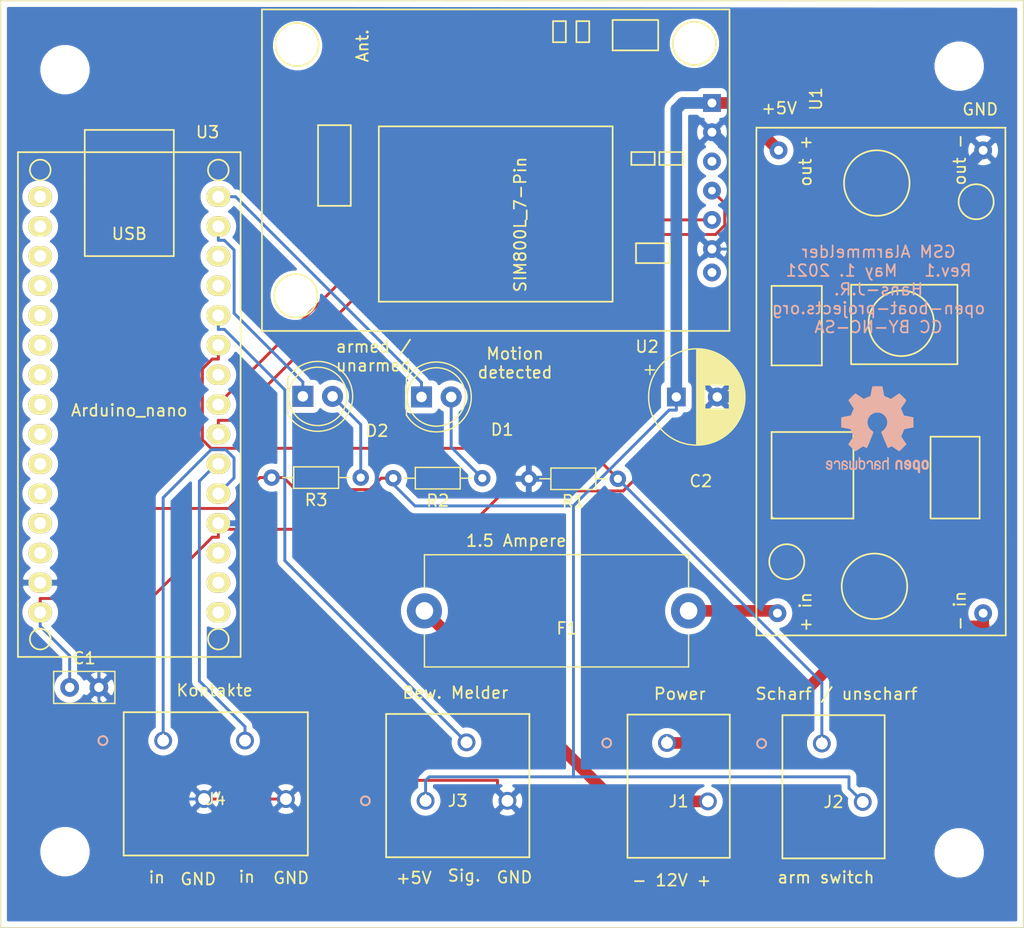
<source format=kicad_pcb>
(kicad_pcb (version 20171130) (host pcbnew "(5.1.5)-3")

  (general
    (thickness 1.6)
    (drawings 23)
    (tracks 146)
    (zones 0)
    (modules 23)
    (nets 16)
  )

  (page A4)
  (layers
    (0 F.Cu signal hide)
    (31 B.Cu signal)
    (32 B.Adhes user)
    (33 F.Adhes user)
    (34 B.Paste user)
    (35 F.Paste user)
    (36 B.SilkS user)
    (37 F.SilkS user)
    (38 B.Mask user)
    (39 F.Mask user)
    (40 Dwgs.User user)
    (41 Cmts.User user)
    (42 Eco1.User user)
    (43 Eco2.User user)
    (44 Edge.Cuts user)
    (45 Margin user)
    (46 B.CrtYd user)
    (47 F.CrtYd user)
    (48 B.Fab user)
    (49 F.Fab user)
  )

  (setup
    (last_trace_width 0.25)
    (trace_clearance 0.2)
    (zone_clearance 0.508)
    (zone_45_only no)
    (trace_min 0.2)
    (via_size 0.8)
    (via_drill 0.4)
    (via_min_size 0.4)
    (via_min_drill 0.3)
    (uvia_size 0.3)
    (uvia_drill 0.1)
    (uvias_allowed no)
    (uvia_min_size 0.2)
    (uvia_min_drill 0.1)
    (edge_width 0.05)
    (segment_width 0.2)
    (pcb_text_width 0.3)
    (pcb_text_size 1.5 1.5)
    (mod_edge_width 0.12)
    (mod_text_size 1 1)
    (mod_text_width 0.15)
    (pad_size 3.2 3.2)
    (pad_drill 3.2)
    (pad_to_mask_clearance 0.051)
    (solder_mask_min_width 0.25)
    (aux_axis_origin 0 0)
    (visible_elements 7FFFFFFF)
    (pcbplotparams
      (layerselection 0x010fc_ffffffff)
      (usegerberextensions false)
      (usegerberattributes false)
      (usegerberadvancedattributes false)
      (creategerberjobfile false)
      (excludeedgelayer true)
      (linewidth 0.100000)
      (plotframeref false)
      (viasonmask false)
      (mode 1)
      (useauxorigin false)
      (hpglpennumber 1)
      (hpglpenspeed 20)
      (hpglpendiameter 15.000000)
      (psnegative false)
      (psa4output false)
      (plotreference true)
      (plotvalue true)
      (plotinvisibletext false)
      (padsonsilk false)
      (subtractmaskfromsilk false)
      (outputformat 1)
      (mirror false)
      (drillshape 1)
      (scaleselection 1)
      (outputdirectory ""))
  )

  (net 0 "")
  (net 1 +5V)
  (net 2 GND)
  (net 3 "Net-(Ar1-Pad14)")
  (net 4 D8)
  (net 5 D7)
  (net 6 "Net-(Ar1-Pad8)")
  (net 7 "Net-(Ar1-Pad7)")
  (net 8 D3)
  (net 9 D2)
  (net 10 "Net-(Ar1-Pad15)")
  (net 11 "Net-(D1-Pad2)")
  (net 12 "Net-(D2-Pad2)")
  (net 13 "Net-(J1-Pad1)")
  (net 14 "Net-(F1-Pad1)")
  (net 15 "Net-(F1-Pad2)")

  (net_class Default "Dies ist die voreingestellte Netzklasse."
    (clearance 0.2)
    (trace_width 0.25)
    (via_dia 0.8)
    (via_drill 0.4)
    (uvia_dia 0.3)
    (uvia_drill 0.1)
    (add_net +5V)
    (add_net D2)
    (add_net D3)
    (add_net D7)
    (add_net D8)
    (add_net GND)
    (add_net "Net-(Ar1-Pad14)")
    (add_net "Net-(Ar1-Pad15)")
    (add_net "Net-(Ar1-Pad7)")
    (add_net "Net-(Ar1-Pad8)")
    (add_net "Net-(D1-Pad2)")
    (add_net "Net-(D2-Pad2)")
    (add_net "Net-(F1-Pad1)")
    (add_net "Net-(F1-Pad2)")
    (add_net "Net-(J1-Pad1)")
  )

  (module Symbol:OSHW-Logo2_9.8x8mm_SilkScreen (layer B.Cu) (tedit 0) (tstamp 608D1BE6)
    (at 175 106.7 180)
    (descr "Open Source Hardware Symbol")
    (tags "Logo Symbol OSHW")
    (attr virtual)
    (fp_text reference REF** (at 0 0) (layer F.Cu) hide
      (effects (font (size 1 1) (thickness 0.15) italic))
    )
    (fp_text value OSHW-Logo2_9.8x8mm_SilkScreen (at 0.75 0) (layer F.Cu) hide
      (effects (font (size 1 1) (thickness 0.15)))
    )
    (fp_poly (pts (xy 0.139878 3.712224) (xy 0.245612 3.711645) (xy 0.322132 3.710078) (xy 0.374372 3.707028)
      (xy 0.407263 3.702004) (xy 0.425737 3.694511) (xy 0.434727 3.684056) (xy 0.439163 3.670147)
      (xy 0.439594 3.668346) (xy 0.446333 3.635855) (xy 0.458808 3.571748) (xy 0.475719 3.482849)
      (xy 0.495771 3.375981) (xy 0.517664 3.257967) (xy 0.518429 3.253822) (xy 0.540359 3.138169)
      (xy 0.560877 3.035986) (xy 0.578659 2.953402) (xy 0.592381 2.896544) (xy 0.600718 2.871542)
      (xy 0.601116 2.871099) (xy 0.625677 2.85889) (xy 0.676315 2.838544) (xy 0.742095 2.814455)
      (xy 0.742461 2.814326) (xy 0.825317 2.783182) (xy 0.923 2.743509) (xy 1.015077 2.703619)
      (xy 1.019434 2.701647) (xy 1.169407 2.63358) (xy 1.501498 2.860361) (xy 1.603374 2.929496)
      (xy 1.695657 2.991303) (xy 1.773003 3.042267) (xy 1.830064 3.078873) (xy 1.861495 3.097606)
      (xy 1.864479 3.098996) (xy 1.887321 3.09281) (xy 1.929982 3.062965) (xy 1.994128 3.008053)
      (xy 2.081421 2.926666) (xy 2.170535 2.840078) (xy 2.256441 2.754753) (xy 2.333327 2.676892)
      (xy 2.396564 2.611303) (xy 2.441523 2.562795) (xy 2.463576 2.536175) (xy 2.464396 2.534805)
      (xy 2.466834 2.516537) (xy 2.45765 2.486705) (xy 2.434574 2.441279) (xy 2.395337 2.37623)
      (xy 2.33767 2.28753) (xy 2.260795 2.173343) (xy 2.19257 2.072838) (xy 2.131582 1.982697)
      (xy 2.081356 1.908151) (xy 2.045416 1.854435) (xy 2.027287 1.826782) (xy 2.026146 1.824905)
      (xy 2.028359 1.79841) (xy 2.045138 1.746914) (xy 2.073142 1.680149) (xy 2.083122 1.658828)
      (xy 2.126672 1.563841) (xy 2.173134 1.456063) (xy 2.210877 1.362808) (xy 2.238073 1.293594)
      (xy 2.259675 1.240994) (xy 2.272158 1.213503) (xy 2.273709 1.211384) (xy 2.296668 1.207876)
      (xy 2.350786 1.198262) (xy 2.428868 1.183911) (xy 2.523719 1.166193) (xy 2.628143 1.146475)
      (xy 2.734944 1.126126) (xy 2.836926 1.106514) (xy 2.926894 1.089009) (xy 2.997653 1.074978)
      (xy 3.042006 1.065791) (xy 3.052885 1.063193) (xy 3.064122 1.056782) (xy 3.072605 1.042303)
      (xy 3.078714 1.014867) (xy 3.082832 0.969589) (xy 3.085341 0.90158) (xy 3.086621 0.805953)
      (xy 3.087054 0.67782) (xy 3.087077 0.625299) (xy 3.087077 0.198155) (xy 2.9845 0.177909)
      (xy 2.927431 0.16693) (xy 2.842269 0.150905) (xy 2.739372 0.131767) (xy 2.629096 0.111449)
      (xy 2.598615 0.105868) (xy 2.496855 0.086083) (xy 2.408205 0.066627) (xy 2.340108 0.049303)
      (xy 2.300004 0.035912) (xy 2.293323 0.031921) (xy 2.276919 0.003658) (xy 2.253399 -0.051109)
      (xy 2.227316 -0.121588) (xy 2.222142 -0.136769) (xy 2.187956 -0.230896) (xy 2.145523 -0.337101)
      (xy 2.103997 -0.432473) (xy 2.103792 -0.432916) (xy 2.03464 -0.582525) (xy 2.489512 -1.251617)
      (xy 2.1975 -1.544116) (xy 2.10918 -1.63117) (xy 2.028625 -1.707909) (xy 1.96036 -1.770237)
      (xy 1.908908 -1.814056) (xy 1.878794 -1.83527) (xy 1.874474 -1.836616) (xy 1.849111 -1.826016)
      (xy 1.797358 -1.796547) (xy 1.724868 -1.751705) (xy 1.637294 -1.694984) (xy 1.542612 -1.631462)
      (xy 1.446516 -1.566668) (xy 1.360837 -1.510287) (xy 1.291016 -1.465788) (xy 1.242494 -1.436639)
      (xy 1.220782 -1.426308) (xy 1.194293 -1.43505) (xy 1.144062 -1.458087) (xy 1.080451 -1.490631)
      (xy 1.073708 -1.494249) (xy 0.988046 -1.53721) (xy 0.929306 -1.558279) (xy 0.892772 -1.558503)
      (xy 0.873731 -1.538928) (xy 0.87362 -1.538654) (xy 0.864102 -1.515472) (xy 0.841403 -1.460441)
      (xy 0.807282 -1.377822) (xy 0.7635 -1.271872) (xy 0.711816 -1.146852) (xy 0.653992 -1.00702)
      (xy 0.597991 -0.871637) (xy 0.536447 -0.722234) (xy 0.479939 -0.583832) (xy 0.430161 -0.460673)
      (xy 0.388806 -0.357002) (xy 0.357568 -0.277059) (xy 0.338141 -0.225088) (xy 0.332154 -0.205692)
      (xy 0.347168 -0.183443) (xy 0.386439 -0.147982) (xy 0.438807 -0.108887) (xy 0.587941 0.014755)
      (xy 0.704511 0.156478) (xy 0.787118 0.313296) (xy 0.834366 0.482225) (xy 0.844857 0.660278)
      (xy 0.837231 0.742461) (xy 0.795682 0.912969) (xy 0.724123 1.063541) (xy 0.626995 1.192691)
      (xy 0.508734 1.298936) (xy 0.37378 1.38079) (xy 0.226571 1.436768) (xy 0.071544 1.465385)
      (xy -0.086861 1.465156) (xy -0.244206 1.434595) (xy -0.396054 1.372218) (xy -0.537965 1.27654)
      (xy -0.597197 1.222428) (xy -0.710797 1.08348) (xy -0.789894 0.931639) (xy -0.835014 0.771333)
      (xy -0.846684 0.606988) (xy -0.825431 0.443029) (xy -0.77178 0.283882) (xy -0.68626 0.133975)
      (xy -0.569395 -0.002267) (xy -0.438807 -0.108887) (xy -0.384412 -0.149642) (xy -0.345986 -0.184718)
      (xy -0.332154 -0.205726) (xy -0.339397 -0.228635) (xy -0.359995 -0.283365) (xy -0.392254 -0.365672)
      (xy -0.434479 -0.471315) (xy -0.484977 -0.59605) (xy -0.542052 -0.735636) (xy -0.598146 -0.87167)
      (xy -0.660033 -1.021201) (xy -0.717356 -1.159767) (xy -0.768356 -1.283107) (xy -0.811273 -1.386964)
      (xy -0.844347 -1.46708) (xy -0.865819 -1.519195) (xy -0.873775 -1.538654) (xy -0.892571 -1.558423)
      (xy -0.928926 -1.558365) (xy -0.987521 -1.537441) (xy -1.073032 -1.494613) (xy -1.073708 -1.494249)
      (xy -1.138093 -1.461012) (xy -1.190139 -1.436802) (xy -1.219488 -1.426404) (xy -1.220783 -1.426308)
      (xy -1.242876 -1.436855) (xy -1.291652 -1.466184) (xy -1.361669 -1.510827) (xy -1.447486 -1.567314)
      (xy -1.542612 -1.631462) (xy -1.63946 -1.696411) (xy -1.726747 -1.752896) (xy -1.798819 -1.797421)
      (xy -1.850023 -1.82649) (xy -1.874474 -1.836616) (xy -1.89699 -1.823307) (xy -1.942258 -1.786112)
      (xy -2.005756 -1.729128) (xy -2.082961 -1.656449) (xy -2.169349 -1.572171) (xy -2.197601 -1.544016)
      (xy -2.489713 -1.251416) (xy -2.267369 -0.925104) (xy -2.199798 -0.824897) (xy -2.140493 -0.734963)
      (xy -2.092783 -0.66051) (xy -2.059993 -0.606751) (xy -2.045452 -0.578894) (xy -2.045026 -0.576912)
      (xy -2.052692 -0.550655) (xy -2.073311 -0.497837) (xy -2.103315 -0.42731) (xy -2.124375 -0.380093)
      (xy -2.163752 -0.289694) (xy -2.200835 -0.198366) (xy -2.229585 -0.1212) (xy -2.237395 -0.097692)
      (xy -2.259583 -0.034916) (xy -2.281273 0.013589) (xy -2.293187 0.031921) (xy -2.319477 0.043141)
      (xy -2.376858 0.059046) (xy -2.457882 0.077833) (xy -2.555105 0.097701) (xy -2.598615 0.105868)
      (xy -2.709104 0.126171) (xy -2.815084 0.14583) (xy -2.906199 0.162912) (xy -2.972092 0.175482)
      (xy -2.9845 0.177909) (xy -3.087077 0.198155) (xy -3.087077 0.625299) (xy -3.086847 0.765754)
      (xy -3.085901 0.872021) (xy -3.083859 0.948987) (xy -3.080338 1.00154) (xy -3.074957 1.034567)
      (xy -3.067334 1.052955) (xy -3.057088 1.061592) (xy -3.052885 1.063193) (xy -3.02753 1.068873)
      (xy -2.971516 1.080205) (xy -2.892036 1.095821) (xy -2.796288 1.114353) (xy -2.691467 1.134431)
      (xy -2.584768 1.154688) (xy -2.483387 1.173754) (xy -2.394521 1.190261) (xy -2.325363 1.202841)
      (xy -2.283111 1.210125) (xy -2.27371 1.211384) (xy -2.265193 1.228237) (xy -2.24634 1.27313)
      (xy -2.220676 1.33757) (xy -2.210877 1.362808) (xy -2.171352 1.460314) (xy -2.124808 1.568041)
      (xy -2.083123 1.658828) (xy -2.05245 1.728247) (xy -2.032044 1.78529) (xy -2.025232 1.820223)
      (xy -2.026318 1.824905) (xy -2.040715 1.847009) (xy -2.073588 1.896169) (xy -2.12141 1.967152)
      (xy -2.180652 2.054722) (xy -2.247785 2.153643) (xy -2.261059 2.17317) (xy -2.338954 2.28886)
      (xy -2.396213 2.376956) (xy -2.435119 2.441514) (xy -2.457956 2.486589) (xy -2.467006 2.516237)
      (xy -2.464552 2.534515) (xy -2.464489 2.534631) (xy -2.445173 2.558639) (xy -2.402449 2.605053)
      (xy -2.340949 2.669063) (xy -2.265302 2.745855) (xy -2.180139 2.830618) (xy -2.170535 2.840078)
      (xy -2.06321 2.944011) (xy -1.980385 3.020325) (xy -1.920395 3.070429) (xy -1.881577 3.09573)
      (xy -1.86448 3.098996) (xy -1.839527 3.08475) (xy -1.787745 3.051844) (xy -1.71448 3.003792)
      (xy -1.62508 2.94411) (xy -1.524889 2.876312) (xy -1.501499 2.860361) (xy -1.169407 2.63358)
      (xy -1.019435 2.701647) (xy -0.92823 2.741315) (xy -0.830331 2.781209) (xy -0.746169 2.813017)
      (xy -0.742462 2.814326) (xy -0.676631 2.838424) (xy -0.625884 2.8588) (xy -0.601158 2.871064)
      (xy -0.601116 2.871099) (xy -0.593271 2.893266) (xy -0.579934 2.947783) (xy -0.56243 3.02852)
      (xy -0.542083 3.12935) (xy -0.520218 3.244144) (xy -0.518429 3.253822) (xy -0.496496 3.372096)
      (xy -0.47636 3.479458) (xy -0.45932 3.569083) (xy -0.446672 3.634149) (xy -0.439716 3.667832)
      (xy -0.439594 3.668346) (xy -0.435361 3.682675) (xy -0.427129 3.693493) (xy -0.409967 3.701294)
      (xy -0.378942 3.706571) (xy -0.329122 3.709818) (xy -0.255576 3.711528) (xy -0.153371 3.712193)
      (xy -0.017575 3.712307) (xy 0 3.712308) (xy 0.139878 3.712224)) (layer B.SilkS) (width 0.01))
    (fp_poly (pts (xy 4.245224 -2.647838) (xy 4.322528 -2.698361) (xy 4.359814 -2.74359) (xy 4.389353 -2.825663)
      (xy 4.391699 -2.890607) (xy 4.386385 -2.977445) (xy 4.186115 -3.065103) (xy 4.088739 -3.109887)
      (xy 4.025113 -3.145913) (xy 3.992029 -3.177117) (xy 3.98628 -3.207436) (xy 4.004658 -3.240805)
      (xy 4.024923 -3.262923) (xy 4.083889 -3.298393) (xy 4.148024 -3.300879) (xy 4.206926 -3.273235)
      (xy 4.250197 -3.21832) (xy 4.257936 -3.198928) (xy 4.295006 -3.138364) (xy 4.337654 -3.112552)
      (xy 4.396154 -3.090471) (xy 4.396154 -3.174184) (xy 4.390982 -3.23115) (xy 4.370723 -3.279189)
      (xy 4.328262 -3.334346) (xy 4.321951 -3.341514) (xy 4.27472 -3.390585) (xy 4.234121 -3.41692)
      (xy 4.183328 -3.429035) (xy 4.14122 -3.433003) (xy 4.065902 -3.433991) (xy 4.012286 -3.421466)
      (xy 3.978838 -3.402869) (xy 3.926268 -3.361975) (xy 3.889879 -3.317748) (xy 3.86685 -3.262126)
      (xy 3.854359 -3.187047) (xy 3.849587 -3.084449) (xy 3.849206 -3.032376) (xy 3.850501 -2.969948)
      (xy 3.968471 -2.969948) (xy 3.969839 -3.003438) (xy 3.973249 -3.008923) (xy 3.995753 -3.001472)
      (xy 4.044182 -2.981753) (xy 4.108908 -2.953718) (xy 4.122443 -2.947692) (xy 4.204244 -2.906096)
      (xy 4.249312 -2.869538) (xy 4.259217 -2.835296) (xy 4.235526 -2.800648) (xy 4.21596 -2.785339)
      (xy 4.14536 -2.754721) (xy 4.07928 -2.75978) (xy 4.023959 -2.797151) (xy 3.985636 -2.863473)
      (xy 3.973349 -2.916116) (xy 3.968471 -2.969948) (xy 3.850501 -2.969948) (xy 3.85173 -2.91072)
      (xy 3.861032 -2.82071) (xy 3.87946 -2.755167) (xy 3.90936 -2.706912) (xy 3.95308 -2.668767)
      (xy 3.972141 -2.65644) (xy 4.058726 -2.624336) (xy 4.153522 -2.622316) (xy 4.245224 -2.647838)) (layer B.SilkS) (width 0.01))
    (fp_poly (pts (xy 3.570807 -2.636782) (xy 3.594161 -2.646988) (xy 3.649902 -2.691134) (xy 3.697569 -2.754967)
      (xy 3.727048 -2.823087) (xy 3.731846 -2.85667) (xy 3.71576 -2.903556) (xy 3.680475 -2.928365)
      (xy 3.642644 -2.943387) (xy 3.625321 -2.946155) (xy 3.616886 -2.926066) (xy 3.60023 -2.882351)
      (xy 3.592923 -2.862598) (xy 3.551948 -2.794271) (xy 3.492622 -2.760191) (xy 3.416552 -2.761239)
      (xy 3.410918 -2.762581) (xy 3.370305 -2.781836) (xy 3.340448 -2.819375) (xy 3.320055 -2.879809)
      (xy 3.307836 -2.967751) (xy 3.3025 -3.087813) (xy 3.302 -3.151698) (xy 3.301752 -3.252403)
      (xy 3.300126 -3.321054) (xy 3.295801 -3.364673) (xy 3.287454 -3.390282) (xy 3.273765 -3.404903)
      (xy 3.253411 -3.415558) (xy 3.252234 -3.416095) (xy 3.213038 -3.432667) (xy 3.193619 -3.438769)
      (xy 3.190635 -3.420319) (xy 3.188081 -3.369323) (xy 3.18614 -3.292308) (xy 3.184997 -3.195805)
      (xy 3.184769 -3.125184) (xy 3.185932 -2.988525) (xy 3.190479 -2.884851) (xy 3.199999 -2.808108)
      (xy 3.216081 -2.752246) (xy 3.240313 -2.711212) (xy 3.274286 -2.678954) (xy 3.307833 -2.65644)
      (xy 3.388499 -2.626476) (xy 3.482381 -2.619718) (xy 3.570807 -2.636782)) (layer B.SilkS) (width 0.01))
    (fp_poly (pts (xy 2.887333 -2.633528) (xy 2.94359 -2.659117) (xy 2.987747 -2.690124) (xy 3.020101 -2.724795)
      (xy 3.042438 -2.76952) (xy 3.056546 -2.830692) (xy 3.064211 -2.914701) (xy 3.06722 -3.02794)
      (xy 3.067538 -3.102509) (xy 3.067538 -3.39342) (xy 3.017773 -3.416095) (xy 2.978576 -3.432667)
      (xy 2.959157 -3.438769) (xy 2.955442 -3.42061) (xy 2.952495 -3.371648) (xy 2.950691 -3.300153)
      (xy 2.950308 -3.243385) (xy 2.948661 -3.161371) (xy 2.944222 -3.096309) (xy 2.93774 -3.056467)
      (xy 2.93259 -3.048) (xy 2.897977 -3.056646) (xy 2.84364 -3.078823) (xy 2.780722 -3.108886)
      (xy 2.720368 -3.141192) (xy 2.673721 -3.170098) (xy 2.651926 -3.189961) (xy 2.651839 -3.190175)
      (xy 2.653714 -3.226935) (xy 2.670525 -3.262026) (xy 2.700039 -3.290528) (xy 2.743116 -3.300061)
      (xy 2.779932 -3.29895) (xy 2.832074 -3.298133) (xy 2.859444 -3.310349) (xy 2.875882 -3.342624)
      (xy 2.877955 -3.34871) (xy 2.885081 -3.394739) (xy 2.866024 -3.422687) (xy 2.816353 -3.436007)
      (xy 2.762697 -3.43847) (xy 2.666142 -3.42021) (xy 2.616159 -3.394131) (xy 2.554429 -3.332868)
      (xy 2.52169 -3.25767) (xy 2.518753 -3.178211) (xy 2.546424 -3.104167) (xy 2.588047 -3.057769)
      (xy 2.629604 -3.031793) (xy 2.694922 -2.998907) (xy 2.771038 -2.965557) (xy 2.783726 -2.960461)
      (xy 2.867333 -2.923565) (xy 2.91553 -2.891046) (xy 2.93103 -2.858718) (xy 2.91655 -2.822394)
      (xy 2.891692 -2.794) (xy 2.832939 -2.759039) (xy 2.768293 -2.756417) (xy 2.709008 -2.783358)
      (xy 2.666339 -2.837088) (xy 2.660739 -2.85095) (xy 2.628133 -2.901936) (xy 2.58053 -2.939787)
      (xy 2.520461 -2.97085) (xy 2.520461 -2.882768) (xy 2.523997 -2.828951) (xy 2.539156 -2.786534)
      (xy 2.572768 -2.741279) (xy 2.605035 -2.70642) (xy 2.655209 -2.657062) (xy 2.694193 -2.630547)
      (xy 2.736064 -2.619911) (xy 2.78346 -2.618154) (xy 2.887333 -2.633528)) (layer B.SilkS) (width 0.01))
    (fp_poly (pts (xy 2.395929 -2.636662) (xy 2.398911 -2.688068) (xy 2.401247 -2.766192) (xy 2.402749 -2.864857)
      (xy 2.403231 -2.968343) (xy 2.403231 -3.318533) (xy 2.341401 -3.380363) (xy 2.298793 -3.418462)
      (xy 2.26139 -3.433895) (xy 2.21027 -3.432918) (xy 2.189978 -3.430433) (xy 2.126554 -3.4232)
      (xy 2.074095 -3.419055) (xy 2.061308 -3.418672) (xy 2.018199 -3.421176) (xy 1.956544 -3.427462)
      (xy 1.932638 -3.430433) (xy 1.873922 -3.435028) (xy 1.834464 -3.425046) (xy 1.795338 -3.394228)
      (xy 1.781215 -3.380363) (xy 1.719385 -3.318533) (xy 1.719385 -2.663503) (xy 1.76915 -2.640829)
      (xy 1.812002 -2.624034) (xy 1.837073 -2.618154) (xy 1.843501 -2.636736) (xy 1.849509 -2.688655)
      (xy 1.854697 -2.768172) (xy 1.858664 -2.869546) (xy 1.860577 -2.955192) (xy 1.865923 -3.292231)
      (xy 1.91256 -3.298825) (xy 1.954976 -3.294214) (xy 1.97576 -3.279287) (xy 1.98157 -3.251377)
      (xy 1.98653 -3.191925) (xy 1.990246 -3.108466) (xy 1.992324 -3.008532) (xy 1.992624 -2.957104)
      (xy 1.992923 -2.661054) (xy 2.054454 -2.639604) (xy 2.098004 -2.62502) (xy 2.121694 -2.618219)
      (xy 2.122377 -2.618154) (xy 2.124754 -2.636642) (xy 2.127366 -2.687906) (xy 2.129995 -2.765649)
      (xy 2.132421 -2.863574) (xy 2.134115 -2.955192) (xy 2.139461 -3.292231) (xy 2.256692 -3.292231)
      (xy 2.262072 -2.984746) (xy 2.267451 -2.677261) (xy 2.324601 -2.647707) (xy 2.366797 -2.627413)
      (xy 2.39177 -2.618204) (xy 2.392491 -2.618154) (xy 2.395929 -2.636662)) (layer B.SilkS) (width 0.01))
    (fp_poly (pts (xy 1.602081 -2.780289) (xy 1.601833 -2.92632) (xy 1.600872 -3.038655) (xy 1.598794 -3.122678)
      (xy 1.595193 -3.183769) (xy 1.589665 -3.227309) (xy 1.581804 -3.258679) (xy 1.571207 -3.283262)
      (xy 1.563182 -3.297294) (xy 1.496728 -3.373388) (xy 1.41247 -3.421084) (xy 1.319249 -3.438199)
      (xy 1.2259 -3.422546) (xy 1.170312 -3.394418) (xy 1.111957 -3.34576) (xy 1.072186 -3.286333)
      (xy 1.04819 -3.208507) (xy 1.037161 -3.104652) (xy 1.035599 -3.028462) (xy 1.035809 -3.022986)
      (xy 1.172308 -3.022986) (xy 1.173141 -3.110355) (xy 1.176961 -3.168192) (xy 1.185746 -3.206029)
      (xy 1.201474 -3.233398) (xy 1.220266 -3.254042) (xy 1.283375 -3.29389) (xy 1.351137 -3.297295)
      (xy 1.415179 -3.264025) (xy 1.420164 -3.259517) (xy 1.441439 -3.236067) (xy 1.454779 -3.208166)
      (xy 1.462001 -3.166641) (xy 1.464923 -3.102316) (xy 1.465385 -3.0312) (xy 1.464383 -2.941858)
      (xy 1.460238 -2.882258) (xy 1.451236 -2.843089) (xy 1.435667 -2.81504) (xy 1.422902 -2.800144)
      (xy 1.3636 -2.762575) (xy 1.295301 -2.758057) (xy 1.23011 -2.786753) (xy 1.217528 -2.797406)
      (xy 1.196111 -2.821063) (xy 1.182744 -2.849251) (xy 1.175566 -2.891245) (xy 1.172719 -2.956319)
      (xy 1.172308 -3.022986) (xy 1.035809 -3.022986) (xy 1.040322 -2.905765) (xy 1.056362 -2.813577)
      (xy 1.086528 -2.744269) (xy 1.133629 -2.690211) (xy 1.170312 -2.662505) (xy 1.23699 -2.632572)
      (xy 1.314272 -2.618678) (xy 1.38611 -2.622397) (xy 1.426308 -2.6374) (xy 1.442082 -2.64167)
      (xy 1.45255 -2.62575) (xy 1.459856 -2.583089) (xy 1.465385 -2.518106) (xy 1.471437 -2.445732)
      (xy 1.479844 -2.402187) (xy 1.495141 -2.377287) (xy 1.521864 -2.360845) (xy 1.538654 -2.353564)
      (xy 1.602154 -2.326963) (xy 1.602081 -2.780289)) (layer B.SilkS) (width 0.01))
    (fp_poly (pts (xy 0.713362 -2.62467) (xy 0.802117 -2.657421) (xy 0.874022 -2.71535) (xy 0.902144 -2.756128)
      (xy 0.932802 -2.830954) (xy 0.932165 -2.885058) (xy 0.899987 -2.921446) (xy 0.888081 -2.927633)
      (xy 0.836675 -2.946925) (xy 0.810422 -2.941982) (xy 0.80153 -2.909587) (xy 0.801077 -2.891692)
      (xy 0.784797 -2.825859) (xy 0.742365 -2.779807) (xy 0.683388 -2.757564) (xy 0.617475 -2.763161)
      (xy 0.563895 -2.792229) (xy 0.545798 -2.80881) (xy 0.532971 -2.828925) (xy 0.524306 -2.859332)
      (xy 0.518696 -2.906788) (xy 0.515035 -2.97805) (xy 0.512215 -3.079875) (xy 0.511484 -3.112115)
      (xy 0.50882 -3.22241) (xy 0.505792 -3.300036) (xy 0.50125 -3.351396) (xy 0.494046 -3.38289)
      (xy 0.483033 -3.40092) (xy 0.46706 -3.411888) (xy 0.456834 -3.416733) (xy 0.413406 -3.433301)
      (xy 0.387842 -3.438769) (xy 0.379395 -3.420507) (xy 0.374239 -3.365296) (xy 0.372346 -3.272499)
      (xy 0.373689 -3.141478) (xy 0.374107 -3.121269) (xy 0.377058 -3.001733) (xy 0.380548 -2.914449)
      (xy 0.385514 -2.852591) (xy 0.392893 -2.809336) (xy 0.403624 -2.77786) (xy 0.418645 -2.751339)
      (xy 0.426502 -2.739975) (xy 0.471553 -2.689692) (xy 0.52194 -2.650581) (xy 0.528108 -2.647167)
      (xy 0.618458 -2.620212) (xy 0.713362 -2.62467)) (layer B.SilkS) (width 0.01))
    (fp_poly (pts (xy 0.053501 -2.626303) (xy 0.13006 -2.654733) (xy 0.130936 -2.655279) (xy 0.178285 -2.690127)
      (xy 0.213241 -2.730852) (xy 0.237825 -2.783925) (xy 0.254062 -2.855814) (xy 0.263975 -2.952992)
      (xy 0.269586 -3.081928) (xy 0.270077 -3.100298) (xy 0.277141 -3.377287) (xy 0.217695 -3.408028)
      (xy 0.174681 -3.428802) (xy 0.14871 -3.438646) (xy 0.147509 -3.438769) (xy 0.143014 -3.420606)
      (xy 0.139444 -3.371612) (xy 0.137248 -3.300031) (xy 0.136769 -3.242068) (xy 0.136758 -3.14817)
      (xy 0.132466 -3.089203) (xy 0.117503 -3.061079) (xy 0.085482 -3.059706) (xy 0.030014 -3.080998)
      (xy -0.053731 -3.120136) (xy -0.115311 -3.152643) (xy -0.146983 -3.180845) (xy -0.156294 -3.211582)
      (xy -0.156308 -3.213104) (xy -0.140943 -3.266054) (xy -0.095453 -3.29466) (xy -0.025834 -3.298803)
      (xy 0.024313 -3.298084) (xy 0.050754 -3.312527) (xy 0.067243 -3.347218) (xy 0.076733 -3.391416)
      (xy 0.063057 -3.416493) (xy 0.057907 -3.420082) (xy 0.009425 -3.434496) (xy -0.058469 -3.436537)
      (xy -0.128388 -3.426983) (xy -0.177932 -3.409522) (xy -0.24643 -3.351364) (xy -0.285366 -3.270408)
      (xy -0.293077 -3.20716) (xy -0.287193 -3.150111) (xy -0.265899 -3.103542) (xy -0.223735 -3.062181)
      (xy -0.155241 -3.020755) (xy -0.054956 -2.973993) (xy -0.048846 -2.97135) (xy 0.04149 -2.929617)
      (xy 0.097235 -2.895391) (xy 0.121129 -2.864635) (xy 0.115913 -2.833311) (xy 0.084328 -2.797383)
      (xy 0.074883 -2.789116) (xy 0.011617 -2.757058) (xy -0.053936 -2.758407) (xy -0.111028 -2.789838)
      (xy -0.148907 -2.848024) (xy -0.152426 -2.859446) (xy -0.1867 -2.914837) (xy -0.230191 -2.941518)
      (xy -0.293077 -2.96796) (xy -0.293077 -2.899548) (xy -0.273948 -2.80011) (xy -0.217169 -2.708902)
      (xy -0.187622 -2.678389) (xy -0.120458 -2.639228) (xy -0.035044 -2.6215) (xy 0.053501 -2.626303)) (layer B.SilkS) (width 0.01))
    (fp_poly (pts (xy -0.840154 -2.49212) (xy -0.834428 -2.57198) (xy -0.827851 -2.619039) (xy -0.818738 -2.639566)
      (xy -0.805402 -2.639829) (xy -0.801077 -2.637378) (xy -0.743556 -2.619636) (xy -0.668732 -2.620672)
      (xy -0.592661 -2.63891) (xy -0.545082 -2.662505) (xy -0.496298 -2.700198) (xy -0.460636 -2.742855)
      (xy -0.436155 -2.797057) (xy -0.420913 -2.869384) (xy -0.41297 -2.966419) (xy -0.410384 -3.094742)
      (xy -0.410338 -3.119358) (xy -0.410308 -3.39587) (xy -0.471839 -3.41732) (xy -0.515541 -3.431912)
      (xy -0.539518 -3.438706) (xy -0.540223 -3.438769) (xy -0.542585 -3.420345) (xy -0.544594 -3.369526)
      (xy -0.546099 -3.292993) (xy -0.546947 -3.19743) (xy -0.547077 -3.139329) (xy -0.547349 -3.024771)
      (xy -0.548748 -2.942667) (xy -0.552151 -2.886393) (xy -0.558433 -2.849326) (xy -0.568471 -2.824844)
      (xy -0.583139 -2.806325) (xy -0.592298 -2.797406) (xy -0.655211 -2.761466) (xy -0.723864 -2.758775)
      (xy -0.786152 -2.78917) (xy -0.797671 -2.800144) (xy -0.814567 -2.820779) (xy -0.826286 -2.845256)
      (xy -0.833767 -2.880647) (xy -0.837946 -2.934026) (xy -0.839763 -3.012466) (xy -0.840154 -3.120617)
      (xy -0.840154 -3.39587) (xy -0.901685 -3.41732) (xy -0.945387 -3.431912) (xy -0.969364 -3.438706)
      (xy -0.97007 -3.438769) (xy -0.971874 -3.420069) (xy -0.9735 -3.367322) (xy -0.974883 -3.285557)
      (xy -0.975958 -3.179805) (xy -0.97666 -3.055094) (xy -0.976923 -2.916455) (xy -0.976923 -2.381806)
      (xy -0.849923 -2.328236) (xy -0.840154 -2.49212)) (layer B.SilkS) (width 0.01))
    (fp_poly (pts (xy -2.465746 -2.599745) (xy -2.388714 -2.651567) (xy -2.329184 -2.726412) (xy -2.293622 -2.821654)
      (xy -2.286429 -2.891756) (xy -2.287246 -2.921009) (xy -2.294086 -2.943407) (xy -2.312888 -2.963474)
      (xy -2.349592 -2.985733) (xy -2.410138 -3.014709) (xy -2.500466 -3.054927) (xy -2.500923 -3.055129)
      (xy -2.584067 -3.09321) (xy -2.652247 -3.127025) (xy -2.698495 -3.152933) (xy -2.715842 -3.167295)
      (xy -2.715846 -3.167411) (xy -2.700557 -3.198685) (xy -2.664804 -3.233157) (xy -2.623758 -3.25799)
      (xy -2.602963 -3.262923) (xy -2.54623 -3.245862) (xy -2.497373 -3.203133) (xy -2.473535 -3.156155)
      (xy -2.450603 -3.121522) (xy -2.405682 -3.082081) (xy -2.352877 -3.048009) (xy -2.30629 -3.02948)
      (xy -2.296548 -3.028462) (xy -2.285582 -3.045215) (xy -2.284921 -3.088039) (xy -2.29298 -3.145781)
      (xy -2.308173 -3.207289) (xy -2.328914 -3.261409) (xy -2.329962 -3.26351) (xy -2.392379 -3.35066)
      (xy -2.473274 -3.409939) (xy -2.565144 -3.439034) (xy -2.660487 -3.435634) (xy -2.751802 -3.397428)
      (xy -2.755862 -3.394741) (xy -2.827694 -3.329642) (xy -2.874927 -3.244705) (xy -2.901066 -3.133021)
      (xy -2.904574 -3.101643) (xy -2.910787 -2.953536) (xy -2.903339 -2.884468) (xy -2.715846 -2.884468)
      (xy -2.71341 -2.927552) (xy -2.700086 -2.940126) (xy -2.666868 -2.930719) (xy -2.614506 -2.908483)
      (xy -2.555976 -2.88061) (xy -2.554521 -2.879872) (xy -2.504911 -2.853777) (xy -2.485 -2.836363)
      (xy -2.48991 -2.818107) (xy -2.510584 -2.79412) (xy -2.563181 -2.759406) (xy -2.619823 -2.756856)
      (xy -2.670631 -2.782119) (xy -2.705724 -2.830847) (xy -2.715846 -2.884468) (xy -2.903339 -2.884468)
      (xy -2.898008 -2.835036) (xy -2.865222 -2.741055) (xy -2.819579 -2.675215) (xy -2.737198 -2.608681)
      (xy -2.646454 -2.575676) (xy -2.553815 -2.573573) (xy -2.465746 -2.599745)) (layer B.SilkS) (width 0.01))
    (fp_poly (pts (xy -3.983114 -2.587256) (xy -3.891536 -2.635409) (xy -3.823951 -2.712905) (xy -3.799943 -2.762727)
      (xy -3.781262 -2.837533) (xy -3.771699 -2.932052) (xy -3.770792 -3.03521) (xy -3.778079 -3.135935)
      (xy -3.793097 -3.223153) (xy -3.815385 -3.285791) (xy -3.822235 -3.296579) (xy -3.903368 -3.377105)
      (xy -3.999734 -3.425336) (xy -4.104299 -3.43945) (xy -4.210032 -3.417629) (xy -4.239457 -3.404547)
      (xy -4.296759 -3.364231) (xy -4.34705 -3.310775) (xy -4.351803 -3.303995) (xy -4.371122 -3.271321)
      (xy -4.383892 -3.236394) (xy -4.391436 -3.190414) (xy -4.395076 -3.124584) (xy -4.396135 -3.030105)
      (xy -4.396154 -3.008923) (xy -4.396106 -3.002182) (xy -4.200769 -3.002182) (xy -4.199632 -3.091349)
      (xy -4.195159 -3.15052) (xy -4.185754 -3.188741) (xy -4.169824 -3.215053) (xy -4.161692 -3.223846)
      (xy -4.114942 -3.257261) (xy -4.069553 -3.255737) (xy -4.02366 -3.226752) (xy -3.996288 -3.195809)
      (xy -3.980077 -3.150643) (xy -3.970974 -3.07942) (xy -3.970349 -3.071114) (xy -3.968796 -2.942037)
      (xy -3.985035 -2.846172) (xy -4.018848 -2.784107) (xy -4.070016 -2.756432) (xy -4.08828 -2.754923)
      (xy -4.13624 -2.762513) (xy -4.169047 -2.788808) (xy -4.189105 -2.839095) (xy -4.198822 -2.918664)
      (xy -4.200769 -3.002182) (xy -4.396106 -3.002182) (xy -4.395426 -2.908249) (xy -4.392371 -2.837906)
      (xy -4.385678 -2.789163) (xy -4.37404 -2.753288) (xy -4.356147 -2.721548) (xy -4.352192 -2.715648)
      (xy -4.285733 -2.636104) (xy -4.213315 -2.589929) (xy -4.125151 -2.571599) (xy -4.095213 -2.570703)
      (xy -3.983114 -2.587256)) (layer B.SilkS) (width 0.01))
    (fp_poly (pts (xy -1.728336 -2.595089) (xy -1.665633 -2.631358) (xy -1.622039 -2.667358) (xy -1.590155 -2.705075)
      (xy -1.56819 -2.751199) (xy -1.554351 -2.812421) (xy -1.546847 -2.895431) (xy -1.543883 -3.006919)
      (xy -1.543539 -3.087062) (xy -1.543539 -3.382065) (xy -1.709615 -3.456515) (xy -1.719385 -3.133402)
      (xy -1.723421 -3.012729) (xy -1.727656 -2.925141) (xy -1.732903 -2.86465) (xy -1.739975 -2.825268)
      (xy -1.749689 -2.801007) (xy -1.762856 -2.78588) (xy -1.767081 -2.782606) (xy -1.831091 -2.757034)
      (xy -1.895792 -2.767153) (xy -1.934308 -2.794) (xy -1.949975 -2.813024) (xy -1.96082 -2.837988)
      (xy -1.967712 -2.875834) (xy -1.971521 -2.933502) (xy -1.973117 -3.017935) (xy -1.973385 -3.105928)
      (xy -1.973437 -3.216323) (xy -1.975328 -3.294463) (xy -1.981655 -3.347165) (xy -1.995017 -3.381242)
      (xy -2.018015 -3.403511) (xy -2.053246 -3.420787) (xy -2.100303 -3.438738) (xy -2.151697 -3.458278)
      (xy -2.145579 -3.111485) (xy -2.143116 -2.986468) (xy -2.140233 -2.894082) (xy -2.136102 -2.827881)
      (xy -2.129893 -2.78142) (xy -2.120774 -2.748256) (xy -2.107917 -2.721944) (xy -2.092416 -2.698729)
      (xy -2.017629 -2.624569) (xy -1.926372 -2.581684) (xy -1.827117 -2.571412) (xy -1.728336 -2.595089)) (layer B.SilkS) (width 0.01))
    (fp_poly (pts (xy -3.231114 -2.584505) (xy -3.156461 -2.621727) (xy -3.090569 -2.690261) (xy -3.072423 -2.715648)
      (xy -3.052655 -2.748866) (xy -3.039828 -2.784945) (xy -3.03249 -2.833098) (xy -3.029187 -2.902536)
      (xy -3.028462 -2.994206) (xy -3.031737 -3.11983) (xy -3.043123 -3.214154) (xy -3.064959 -3.284523)
      (xy -3.099581 -3.338286) (xy -3.14933 -3.382788) (xy -3.152986 -3.385423) (xy -3.202015 -3.412377)
      (xy -3.261055 -3.425712) (xy -3.336141 -3.429) (xy -3.458205 -3.429) (xy -3.458256 -3.547497)
      (xy -3.459392 -3.613492) (xy -3.466314 -3.652202) (xy -3.484402 -3.675419) (xy -3.519038 -3.694933)
      (xy -3.527355 -3.69892) (xy -3.56628 -3.717603) (xy -3.596417 -3.729403) (xy -3.618826 -3.730422)
      (xy -3.634567 -3.716761) (xy -3.644698 -3.684522) (xy -3.650277 -3.629804) (xy -3.652365 -3.548711)
      (xy -3.652019 -3.437344) (xy -3.6503 -3.291802) (xy -3.649763 -3.248269) (xy -3.647828 -3.098205)
      (xy -3.646096 -3.000042) (xy -3.458308 -3.000042) (xy -3.457252 -3.083364) (xy -3.452562 -3.13788)
      (xy -3.441949 -3.173837) (xy -3.423128 -3.201482) (xy -3.41035 -3.214965) (xy -3.35811 -3.254417)
      (xy -3.311858 -3.257628) (xy -3.264133 -3.225049) (xy -3.262923 -3.223846) (xy -3.243506 -3.198668)
      (xy -3.231693 -3.164447) (xy -3.225735 -3.111748) (xy -3.22388 -3.031131) (xy -3.223846 -3.013271)
      (xy -3.22833 -2.902175) (xy -3.242926 -2.825161) (xy -3.26935 -2.778147) (xy -3.309317 -2.75705)
      (xy -3.332416 -2.754923) (xy -3.387238 -2.7649) (xy -3.424842 -2.797752) (xy -3.447477 -2.857857)
      (xy -3.457394 -2.949598) (xy -3.458308 -3.000042) (xy -3.646096 -3.000042) (xy -3.645778 -2.98206)
      (xy -3.643127 -2.894679) (xy -3.639394 -2.830905) (xy -3.634093 -2.785582) (xy -3.626742 -2.753555)
      (xy -3.616857 -2.729668) (xy -3.603954 -2.708764) (xy -3.598421 -2.700898) (xy -3.525031 -2.626595)
      (xy -3.43224 -2.584467) (xy -3.324904 -2.572722) (xy -3.231114 -2.584505)) (layer B.SilkS) (width 0.01))
  )

  (module Module:ArduinoNano (layer F.Cu) (tedit 5718CDDF) (tstamp 6087577C)
    (at 111 104.55 180)
    (path /60866DDD)
    (fp_text reference U3 (at -6.7 23.3) (layer F.SilkS)
      (effects (font (size 1 1) (thickness 0.15)))
    )
    (fp_text value Arduino_nano (at 0 -0.5) (layer F.SilkS)
      (effects (font (size 1 1) (thickness 0.15)))
    )
    (fp_circle (center -7.62 20.066) (end -6.735 20.066) (layer F.SilkS) (width 0.15))
    (fp_circle (center 7.616 20.066) (end 8.501 20.066) (layer F.SilkS) (width 0.15))
    (fp_circle (center 7.62 -20.07) (end 8.505 -20.07) (layer F.SilkS) (width 0.15))
    (fp_line (start 3.81 23.495) (end -3.81 23.495) (layer F.SilkS) (width 0.15))
    (fp_text user USB (at 0 14.605) (layer F.SilkS)
      (effects (font (size 1 1) (thickness 0.15)))
    )
    (fp_circle (center -7.62 -20.07) (end -6.735 -20.07) (layer F.SilkS) (width 0.15))
    (fp_line (start -8.89 -21.59) (end -9.525 -21.59) (layer F.SilkS) (width 0.15))
    (fp_line (start -9.525 -21.59) (end -9.525 21.59) (layer F.SilkS) (width 0.15))
    (fp_line (start -9.525 21.59) (end 9.525 21.59) (layer F.SilkS) (width 0.15))
    (fp_line (start 9.525 21.59) (end 9.525 -21.59) (layer F.SilkS) (width 0.15))
    (fp_line (start 9.525 -21.59) (end -8.89 -21.59) (layer F.SilkS) (width 0.15))
    (fp_line (start -3.81 19.05) (end -3.81 23.495) (layer F.SilkS) (width 0.15))
    (fp_line (start 3.81 19.05) (end 3.81 23.495) (layer F.SilkS) (width 0.15))
    (fp_line (start -3.81 19.05) (end -3.81 12.7) (layer F.SilkS) (width 0.15))
    (fp_line (start -3.81 12.7) (end 3.81 12.7) (layer F.SilkS) (width 0.15))
    (fp_line (start 3.81 12.7) (end 3.81 19.05) (layer F.SilkS) (width 0.15))
    (pad 30 thru_hole oval (at 7.62 -17.78 180) (size 2.032 1.7272) (drill 1.016) (layers *.Cu *.Mask F.SilkS)
      (net 1 +5V))
    (pad 29 thru_hole oval (at 7.62 -15.24 180) (size 2.032 1.7272) (drill 1.016) (layers *.Cu *.Mask F.SilkS)
      (net 2 GND))
    (pad 28 thru_hole oval (at 7.62 -12.7 180) (size 2.032 1.7272) (drill 1.016) (layers *.Cu *.Mask F.SilkS))
    (pad 27 thru_hole oval (at 7.62 -10.16 180) (size 2.032 1.7272) (drill 1.016) (layers *.Cu *.Mask F.SilkS))
    (pad 26 thru_hole oval (at 7.62 -7.62 180) (size 2.032 1.7272) (drill 1.016) (layers *.Cu *.Mask F.SilkS))
    (pad 25 thru_hole oval (at 7.62 -5.08 180) (size 2.032 1.7272) (drill 1.016) (layers *.Cu *.Mask F.SilkS))
    (pad 24 thru_hole oval (at 7.62 -2.54 180) (size 2.032 1.7272) (drill 1.016) (layers *.Cu *.Mask F.SilkS))
    (pad 23 thru_hole oval (at 7.62 0 180) (size 2.032 1.7272) (drill 1.016) (layers *.Cu *.Mask F.SilkS))
    (pad 22 thru_hole oval (at 7.62 2.54 180) (size 2.032 1.7272) (drill 1.016) (layers *.Cu *.Mask F.SilkS))
    (pad 21 thru_hole oval (at 7.62 5.08 180) (size 2.032 1.7272) (drill 1.016) (layers *.Cu *.Mask F.SilkS))
    (pad 20 thru_hole oval (at 7.62 7.62 180) (size 2.032 1.7272) (drill 1.016) (layers *.Cu *.Mask F.SilkS))
    (pad 19 thru_hole oval (at 7.62 10.16 180) (size 2.032 1.7272) (drill 1.016) (layers *.Cu *.Mask F.SilkS))
    (pad 18 thru_hole oval (at 7.62 12.7 180) (size 2.032 1.7272) (drill 1.016) (layers *.Cu *.Mask F.SilkS))
    (pad 17 thru_hole oval (at 7.62 15.24 180) (size 2.032 1.7272) (drill 1.016) (layers *.Cu *.Mask F.SilkS))
    (pad 16 thru_hole oval (at 7.62 17.78 180) (size 2.032 1.7272) (drill 1.016) (layers *.Cu *.Mask F.SilkS))
    (pad 14 thru_hole oval (at -7.62 15.24 180) (size 2.032 1.7272) (drill 1.016) (layers *.Cu *.Mask F.SilkS)
      (net 3 "Net-(Ar1-Pad14)"))
    (pad 13 thru_hole oval (at -7.62 12.7 180) (size 2.032 1.7272) (drill 1.016) (layers *.Cu *.Mask F.SilkS))
    (pad 12 thru_hole oval (at -7.62 10.16 180) (size 2.032 1.7272) (drill 1.016) (layers *.Cu *.Mask F.SilkS))
    (pad 11 thru_hole oval (at -7.62 7.62 180) (size 2.032 1.7272) (drill 1.016) (layers *.Cu *.Mask F.SilkS)
      (net 4 D8))
    (pad 10 thru_hole oval (at -7.62 5.08 180) (size 2.032 1.7272) (drill 1.016) (layers *.Cu *.Mask F.SilkS)
      (net 5 D7))
    (pad 9 thru_hole oval (at -7.62 2.54 180) (size 2.032 1.7272) (drill 1.016) (layers *.Cu *.Mask F.SilkS))
    (pad 8 thru_hole oval (at -7.62 0 180) (size 2.032 1.7272) (drill 1.016) (layers *.Cu *.Mask F.SilkS)
      (net 6 "Net-(Ar1-Pad8)"))
    (pad 7 thru_hole oval (at -7.62 -2.54 180) (size 2.032 1.7272) (drill 1.016) (layers *.Cu *.Mask F.SilkS)
      (net 7 "Net-(Ar1-Pad7)"))
    (pad 6 thru_hole oval (at -7.62 -5.08 180) (size 2.032 1.7272) (drill 1.016) (layers *.Cu *.Mask F.SilkS)
      (net 8 D3))
    (pad 5 thru_hole oval (at -7.62 -7.62 180) (size 2.032 1.7272) (drill 1.016) (layers *.Cu *.Mask F.SilkS)
      (net 9 D2))
    (pad 4 thru_hole oval (at -7.62 -10.16 180) (size 2.032 1.7272) (drill 1.016) (layers *.Cu *.Mask F.SilkS)
      (net 2 GND))
    (pad 3 thru_hole oval (at -7.62 -12.7 180) (size 2.032 1.7272) (drill 1.016) (layers *.Cu *.Mask F.SilkS))
    (pad 2 thru_hole oval (at -7.62 -15.24 180) (size 2.032 1.7272) (drill 1.016) (layers *.Cu *.Mask F.SilkS))
    (pad 15 thru_hole oval (at -7.62 17.78 180) (size 2.032 1.7272) (drill 1.016) (layers *.Cu *.Mask F.SilkS)
      (net 10 "Net-(Ar1-Pad15)"))
    (pad 1 thru_hole oval (at -7.62 -17.78 180) (size 2.032 1.7272) (drill 1.016) (layers *.Cu *.Mask F.SilkS))
  )

  (module Connector_Wago250:250-204 (layer F.Cu) (tedit 0) (tstamp 608C712C)
    (at 113.9 133.3)
    (path /6087AB3B)
    (fp_text reference J4 (at 4.500067 5) (layer F.SilkS)
      (effects (font (size 1 1) (thickness 0.15)))
    )
    (fp_text value Kontakte (at 4.4 -4.3) (layer F.SilkS)
      (effects (font (size 1 1) (thickness 0.15)))
    )
    (fp_text user "Copyright 2016 Accelerated Designs. All rights reserved." (at 0 0) (layer Cmts.User)
      (effects (font (size 0.127 0.127) (thickness 0.002)))
    )
    (fp_text user * (at 0 0) (layer F.SilkS)
      (effects (font (size 1 1) (thickness 0.15)))
    )
    (fp_text user * (at 0 0) (layer F.Fab)
      (effects (font (size 1 1) (thickness 0.15)))
    )
    (fp_line (start -3.376933 9.826999) (end 12.377067 9.826999) (layer F.SilkS) (width 0.1524))
    (fp_line (start 12.377067 9.826999) (end 12.377067 -2.427001) (layer F.SilkS) (width 0.1524))
    (fp_line (start 12.377067 -2.427001) (end -3.376933 -2.427001) (layer F.SilkS) (width 0.1524))
    (fp_line (start -3.376933 -2.427001) (end -3.376933 9.826999) (layer F.SilkS) (width 0.1524))
    (fp_line (start -3.249933 9.699999) (end 12.250067 9.699999) (layer F.Fab) (width 0.1524))
    (fp_line (start 12.250067 9.699999) (end 12.250067 -2.300001) (layer F.Fab) (width 0.1524))
    (fp_line (start 12.250067 -2.300001) (end -3.249933 -2.300001) (layer F.Fab) (width 0.1524))
    (fp_line (start -3.249933 -2.300001) (end -3.249933 9.699999) (layer F.Fab) (width 0.1524))
    (fp_line (start -3.503933 -2.554001) (end -3.503933 9.953999) (layer F.CrtYd) (width 0.1524))
    (fp_line (start -3.503933 9.953999) (end 12.504067 9.953999) (layer F.CrtYd) (width 0.1524))
    (fp_line (start 12.504067 9.953999) (end 12.504067 -2.554001) (layer F.CrtYd) (width 0.1524))
    (fp_line (start 12.504067 -2.554001) (end -3.503933 -2.554001) (layer F.CrtYd) (width 0.1524))
    (fp_circle (center -5.154933 0) (end -4.773933 0) (layer F.SilkS) (width 0.1524))
    (fp_circle (center -5.154933 0) (end -4.773933 0) (layer B.SilkS) (width 0.1524))
    (fp_circle (center 0 1.905) (end 0.381 1.905) (layer F.Fab) (width 0.1524))
    (pad 1 thru_hole circle (at 0.000003 0) (size 1.524 1.524) (drill 1.016) (layers *.Cu *.Mask)
      (net 9 D2))
    (pad 2 thru_hole circle (at 3.500003 5) (size 1.524 1.524) (drill 1.016) (layers *.Cu *.Mask)
      (net 2 GND))
    (pad 3 thru_hole circle (at 7.000004 0) (size 1.524 1.524) (drill 1.016) (layers *.Cu *.Mask)
      (net 8 D3))
    (pad 4 thru_hole circle (at 10.500004 5) (size 1.524 1.524) (drill 1.016) (layers *.Cu *.Mask)
      (net 2 GND))
  )

  (module LED_THT:LED_D5.0mm (layer F.Cu) (tedit 5995936A) (tstamp 60875837)
    (at 136 103.9)
    (descr "LED, diameter 5.0mm, 2 pins, http://cdn-reichelt.de/documents/datenblatt/A500/LL-504BC2E-009.pdf")
    (tags "LED diameter 5.0mm 2 pins")
    (path /6087906D)
    (fp_text reference D1 (at 6.9 2.8) (layer F.SilkS)
      (effects (font (size 1 1) (thickness 0.15)))
    )
    (fp_text value Motion (at 1.27 3.96) (layer F.Fab)
      (effects (font (size 1 1) (thickness 0.15)))
    )
    (fp_text user %R (at 1.25 0) (layer F.Fab)
      (effects (font (size 0.8 0.8) (thickness 0.2)))
    )
    (fp_line (start 4.5 -3.25) (end -1.95 -3.25) (layer F.CrtYd) (width 0.05))
    (fp_line (start 4.5 3.25) (end 4.5 -3.25) (layer F.CrtYd) (width 0.05))
    (fp_line (start -1.95 3.25) (end 4.5 3.25) (layer F.CrtYd) (width 0.05))
    (fp_line (start -1.95 -3.25) (end -1.95 3.25) (layer F.CrtYd) (width 0.05))
    (fp_line (start -1.29 -1.545) (end -1.29 1.545) (layer F.SilkS) (width 0.12))
    (fp_line (start -1.23 -1.469694) (end -1.23 1.469694) (layer F.Fab) (width 0.1))
    (fp_circle (center 1.27 0) (end 3.77 0) (layer F.SilkS) (width 0.12))
    (fp_circle (center 1.27 0) (end 3.77 0) (layer F.Fab) (width 0.1))
    (fp_arc (start 1.27 0) (end -1.29 1.54483) (angle -148.9) (layer F.SilkS) (width 0.12))
    (fp_arc (start 1.27 0) (end -1.29 -1.54483) (angle 148.9) (layer F.SilkS) (width 0.12))
    (fp_arc (start 1.27 0) (end -1.23 -1.469694) (angle 299.1) (layer F.Fab) (width 0.1))
    (pad 2 thru_hole circle (at 2.54 0) (size 1.8 1.8) (drill 0.9) (layers *.Cu *.Mask)
      (net 11 "Net-(D1-Pad2)"))
    (pad 1 thru_hole rect (at 0 0) (size 1.8 1.8) (drill 0.9) (layers *.Cu *.Mask)
      (net 10 "Net-(Ar1-Pad15)"))
    (model ${KISYS3DMOD}/LED_THT.3dshapes/LED_D5.0mm.wrl
      (at (xyz 0 0 0))
      (scale (xyz 1 1 1))
      (rotate (xyz 0 0 0))
    )
  )

  (module LED_THT:LED_D5.0mm (layer F.Cu) (tedit 5995936A) (tstamp 60875849)
    (at 125.85 103.85)
    (descr "LED, diameter 5.0mm, 2 pins, http://cdn-reichelt.de/documents/datenblatt/A500/LL-504BC2E-009.pdf")
    (tags "LED diameter 5.0mm 2 pins")
    (path /60878606)
    (fp_text reference D2 (at 6.35 2.95) (layer F.SilkS)
      (effects (font (size 1 1) (thickness 0.15)))
    )
    (fp_text value scharf (at 1.27 3.96) (layer F.Fab)
      (effects (font (size 1 1) (thickness 0.15)))
    )
    (fp_arc (start 1.27 0) (end -1.23 -1.469694) (angle 299.1) (layer F.Fab) (width 0.1))
    (fp_arc (start 1.27 0) (end -1.29 -1.54483) (angle 148.9) (layer F.SilkS) (width 0.12))
    (fp_arc (start 1.27 0) (end -1.29 1.54483) (angle -148.9) (layer F.SilkS) (width 0.12))
    (fp_circle (center 1.27 0) (end 3.77 0) (layer F.Fab) (width 0.1))
    (fp_circle (center 1.27 0) (end 3.77 0) (layer F.SilkS) (width 0.12))
    (fp_line (start -1.23 -1.469694) (end -1.23 1.469694) (layer F.Fab) (width 0.1))
    (fp_line (start -1.29 -1.545) (end -1.29 1.545) (layer F.SilkS) (width 0.12))
    (fp_line (start -1.95 -3.25) (end -1.95 3.25) (layer F.CrtYd) (width 0.05))
    (fp_line (start -1.95 3.25) (end 4.5 3.25) (layer F.CrtYd) (width 0.05))
    (fp_line (start 4.5 3.25) (end 4.5 -3.25) (layer F.CrtYd) (width 0.05))
    (fp_line (start 4.5 -3.25) (end -1.95 -3.25) (layer F.CrtYd) (width 0.05))
    (fp_text user %R (at 1.25 0) (layer F.Fab)
      (effects (font (size 0.8 0.8) (thickness 0.2)))
    )
    (pad 1 thru_hole rect (at 0 0) (size 1.8 1.8) (drill 0.9) (layers *.Cu *.Mask)
      (net 3 "Net-(Ar1-Pad14)"))
    (pad 2 thru_hole circle (at 2.54 0) (size 1.8 1.8) (drill 0.9) (layers *.Cu *.Mask)
      (net 12 "Net-(D2-Pad2)"))
    (model ${KISYS3DMOD}/LED_THT.3dshapes/LED_D5.0mm.wrl
      (at (xyz 0 0 0))
      (scale (xyz 1 1 1))
      (rotate (xyz 0 0 0))
    )
  )

  (module Resistor_THT:R_Axial_DIN0204_L3.6mm_D1.6mm_P7.62mm_Horizontal (layer F.Cu) (tedit 5AE5139B) (tstamp 60875931)
    (at 152.8 110.9 180)
    (descr "Resistor, Axial_DIN0204 series, Axial, Horizontal, pin pitch=7.62mm, 0.167W, length*diameter=3.6*1.6mm^2, http://cdn-reichelt.de/documents/datenblatt/B400/1_4W%23YAG.pdf")
    (tags "Resistor Axial_DIN0204 series Axial Horizontal pin pitch 7.62mm 0.167W length 3.6mm diameter 1.6mm")
    (path /6087F36F)
    (fp_text reference R1 (at 3.81 -1.92) (layer F.SilkS)
      (effects (font (size 1 1) (thickness 0.15)))
    )
    (fp_text value 10k (at 3.81 1.92) (layer F.Fab)
      (effects (font (size 1 1) (thickness 0.15)))
    )
    (fp_line (start 2.01 -0.8) (end 2.01 0.8) (layer F.Fab) (width 0.1))
    (fp_line (start 2.01 0.8) (end 5.61 0.8) (layer F.Fab) (width 0.1))
    (fp_line (start 5.61 0.8) (end 5.61 -0.8) (layer F.Fab) (width 0.1))
    (fp_line (start 5.61 -0.8) (end 2.01 -0.8) (layer F.Fab) (width 0.1))
    (fp_line (start 0 0) (end 2.01 0) (layer F.Fab) (width 0.1))
    (fp_line (start 7.62 0) (end 5.61 0) (layer F.Fab) (width 0.1))
    (fp_line (start 1.89 -0.92) (end 1.89 0.92) (layer F.SilkS) (width 0.12))
    (fp_line (start 1.89 0.92) (end 5.73 0.92) (layer F.SilkS) (width 0.12))
    (fp_line (start 5.73 0.92) (end 5.73 -0.92) (layer F.SilkS) (width 0.12))
    (fp_line (start 5.73 -0.92) (end 1.89 -0.92) (layer F.SilkS) (width 0.12))
    (fp_line (start 0.94 0) (end 1.89 0) (layer F.SilkS) (width 0.12))
    (fp_line (start 6.68 0) (end 5.73 0) (layer F.SilkS) (width 0.12))
    (fp_line (start -0.95 -1.05) (end -0.95 1.05) (layer F.CrtYd) (width 0.05))
    (fp_line (start -0.95 1.05) (end 8.57 1.05) (layer F.CrtYd) (width 0.05))
    (fp_line (start 8.57 1.05) (end 8.57 -1.05) (layer F.CrtYd) (width 0.05))
    (fp_line (start 8.57 -1.05) (end -0.95 -1.05) (layer F.CrtYd) (width 0.05))
    (fp_text user %R (at 3.81 0) (layer F.Fab)
      (effects (font (size 0.72 0.72) (thickness 0.108)))
    )
    (pad 1 thru_hole circle (at 0 0 180) (size 1.4 1.4) (drill 0.7) (layers *.Cu *.Mask)
      (net 5 D7))
    (pad 2 thru_hole oval (at 7.62 0 180) (size 1.4 1.4) (drill 0.7) (layers *.Cu *.Mask)
      (net 2 GND))
    (model ${KISYS3DMOD}/Resistor_THT.3dshapes/R_Axial_DIN0204_L3.6mm_D1.6mm_P7.62mm_Horizontal.wrl
      (at (xyz 0 0 0))
      (scale (xyz 1 1 1))
      (rotate (xyz 0 0 0))
    )
  )

  (module Resistor_THT:R_Axial_DIN0204_L3.6mm_D1.6mm_P7.62mm_Horizontal (layer F.Cu) (tedit 5AE5139B) (tstamp 60875948)
    (at 141.2 110.85 180)
    (descr "Resistor, Axial_DIN0204 series, Axial, Horizontal, pin pitch=7.62mm, 0.167W, length*diameter=3.6*1.6mm^2, http://cdn-reichelt.de/documents/datenblatt/B400/1_4W%23YAG.pdf")
    (tags "Resistor Axial_DIN0204 series Axial Horizontal pin pitch 7.62mm 0.167W length 3.6mm diameter 1.6mm")
    (path /608798AA)
    (fp_text reference R2 (at 3.81 -1.92) (layer F.SilkS)
      (effects (font (size 1 1) (thickness 0.15)))
    )
    (fp_text value 330 (at 3.81 1.92) (layer F.Fab)
      (effects (font (size 1 1) (thickness 0.15)))
    )
    (fp_text user %R (at 3.81 0) (layer F.Fab)
      (effects (font (size 0.72 0.72) (thickness 0.108)))
    )
    (fp_line (start 8.57 -1.05) (end -0.95 -1.05) (layer F.CrtYd) (width 0.05))
    (fp_line (start 8.57 1.05) (end 8.57 -1.05) (layer F.CrtYd) (width 0.05))
    (fp_line (start -0.95 1.05) (end 8.57 1.05) (layer F.CrtYd) (width 0.05))
    (fp_line (start -0.95 -1.05) (end -0.95 1.05) (layer F.CrtYd) (width 0.05))
    (fp_line (start 6.68 0) (end 5.73 0) (layer F.SilkS) (width 0.12))
    (fp_line (start 0.94 0) (end 1.89 0) (layer F.SilkS) (width 0.12))
    (fp_line (start 5.73 -0.92) (end 1.89 -0.92) (layer F.SilkS) (width 0.12))
    (fp_line (start 5.73 0.92) (end 5.73 -0.92) (layer F.SilkS) (width 0.12))
    (fp_line (start 1.89 0.92) (end 5.73 0.92) (layer F.SilkS) (width 0.12))
    (fp_line (start 1.89 -0.92) (end 1.89 0.92) (layer F.SilkS) (width 0.12))
    (fp_line (start 7.62 0) (end 5.61 0) (layer F.Fab) (width 0.1))
    (fp_line (start 0 0) (end 2.01 0) (layer F.Fab) (width 0.1))
    (fp_line (start 5.61 -0.8) (end 2.01 -0.8) (layer F.Fab) (width 0.1))
    (fp_line (start 5.61 0.8) (end 5.61 -0.8) (layer F.Fab) (width 0.1))
    (fp_line (start 2.01 0.8) (end 5.61 0.8) (layer F.Fab) (width 0.1))
    (fp_line (start 2.01 -0.8) (end 2.01 0.8) (layer F.Fab) (width 0.1))
    (pad 2 thru_hole oval (at 7.62 0 180) (size 1.4 1.4) (drill 0.7) (layers *.Cu *.Mask)
      (net 1 +5V))
    (pad 1 thru_hole circle (at 0 0 180) (size 1.4 1.4) (drill 0.7) (layers *.Cu *.Mask)
      (net 11 "Net-(D1-Pad2)"))
    (model ${KISYS3DMOD}/Resistor_THT.3dshapes/R_Axial_DIN0204_L3.6mm_D1.6mm_P7.62mm_Horizontal.wrl
      (at (xyz 0 0 0))
      (scale (xyz 1 1 1))
      (rotate (xyz 0 0 0))
    )
  )

  (module Resistor_THT:R_Axial_DIN0204_L3.6mm_D1.6mm_P7.62mm_Horizontal (layer F.Cu) (tedit 5AE5139B) (tstamp 6087595F)
    (at 130.8 110.8 180)
    (descr "Resistor, Axial_DIN0204 series, Axial, Horizontal, pin pitch=7.62mm, 0.167W, length*diameter=3.6*1.6mm^2, http://cdn-reichelt.de/documents/datenblatt/B400/1_4W%23YAG.pdf")
    (tags "Resistor Axial_DIN0204 series Axial Horizontal pin pitch 7.62mm 0.167W length 3.6mm diameter 1.6mm")
    (path /608795BC)
    (fp_text reference R3 (at 3.81 -1.92) (layer F.SilkS)
      (effects (font (size 1 1) (thickness 0.15)))
    )
    (fp_text value 330 (at 3.81 1.92) (layer F.Fab)
      (effects (font (size 1 1) (thickness 0.15)))
    )
    (fp_line (start 2.01 -0.8) (end 2.01 0.8) (layer F.Fab) (width 0.1))
    (fp_line (start 2.01 0.8) (end 5.61 0.8) (layer F.Fab) (width 0.1))
    (fp_line (start 5.61 0.8) (end 5.61 -0.8) (layer F.Fab) (width 0.1))
    (fp_line (start 5.61 -0.8) (end 2.01 -0.8) (layer F.Fab) (width 0.1))
    (fp_line (start 0 0) (end 2.01 0) (layer F.Fab) (width 0.1))
    (fp_line (start 7.62 0) (end 5.61 0) (layer F.Fab) (width 0.1))
    (fp_line (start 1.89 -0.92) (end 1.89 0.92) (layer F.SilkS) (width 0.12))
    (fp_line (start 1.89 0.92) (end 5.73 0.92) (layer F.SilkS) (width 0.12))
    (fp_line (start 5.73 0.92) (end 5.73 -0.92) (layer F.SilkS) (width 0.12))
    (fp_line (start 5.73 -0.92) (end 1.89 -0.92) (layer F.SilkS) (width 0.12))
    (fp_line (start 0.94 0) (end 1.89 0) (layer F.SilkS) (width 0.12))
    (fp_line (start 6.68 0) (end 5.73 0) (layer F.SilkS) (width 0.12))
    (fp_line (start -0.95 -1.05) (end -0.95 1.05) (layer F.CrtYd) (width 0.05))
    (fp_line (start -0.95 1.05) (end 8.57 1.05) (layer F.CrtYd) (width 0.05))
    (fp_line (start 8.57 1.05) (end 8.57 -1.05) (layer F.CrtYd) (width 0.05))
    (fp_line (start 8.57 -1.05) (end -0.95 -1.05) (layer F.CrtYd) (width 0.05))
    (fp_text user %R (at 3.81 0) (layer F.Fab)
      (effects (font (size 0.72 0.72) (thickness 0.108)))
    )
    (pad 1 thru_hole circle (at 0 0 180) (size 1.4 1.4) (drill 0.7) (layers *.Cu *.Mask)
      (net 12 "Net-(D2-Pad2)"))
    (pad 2 thru_hole oval (at 7.62 0 180) (size 1.4 1.4) (drill 0.7) (layers *.Cu *.Mask)
      (net 1 +5V))
    (model ${KISYS3DMOD}/Resistor_THT.3dshapes/R_Axial_DIN0204_L3.6mm_D1.6mm_P7.62mm_Horizontal.wrl
      (at (xyz 0 0 0))
      (scale (xyz 1 1 1))
      (rotate (xyz 0 0 0))
    )
  )

  (module RF_Module:SIM800L_7-Pin (layer F.Cu) (tedit 6086F990) (tstamp 608759AB)
    (at 162.35 70.75 270)
    (path /6086E40C)
    (fp_text reference U2 (at 28.85 7.05 180) (layer F.SilkS)
      (effects (font (size 1 1) (thickness 0.15)))
    )
    (fp_text value SIM800L_7-Pin (at 18.4 17.9 90) (layer F.SilkS)
      (effects (font (size 1 1) (thickness 0.15)))
    )
    (fp_line (start 0.1 0) (end 27.5 0) (layer F.SilkS) (width 0.15))
    (fp_line (start 27.5 0) (end 27.5 40) (layer F.SilkS) (width 0.15))
    (fp_line (start 27.5 40) (end 0 40) (layer F.SilkS) (width 0.15))
    (fp_line (start 0 40) (end 0 0) (layer F.SilkS) (width 0.15))
    (fp_circle (center 2.9 3) (end 4.75 3) (layer F.SilkS) (width 0.15))
    (fp_circle (center 3 37) (end 4.85 37) (layer F.SilkS) (width 0.15))
    (fp_circle (center 24.5 37.1) (end 26.35 37.1) (layer F.SilkS) (width 0.15))
    (fp_line (start 25 10) (end 25 30) (layer F.SilkS) (width 0.15))
    (fp_line (start 25 30) (end 10 30) (layer F.SilkS) (width 0.15))
    (fp_line (start 10 30) (end 10 10) (layer F.SilkS) (width 0.15))
    (fp_line (start 10 10) (end 25 10) (layer F.SilkS) (width 0.15))
    (fp_line (start 9.9 32.4) (end 16.8 32.4) (layer F.SilkS) (width 0.15))
    (fp_line (start 16.8 32.4) (end 16.8 35.2) (layer F.SilkS) (width 0.15))
    (fp_line (start 16.8 35.2) (end 9.9 35.2) (layer F.SilkS) (width 0.15))
    (fp_line (start 9.9 35.2) (end 9.9 32.4) (layer F.SilkS) (width 0.15))
    (fp_line (start 1 6.1) (end 3.5 6.1) (layer F.SilkS) (width 0.15))
    (fp_line (start 3.5 6.1) (end 3.5 10) (layer F.SilkS) (width 0.15))
    (fp_line (start 3.5 10) (end 0.9 10) (layer F.SilkS) (width 0.15))
    (fp_line (start 0.9 10) (end 0.9 6.1) (layer F.SilkS) (width 0.15))
    (fp_line (start 20 5.1) (end 20 8) (layer F.SilkS) (width 0.15))
    (fp_line (start 20 8) (end 21.7 8) (layer F.SilkS) (width 0.15))
    (fp_line (start 21.7 8) (end 21.7 5.1) (layer F.SilkS) (width 0.15))
    (fp_line (start 21.7 5.1) (end 20 5.1) (layer F.SilkS) (width 0.15))
    (fp_line (start 12.2 4) (end 12.2 6) (layer F.SilkS) (width 0.15))
    (fp_line (start 12.2 6) (end 13.3 6) (layer F.SilkS) (width 0.15))
    (fp_line (start 13.3 6) (end 13.3 4) (layer F.SilkS) (width 0.15))
    (fp_line (start 13.3 4) (end 12.2 4) (layer F.SilkS) (width 0.15))
    (fp_line (start 12.2 6.4) (end 12.2 8.4) (layer F.SilkS) (width 0.15))
    (fp_line (start 12.2 8.4) (end 13.3 8.4) (layer F.SilkS) (width 0.15))
    (fp_line (start 13.3 8.4) (end 13.3 6.4) (layer F.SilkS) (width 0.15))
    (fp_line (start 13.3 6.4) (end 12.2 6.4) (layer F.SilkS) (width 0.15))
    (fp_text user Ant. (at 3.1 31.4 90) (layer F.SilkS)
      (effects (font (size 1 1) (thickness 0.15)))
    )
    (fp_line (start 1 12) (end 2.8 12) (layer F.SilkS) (width 0.15))
    (fp_line (start 2.8 12) (end 2.8 13.1) (layer F.SilkS) (width 0.15))
    (fp_line (start 2.8 13.1) (end 1 13.1) (layer F.SilkS) (width 0.15))
    (fp_line (start 1 13.1) (end 1 12) (layer F.SilkS) (width 0.15))
    (fp_line (start 1 14) (end 2.8 14) (layer F.SilkS) (width 0.15))
    (fp_line (start 2.8 14) (end 2.8 15.1) (layer F.SilkS) (width 0.15))
    (fp_line (start 2.8 15.1) (end 1 15.1) (layer F.SilkS) (width 0.15))
    (fp_line (start 1 15.1) (end 1 14) (layer F.SilkS) (width 0.15))
    (pad 8 connect circle (at 3 28.9 270) (size 1.524 1.524) (layers F.Cu F.Mask))
    (pad 1 thru_hole rect (at 8 1.5 270) (size 1.524 1.524) (drill 0.762) (layers *.Cu *.Mask)
      (net 1 +5V))
    (pad 2 thru_hole circle (at 10.5 1.5 270) (size 1.524 1.524) (drill 0.762) (layers *.Cu *.Mask)
      (net 2 GND))
    (pad 3 thru_hole circle (at 13 1.5 270) (size 1.524 1.524) (drill 0.762) (layers *.Cu *.Mask))
    (pad 4 thru_hole circle (at 15.5 1.5 270) (size 1.524 1.524) (drill 0.652) (layers *.Cu *.Mask)
      (net 7 "Net-(Ar1-Pad7)"))
    (pad 5 thru_hole circle (at 18 1.5 270) (size 1.524 1.524) (drill 0.762) (layers *.Cu *.Mask)
      (net 6 "Net-(Ar1-Pad8)"))
    (pad 6 thru_hole circle (at 20.5 1.5 270) (size 1.524 1.524) (drill 0.762) (layers *.Cu *.Mask)
      (net 2 GND))
    (pad 7 thru_hole circle (at 22.5 1.5 270) (size 1.524 1.524) (drill 0.762) (layers *.Cu *.Mask))
  )

  (module Converter_DCDC:Converter_DCDC_LM2596S_Modul (layer F.Cu) (tedit 5FBAA01B) (tstamp 60881738)
    (at 164.65 124.3 90)
    (path /60877696)
    (fp_text reference U1 (at 45.9 5.1 90) (layer F.SilkS)
      (effects (font (size 1 1) (thickness 0.15)))
    )
    (fp_text value CRE1S1205SC (at 22 -4.2 90) (layer F.Fab)
      (effects (font (size 1 1) (thickness 0.15)))
    )
    (fp_line (start 0 0) (end 0 21.336) (layer F.SilkS) (width 0.15))
    (fp_line (start 0 21.336) (end 43.3 21.3) (layer F.SilkS) (width 0.15))
    (fp_line (start 43.434 21.336) (end 43.434 0) (layer F.SilkS) (width 0.15))
    (fp_line (start 43.434 0) (end 0 0) (layer F.SilkS) (width 0.15))
    (fp_circle (center 6.3 2.6) (end 7.8 2.6) (layer F.SilkS) (width 0.15))
    (fp_circle (center 37.1 18.8) (end 38.6 18.8) (layer F.SilkS) (width 0.15))
    (fp_text user "+ in" (at 2 4.2 90) (layer F.SilkS)
      (effects (font (size 1 1) (thickness 0.15)))
    )
    (fp_text user "- in" (at 2.1 17.4 90) (layer F.SilkS)
      (effects (font (size 1 1) (thickness 0.15)))
    )
    (fp_text user "out +" (at 40.6 4.2 90) (layer F.SilkS)
      (effects (font (size 1 1) (thickness 0.15)))
    )
    (fp_text user "out -" (at 40.7 17.4 90) (layer F.SilkS)
      (effects (font (size 1 1) (thickness 0.15)))
    )
    (fp_circle (center 38.7 10.3) (end 40.3 12.6) (layer F.SilkS) (width 0.15))
    (fp_circle (center 4.2 10.101785) (end 5.8 12.401785) (layer F.SilkS) (width 0.15))
    (fp_line (start 10 1.3) (end 17.4 1.3) (layer F.SilkS) (width 0.15))
    (fp_line (start 17.4 1.3) (end 17.4 8.3) (layer F.SilkS) (width 0.15))
    (fp_line (start 17.4 8.3) (end 10 8.3) (layer F.SilkS) (width 0.15))
    (fp_line (start 10 8.3) (end 10 1.3) (layer F.SilkS) (width 0.15))
    (fp_line (start 10 1.3) (end 10.1 1.4) (layer F.SilkS) (width 0.15))
    (fp_line (start 23.1 1.3) (end 29.9 1.3) (layer F.SilkS) (width 0.15))
    (fp_line (start 29.9 1.3) (end 29.9 5.6) (layer F.SilkS) (width 0.15))
    (fp_line (start 29.9 5.6) (end 23.1 5.6) (layer F.SilkS) (width 0.15))
    (fp_line (start 23.1 5.6) (end 23.1 1.3) (layer F.SilkS) (width 0.15))
    (fp_line (start 23.2 8.1) (end 23.2 17.2) (layer F.SilkS) (width 0.15))
    (fp_line (start 23.2 17.2) (end 30 17.2) (layer F.SilkS) (width 0.15))
    (fp_line (start 30 17.2) (end 30 8.1) (layer F.SilkS) (width 0.15))
    (fp_line (start 30 8.1) (end 23.3 8.1) (layer F.SilkS) (width 0.15))
    (fp_line (start 10 14.9) (end 17 14.9) (layer F.SilkS) (width 0.15))
    (fp_line (start 17 14.9) (end 17 19.1) (layer F.SilkS) (width 0.15))
    (fp_line (start 17 19.1) (end 10 19.1) (layer F.SilkS) (width 0.15))
    (fp_line (start 10 19.1) (end 10 15) (layer F.SilkS) (width 0.15))
    (fp_circle (center 26.7 12.398215) (end 28.3 14.698215) (layer F.SilkS) (width 0.15))
    (pad 2 thru_hole circle (at 1.9 1.8 90) (size 1.524 1.524) (drill 0.762) (layers *.Cu *.Mask)
      (net 14 "Net-(F1-Pad1)"))
    (pad 1 thru_hole circle (at 1.9 19.4 90) (size 1.524 1.524) (drill 0.762) (layers *.Cu *.Mask)
      (net 13 "Net-(J1-Pad1)"))
    (pad 3 thru_hole circle (at 41.5 19.4 90) (size 1.524 1.524) (drill 0.762) (layers *.Cu *.Mask)
      (net 2 GND))
    (pad 4 thru_hole circle (at 41.5 1.9 90) (size 1.524 1.524) (drill 0.762) (layers *.Cu *.Mask)
      (net 1 +5V))
  )

  (module Capacitor_THT:CP_Radial_D8.0mm_P3.50mm (layer F.Cu) (tedit 5AE50EF0) (tstamp 6088233B)
    (at 157.8 103.9)
    (descr "CP, Radial series, Radial, pin pitch=3.50mm, , diameter=8mm, Electrolytic Capacitor")
    (tags "CP Radial series Radial pin pitch 3.50mm  diameter 8mm Electrolytic Capacitor")
    (path /608B442C)
    (fp_text reference C2 (at 2.1 7.2) (layer F.SilkS)
      (effects (font (size 1 1) (thickness 0.15)))
    )
    (fp_text value 220µ/16V (at 1.75 5.25) (layer F.Fab)
      (effects (font (size 1 1) (thickness 0.15)))
    )
    (fp_circle (center 1.75 0) (end 5.75 0) (layer F.Fab) (width 0.1))
    (fp_circle (center 1.75 0) (end 5.87 0) (layer F.SilkS) (width 0.12))
    (fp_circle (center 1.75 0) (end 6 0) (layer F.CrtYd) (width 0.05))
    (fp_line (start -1.676759 -1.7475) (end -0.876759 -1.7475) (layer F.Fab) (width 0.1))
    (fp_line (start -1.276759 -2.1475) (end -1.276759 -1.3475) (layer F.Fab) (width 0.1))
    (fp_line (start 1.75 -4.08) (end 1.75 4.08) (layer F.SilkS) (width 0.12))
    (fp_line (start 1.79 -4.08) (end 1.79 4.08) (layer F.SilkS) (width 0.12))
    (fp_line (start 1.83 -4.08) (end 1.83 4.08) (layer F.SilkS) (width 0.12))
    (fp_line (start 1.87 -4.079) (end 1.87 4.079) (layer F.SilkS) (width 0.12))
    (fp_line (start 1.91 -4.077) (end 1.91 4.077) (layer F.SilkS) (width 0.12))
    (fp_line (start 1.95 -4.076) (end 1.95 4.076) (layer F.SilkS) (width 0.12))
    (fp_line (start 1.99 -4.074) (end 1.99 4.074) (layer F.SilkS) (width 0.12))
    (fp_line (start 2.03 -4.071) (end 2.03 4.071) (layer F.SilkS) (width 0.12))
    (fp_line (start 2.07 -4.068) (end 2.07 4.068) (layer F.SilkS) (width 0.12))
    (fp_line (start 2.11 -4.065) (end 2.11 4.065) (layer F.SilkS) (width 0.12))
    (fp_line (start 2.15 -4.061) (end 2.15 4.061) (layer F.SilkS) (width 0.12))
    (fp_line (start 2.19 -4.057) (end 2.19 4.057) (layer F.SilkS) (width 0.12))
    (fp_line (start 2.23 -4.052) (end 2.23 4.052) (layer F.SilkS) (width 0.12))
    (fp_line (start 2.27 -4.048) (end 2.27 4.048) (layer F.SilkS) (width 0.12))
    (fp_line (start 2.31 -4.042) (end 2.31 4.042) (layer F.SilkS) (width 0.12))
    (fp_line (start 2.35 -4.037) (end 2.35 4.037) (layer F.SilkS) (width 0.12))
    (fp_line (start 2.39 -4.03) (end 2.39 4.03) (layer F.SilkS) (width 0.12))
    (fp_line (start 2.43 -4.024) (end 2.43 4.024) (layer F.SilkS) (width 0.12))
    (fp_line (start 2.471 -4.017) (end 2.471 -1.04) (layer F.SilkS) (width 0.12))
    (fp_line (start 2.471 1.04) (end 2.471 4.017) (layer F.SilkS) (width 0.12))
    (fp_line (start 2.511 -4.01) (end 2.511 -1.04) (layer F.SilkS) (width 0.12))
    (fp_line (start 2.511 1.04) (end 2.511 4.01) (layer F.SilkS) (width 0.12))
    (fp_line (start 2.551 -4.002) (end 2.551 -1.04) (layer F.SilkS) (width 0.12))
    (fp_line (start 2.551 1.04) (end 2.551 4.002) (layer F.SilkS) (width 0.12))
    (fp_line (start 2.591 -3.994) (end 2.591 -1.04) (layer F.SilkS) (width 0.12))
    (fp_line (start 2.591 1.04) (end 2.591 3.994) (layer F.SilkS) (width 0.12))
    (fp_line (start 2.631 -3.985) (end 2.631 -1.04) (layer F.SilkS) (width 0.12))
    (fp_line (start 2.631 1.04) (end 2.631 3.985) (layer F.SilkS) (width 0.12))
    (fp_line (start 2.671 -3.976) (end 2.671 -1.04) (layer F.SilkS) (width 0.12))
    (fp_line (start 2.671 1.04) (end 2.671 3.976) (layer F.SilkS) (width 0.12))
    (fp_line (start 2.711 -3.967) (end 2.711 -1.04) (layer F.SilkS) (width 0.12))
    (fp_line (start 2.711 1.04) (end 2.711 3.967) (layer F.SilkS) (width 0.12))
    (fp_line (start 2.751 -3.957) (end 2.751 -1.04) (layer F.SilkS) (width 0.12))
    (fp_line (start 2.751 1.04) (end 2.751 3.957) (layer F.SilkS) (width 0.12))
    (fp_line (start 2.791 -3.947) (end 2.791 -1.04) (layer F.SilkS) (width 0.12))
    (fp_line (start 2.791 1.04) (end 2.791 3.947) (layer F.SilkS) (width 0.12))
    (fp_line (start 2.831 -3.936) (end 2.831 -1.04) (layer F.SilkS) (width 0.12))
    (fp_line (start 2.831 1.04) (end 2.831 3.936) (layer F.SilkS) (width 0.12))
    (fp_line (start 2.871 -3.925) (end 2.871 -1.04) (layer F.SilkS) (width 0.12))
    (fp_line (start 2.871 1.04) (end 2.871 3.925) (layer F.SilkS) (width 0.12))
    (fp_line (start 2.911 -3.914) (end 2.911 -1.04) (layer F.SilkS) (width 0.12))
    (fp_line (start 2.911 1.04) (end 2.911 3.914) (layer F.SilkS) (width 0.12))
    (fp_line (start 2.951 -3.902) (end 2.951 -1.04) (layer F.SilkS) (width 0.12))
    (fp_line (start 2.951 1.04) (end 2.951 3.902) (layer F.SilkS) (width 0.12))
    (fp_line (start 2.991 -3.889) (end 2.991 -1.04) (layer F.SilkS) (width 0.12))
    (fp_line (start 2.991 1.04) (end 2.991 3.889) (layer F.SilkS) (width 0.12))
    (fp_line (start 3.031 -3.877) (end 3.031 -1.04) (layer F.SilkS) (width 0.12))
    (fp_line (start 3.031 1.04) (end 3.031 3.877) (layer F.SilkS) (width 0.12))
    (fp_line (start 3.071 -3.863) (end 3.071 -1.04) (layer F.SilkS) (width 0.12))
    (fp_line (start 3.071 1.04) (end 3.071 3.863) (layer F.SilkS) (width 0.12))
    (fp_line (start 3.111 -3.85) (end 3.111 -1.04) (layer F.SilkS) (width 0.12))
    (fp_line (start 3.111 1.04) (end 3.111 3.85) (layer F.SilkS) (width 0.12))
    (fp_line (start 3.151 -3.835) (end 3.151 -1.04) (layer F.SilkS) (width 0.12))
    (fp_line (start 3.151 1.04) (end 3.151 3.835) (layer F.SilkS) (width 0.12))
    (fp_line (start 3.191 -3.821) (end 3.191 -1.04) (layer F.SilkS) (width 0.12))
    (fp_line (start 3.191 1.04) (end 3.191 3.821) (layer F.SilkS) (width 0.12))
    (fp_line (start 3.231 -3.805) (end 3.231 -1.04) (layer F.SilkS) (width 0.12))
    (fp_line (start 3.231 1.04) (end 3.231 3.805) (layer F.SilkS) (width 0.12))
    (fp_line (start 3.271 -3.79) (end 3.271 -1.04) (layer F.SilkS) (width 0.12))
    (fp_line (start 3.271 1.04) (end 3.271 3.79) (layer F.SilkS) (width 0.12))
    (fp_line (start 3.311 -3.774) (end 3.311 -1.04) (layer F.SilkS) (width 0.12))
    (fp_line (start 3.311 1.04) (end 3.311 3.774) (layer F.SilkS) (width 0.12))
    (fp_line (start 3.351 -3.757) (end 3.351 -1.04) (layer F.SilkS) (width 0.12))
    (fp_line (start 3.351 1.04) (end 3.351 3.757) (layer F.SilkS) (width 0.12))
    (fp_line (start 3.391 -3.74) (end 3.391 -1.04) (layer F.SilkS) (width 0.12))
    (fp_line (start 3.391 1.04) (end 3.391 3.74) (layer F.SilkS) (width 0.12))
    (fp_line (start 3.431 -3.722) (end 3.431 -1.04) (layer F.SilkS) (width 0.12))
    (fp_line (start 3.431 1.04) (end 3.431 3.722) (layer F.SilkS) (width 0.12))
    (fp_line (start 3.471 -3.704) (end 3.471 -1.04) (layer F.SilkS) (width 0.12))
    (fp_line (start 3.471 1.04) (end 3.471 3.704) (layer F.SilkS) (width 0.12))
    (fp_line (start 3.511 -3.686) (end 3.511 -1.04) (layer F.SilkS) (width 0.12))
    (fp_line (start 3.511 1.04) (end 3.511 3.686) (layer F.SilkS) (width 0.12))
    (fp_line (start 3.551 -3.666) (end 3.551 -1.04) (layer F.SilkS) (width 0.12))
    (fp_line (start 3.551 1.04) (end 3.551 3.666) (layer F.SilkS) (width 0.12))
    (fp_line (start 3.591 -3.647) (end 3.591 -1.04) (layer F.SilkS) (width 0.12))
    (fp_line (start 3.591 1.04) (end 3.591 3.647) (layer F.SilkS) (width 0.12))
    (fp_line (start 3.631 -3.627) (end 3.631 -1.04) (layer F.SilkS) (width 0.12))
    (fp_line (start 3.631 1.04) (end 3.631 3.627) (layer F.SilkS) (width 0.12))
    (fp_line (start 3.671 -3.606) (end 3.671 -1.04) (layer F.SilkS) (width 0.12))
    (fp_line (start 3.671 1.04) (end 3.671 3.606) (layer F.SilkS) (width 0.12))
    (fp_line (start 3.711 -3.584) (end 3.711 -1.04) (layer F.SilkS) (width 0.12))
    (fp_line (start 3.711 1.04) (end 3.711 3.584) (layer F.SilkS) (width 0.12))
    (fp_line (start 3.751 -3.562) (end 3.751 -1.04) (layer F.SilkS) (width 0.12))
    (fp_line (start 3.751 1.04) (end 3.751 3.562) (layer F.SilkS) (width 0.12))
    (fp_line (start 3.791 -3.54) (end 3.791 -1.04) (layer F.SilkS) (width 0.12))
    (fp_line (start 3.791 1.04) (end 3.791 3.54) (layer F.SilkS) (width 0.12))
    (fp_line (start 3.831 -3.517) (end 3.831 -1.04) (layer F.SilkS) (width 0.12))
    (fp_line (start 3.831 1.04) (end 3.831 3.517) (layer F.SilkS) (width 0.12))
    (fp_line (start 3.871 -3.493) (end 3.871 -1.04) (layer F.SilkS) (width 0.12))
    (fp_line (start 3.871 1.04) (end 3.871 3.493) (layer F.SilkS) (width 0.12))
    (fp_line (start 3.911 -3.469) (end 3.911 -1.04) (layer F.SilkS) (width 0.12))
    (fp_line (start 3.911 1.04) (end 3.911 3.469) (layer F.SilkS) (width 0.12))
    (fp_line (start 3.951 -3.444) (end 3.951 -1.04) (layer F.SilkS) (width 0.12))
    (fp_line (start 3.951 1.04) (end 3.951 3.444) (layer F.SilkS) (width 0.12))
    (fp_line (start 3.991 -3.418) (end 3.991 -1.04) (layer F.SilkS) (width 0.12))
    (fp_line (start 3.991 1.04) (end 3.991 3.418) (layer F.SilkS) (width 0.12))
    (fp_line (start 4.031 -3.392) (end 4.031 -1.04) (layer F.SilkS) (width 0.12))
    (fp_line (start 4.031 1.04) (end 4.031 3.392) (layer F.SilkS) (width 0.12))
    (fp_line (start 4.071 -3.365) (end 4.071 -1.04) (layer F.SilkS) (width 0.12))
    (fp_line (start 4.071 1.04) (end 4.071 3.365) (layer F.SilkS) (width 0.12))
    (fp_line (start 4.111 -3.338) (end 4.111 -1.04) (layer F.SilkS) (width 0.12))
    (fp_line (start 4.111 1.04) (end 4.111 3.338) (layer F.SilkS) (width 0.12))
    (fp_line (start 4.151 -3.309) (end 4.151 -1.04) (layer F.SilkS) (width 0.12))
    (fp_line (start 4.151 1.04) (end 4.151 3.309) (layer F.SilkS) (width 0.12))
    (fp_line (start 4.191 -3.28) (end 4.191 -1.04) (layer F.SilkS) (width 0.12))
    (fp_line (start 4.191 1.04) (end 4.191 3.28) (layer F.SilkS) (width 0.12))
    (fp_line (start 4.231 -3.25) (end 4.231 -1.04) (layer F.SilkS) (width 0.12))
    (fp_line (start 4.231 1.04) (end 4.231 3.25) (layer F.SilkS) (width 0.12))
    (fp_line (start 4.271 -3.22) (end 4.271 -1.04) (layer F.SilkS) (width 0.12))
    (fp_line (start 4.271 1.04) (end 4.271 3.22) (layer F.SilkS) (width 0.12))
    (fp_line (start 4.311 -3.189) (end 4.311 -1.04) (layer F.SilkS) (width 0.12))
    (fp_line (start 4.311 1.04) (end 4.311 3.189) (layer F.SilkS) (width 0.12))
    (fp_line (start 4.351 -3.156) (end 4.351 -1.04) (layer F.SilkS) (width 0.12))
    (fp_line (start 4.351 1.04) (end 4.351 3.156) (layer F.SilkS) (width 0.12))
    (fp_line (start 4.391 -3.124) (end 4.391 -1.04) (layer F.SilkS) (width 0.12))
    (fp_line (start 4.391 1.04) (end 4.391 3.124) (layer F.SilkS) (width 0.12))
    (fp_line (start 4.431 -3.09) (end 4.431 -1.04) (layer F.SilkS) (width 0.12))
    (fp_line (start 4.431 1.04) (end 4.431 3.09) (layer F.SilkS) (width 0.12))
    (fp_line (start 4.471 -3.055) (end 4.471 -1.04) (layer F.SilkS) (width 0.12))
    (fp_line (start 4.471 1.04) (end 4.471 3.055) (layer F.SilkS) (width 0.12))
    (fp_line (start 4.511 -3.019) (end 4.511 -1.04) (layer F.SilkS) (width 0.12))
    (fp_line (start 4.511 1.04) (end 4.511 3.019) (layer F.SilkS) (width 0.12))
    (fp_line (start 4.551 -2.983) (end 4.551 2.983) (layer F.SilkS) (width 0.12))
    (fp_line (start 4.591 -2.945) (end 4.591 2.945) (layer F.SilkS) (width 0.12))
    (fp_line (start 4.631 -2.907) (end 4.631 2.907) (layer F.SilkS) (width 0.12))
    (fp_line (start 4.671 -2.867) (end 4.671 2.867) (layer F.SilkS) (width 0.12))
    (fp_line (start 4.711 -2.826) (end 4.711 2.826) (layer F.SilkS) (width 0.12))
    (fp_line (start 4.751 -2.784) (end 4.751 2.784) (layer F.SilkS) (width 0.12))
    (fp_line (start 4.791 -2.741) (end 4.791 2.741) (layer F.SilkS) (width 0.12))
    (fp_line (start 4.831 -2.697) (end 4.831 2.697) (layer F.SilkS) (width 0.12))
    (fp_line (start 4.871 -2.651) (end 4.871 2.651) (layer F.SilkS) (width 0.12))
    (fp_line (start 4.911 -2.604) (end 4.911 2.604) (layer F.SilkS) (width 0.12))
    (fp_line (start 4.951 -2.556) (end 4.951 2.556) (layer F.SilkS) (width 0.12))
    (fp_line (start 4.991 -2.505) (end 4.991 2.505) (layer F.SilkS) (width 0.12))
    (fp_line (start 5.031 -2.454) (end 5.031 2.454) (layer F.SilkS) (width 0.12))
    (fp_line (start 5.071 -2.4) (end 5.071 2.4) (layer F.SilkS) (width 0.12))
    (fp_line (start 5.111 -2.345) (end 5.111 2.345) (layer F.SilkS) (width 0.12))
    (fp_line (start 5.151 -2.287) (end 5.151 2.287) (layer F.SilkS) (width 0.12))
    (fp_line (start 5.191 -2.228) (end 5.191 2.228) (layer F.SilkS) (width 0.12))
    (fp_line (start 5.231 -2.166) (end 5.231 2.166) (layer F.SilkS) (width 0.12))
    (fp_line (start 5.271 -2.102) (end 5.271 2.102) (layer F.SilkS) (width 0.12))
    (fp_line (start 5.311 -2.034) (end 5.311 2.034) (layer F.SilkS) (width 0.12))
    (fp_line (start 5.351 -1.964) (end 5.351 1.964) (layer F.SilkS) (width 0.12))
    (fp_line (start 5.391 -1.89) (end 5.391 1.89) (layer F.SilkS) (width 0.12))
    (fp_line (start 5.431 -1.813) (end 5.431 1.813) (layer F.SilkS) (width 0.12))
    (fp_line (start 5.471 -1.731) (end 5.471 1.731) (layer F.SilkS) (width 0.12))
    (fp_line (start 5.511 -1.645) (end 5.511 1.645) (layer F.SilkS) (width 0.12))
    (fp_line (start 5.551 -1.552) (end 5.551 1.552) (layer F.SilkS) (width 0.12))
    (fp_line (start 5.591 -1.453) (end 5.591 1.453) (layer F.SilkS) (width 0.12))
    (fp_line (start 5.631 -1.346) (end 5.631 1.346) (layer F.SilkS) (width 0.12))
    (fp_line (start 5.671 -1.229) (end 5.671 1.229) (layer F.SilkS) (width 0.12))
    (fp_line (start 5.711 -1.098) (end 5.711 1.098) (layer F.SilkS) (width 0.12))
    (fp_line (start 5.751 -0.948) (end 5.751 0.948) (layer F.SilkS) (width 0.12))
    (fp_line (start 5.791 -0.768) (end 5.791 0.768) (layer F.SilkS) (width 0.12))
    (fp_line (start 5.831 -0.533) (end 5.831 0.533) (layer F.SilkS) (width 0.12))
    (fp_line (start -2.659698 -2.315) (end -1.859698 -2.315) (layer F.SilkS) (width 0.12))
    (fp_line (start -2.259698 -2.715) (end -2.259698 -1.915) (layer F.SilkS) (width 0.12))
    (fp_text user %R (at 1.75 0) (layer F.Fab)
      (effects (font (size 1 1) (thickness 0.15)))
    )
    (pad 1 thru_hole rect (at 0 0) (size 1.6 1.6) (drill 0.8) (layers *.Cu *.Mask)
      (net 1 +5V))
    (pad 2 thru_hole circle (at 3.5 0) (size 1.6 1.6) (drill 0.8) (layers *.Cu *.Mask)
      (net 2 GND))
    (model ${KISYS3DMOD}/Capacitor_THT.3dshapes/CP_Radial_D8.0mm_P3.50mm.wrl
      (at (xyz 0 0 0))
      (scale (xyz 1 1 1))
      (rotate (xyz 0 0 0))
    )
  )

  (module Fuse:Fuseholder_Cylinder-5x20mm_Stelvio-Kontek_PTF78_Horizontal_Open (layer F.Cu) (tedit 5B7EAE13) (tstamp 6088240B)
    (at 158.85 122.2 180)
    (descr https://www.tme.eu/en/Document/3b48dbe2b9714a62652c97b08fcd464b/PTF78.pdf)
    (tags "Fuseholder horizontal open 5x20 Stelvio-Kontek PTF/78")
    (path /608872A2)
    (fp_text reference F1 (at 10.4 -1.5) (layer F.SilkS)
      (effects (font (size 1 1) (thickness 0.15)))
    )
    (fp_text value 2,5A (at 13 6) (layer F.Fab)
      (effects (font (size 1 1) (thickness 0.15)))
    )
    (fp_text user %R (at 11.25 4) (layer F.Fab)
      (effects (font (size 1 1) (thickness 0.15)))
    )
    (fp_line (start 0.1 -4.7) (end 0.1 4.7) (layer F.Fab) (width 0.1))
    (fp_line (start 0.1 4.7) (end 22.5 4.7) (layer F.Fab) (width 0.1))
    (fp_line (start 22.5 4.7) (end 22.5 -4.7) (layer F.Fab) (width 0.1))
    (fp_line (start 22.5 -4.7) (end 0.1 -4.7) (layer F.Fab) (width 0.1))
    (fp_line (start -0.15 4.95) (end -0.15 1.85) (layer F.CrtYd) (width 0.05))
    (fp_line (start 22.6 4.8) (end 22.6 2) (layer F.SilkS) (width 0.12))
    (fp_line (start 22.6 -2) (end 22.6 -4.8) (layer F.SilkS) (width 0.12))
    (fp_line (start 0 -2) (end 0 -4.8) (layer F.SilkS) (width 0.12))
    (fp_line (start 0 -4.8) (end 22.6 -4.8) (layer F.SilkS) (width 0.12))
    (fp_line (start 22.75 4.95) (end -0.15 4.95) (layer F.CrtYd) (width 0.05))
    (fp_line (start -0.15 -4.95) (end 22.75 -4.95) (layer F.CrtYd) (width 0.05))
    (fp_line (start 0 4.8) (end 22.6 4.8) (layer F.SilkS) (width 0.12))
    (fp_line (start -0.15 -1.85) (end -0.15 -4.95) (layer F.CrtYd) (width 0.05))
    (fp_line (start 22.75 -1.85) (end 22.75 -4.95) (layer F.CrtYd) (width 0.05))
    (fp_line (start 22.75 1.85) (end 22.75 4.95) (layer F.CrtYd) (width 0.05))
    (fp_line (start 0 4.8) (end 0 2) (layer F.SilkS) (width 0.12))
    (fp_line (start 22.75 -1.85) (end 23 -1.85) (layer F.CrtYd) (width 0.05))
    (fp_line (start 24.45 0.45) (end 24.45 -0.45) (layer F.CrtYd) (width 0.05))
    (fp_line (start 24.45 -0.45) (end 24.05 -1.25) (layer F.CrtYd) (width 0.05))
    (fp_line (start 24.05 -1.25) (end 23.35 -1.75) (layer F.CrtYd) (width 0.05))
    (fp_line (start 23.35 -1.75) (end 23 -1.85) (layer F.CrtYd) (width 0.05))
    (fp_line (start 22.75 1.85) (end 23 1.85) (layer F.CrtYd) (width 0.05))
    (fp_line (start 23 1.85) (end 23.35 1.75) (layer F.CrtYd) (width 0.05))
    (fp_line (start 23.35 1.75) (end 24.05 1.25) (layer F.CrtYd) (width 0.05))
    (fp_line (start 24.05 1.25) (end 24.45 0.45) (layer F.CrtYd) (width 0.05))
    (fp_line (start -0.15 -1.85) (end -0.4 -1.85) (layer F.CrtYd) (width 0.05))
    (fp_line (start -0.4 -1.85) (end -0.75 -1.75) (layer F.CrtYd) (width 0.05))
    (fp_line (start -0.75 -1.75) (end -1.45 -1.25) (layer F.CrtYd) (width 0.05))
    (fp_line (start -1.85 -0.45) (end -1.85 0.45) (layer F.CrtYd) (width 0.05))
    (fp_line (start -1.45 1.25) (end -0.75 1.75) (layer F.CrtYd) (width 0.05))
    (fp_line (start -0.75 1.75) (end -0.4 1.85) (layer F.CrtYd) (width 0.05))
    (fp_line (start -0.4 1.85) (end -0.15 1.85) (layer F.CrtYd) (width 0.05))
    (fp_line (start -1.45 1.25) (end -1.85 0.45) (layer F.CrtYd) (width 0.05))
    (fp_line (start -1.85 -0.45) (end -1.45 -1.25) (layer F.CrtYd) (width 0.05))
    (pad 1 thru_hole circle (at 0 0 180) (size 3 3) (drill 1.5) (layers *.Cu *.Mask)
      (net 14 "Net-(F1-Pad1)"))
    (pad 2 thru_hole circle (at 22.6 0 180) (size 3 3) (drill 1.5) (layers *.Cu *.Mask)
      (net 15 "Net-(F1-Pad2)"))
    (model ${KISYS3DMOD}/Fuse.3dshapes/Fuseholder_Cylinder-5x20mm_Stelvio-Kontek_PTF78_Horizontal_Open.wrl
      (at (xyz 0 0 0))
      (scale (xyz 1 1 1))
      (rotate (xyz 0 0 0))
    )
  )

  (module MountingHole:MountingHole_3.2mm_M3 (layer F.Cu) (tedit 56D1B4CB) (tstamp 60882860)
    (at 125.2 95.2)
    (descr "Mounting Hole 3.2mm, no annular, M3")
    (tags "mounting hole 3.2mm no annular m3")
    (path /6089168C)
    (attr virtual)
    (fp_text reference H1 (at 0 -4.2) (layer F.SilkS) hide
      (effects (font (size 1 1) (thickness 0.15)))
    )
    (fp_text value "GSM Module" (at 0 4.2) (layer F.Fab)
      (effects (font (size 1 1) (thickness 0.15)))
    )
    (fp_text user %R (at -0.425001 1.924999) (layer F.Fab)
      (effects (font (size 1 1) (thickness 0.15)))
    )
    (fp_circle (center 0 0) (end 3.2 0) (layer Cmts.User) (width 0.15))
    (fp_circle (center 0 0) (end 3.45 0) (layer F.CrtYd) (width 0.05))
    (pad 1 np_thru_hole circle (at 0 0) (size 3.2 3.2) (drill 3.2) (layers *.Cu *.Mask))
  )

  (module MountingHole:MountingHole_3.2mm_M3 (layer F.Cu) (tedit 56D1B4CB) (tstamp 60882868)
    (at 125.4 73.85)
    (descr "Mounting Hole 3.2mm, no annular, M3")
    (tags "mounting hole 3.2mm no annular m3")
    (path /6089195A)
    (attr virtual)
    (fp_text reference H2 (at 0 -4.2) (layer F.SilkS) hide
      (effects (font (size 1 1) (thickness 0.15)))
    )
    (fp_text value GSM-Module (at 0 4.2) (layer F.Fab)
      (effects (font (size 1 1) (thickness 0.15)))
    )
    (fp_circle (center 0 0) (end 3.45 0) (layer F.CrtYd) (width 0.05))
    (fp_circle (center 0 0) (end 3.2 0) (layer Cmts.User) (width 0.15))
    (fp_text user %R (at 0.3 0) (layer F.Fab)
      (effects (font (size 1 1) (thickness 0.15)))
    )
    (pad 1 np_thru_hole circle (at 0 0) (size 3.2 3.2) (drill 3.2) (layers *.Cu *.Mask))
  )

  (module MountingHole:MountingHole_3.2mm_M3 (layer F.Cu) (tedit 56D1B4CB) (tstamp 60882870)
    (at 159.35 73.65)
    (descr "Mounting Hole 3.2mm, no annular, M3")
    (tags "mounting hole 3.2mm no annular m3")
    (path /60891F5C)
    (attr virtual)
    (fp_text reference H3 (at 0 -4.2) (layer F.SilkS) hide
      (effects (font (size 1 1) (thickness 0.15)))
    )
    (fp_text value "GSM Module" (at 0 4.2) (layer F.Fab)
      (effects (font (size 1 1) (thickness 0.15)))
    )
    (fp_text user %R (at 0.3 0) (layer F.Fab)
      (effects (font (size 1 1) (thickness 0.15)))
    )
    (fp_circle (center 0 0) (end 3.2 0) (layer Cmts.User) (width 0.15))
    (fp_circle (center 0 0) (end 3.45 0) (layer F.CrtYd) (width 0.05))
    (pad 1 np_thru_hole circle (at 0 0) (size 3.2 3.2) (drill 3.2) (layers *.Cu *.Mask))
  )

  (module Capacitor_THT:C_Disc_D5.0mm_W2.5mm_P2.50mm (layer F.Cu) (tedit 5AE50EF0) (tstamp 60883033)
    (at 105.9 128.75)
    (descr "C, Disc series, Radial, pin pitch=2.50mm, , diameter*width=5*2.5mm^2, Capacitor, http://cdn-reichelt.de/documents/datenblatt/B300/DS_KERKO_TC.pdf")
    (tags "C Disc series Radial pin pitch 2.50mm  diameter 5mm width 2.5mm Capacitor")
    (path /608B5DDD)
    (fp_text reference C1 (at 1.25 -2.5) (layer F.SilkS)
      (effects (font (size 1 1) (thickness 0.15)))
    )
    (fp_text value 100nf (at 1.25 2.5) (layer F.Fab)
      (effects (font (size 1 1) (thickness 0.15)))
    )
    (fp_line (start -1.25 -1.25) (end -1.25 1.25) (layer F.Fab) (width 0.1))
    (fp_line (start -1.25 1.25) (end 3.75 1.25) (layer F.Fab) (width 0.1))
    (fp_line (start 3.75 1.25) (end 3.75 -1.25) (layer F.Fab) (width 0.1))
    (fp_line (start 3.75 -1.25) (end -1.25 -1.25) (layer F.Fab) (width 0.1))
    (fp_line (start -1.37 -1.37) (end 3.87 -1.37) (layer F.SilkS) (width 0.12))
    (fp_line (start -1.37 1.37) (end 3.87 1.37) (layer F.SilkS) (width 0.12))
    (fp_line (start -1.37 -1.37) (end -1.37 1.37) (layer F.SilkS) (width 0.12))
    (fp_line (start 3.87 -1.37) (end 3.87 1.37) (layer F.SilkS) (width 0.12))
    (fp_line (start -1.5 -1.5) (end -1.5 1.5) (layer F.CrtYd) (width 0.05))
    (fp_line (start -1.5 1.5) (end 4 1.5) (layer F.CrtYd) (width 0.05))
    (fp_line (start 4 1.5) (end 4 -1.5) (layer F.CrtYd) (width 0.05))
    (fp_line (start 4 -1.5) (end -1.5 -1.5) (layer F.CrtYd) (width 0.05))
    (fp_text user %R (at 1.25 0) (layer F.Fab)
      (effects (font (size 1 1) (thickness 0.15)))
    )
    (pad 1 thru_hole circle (at 0 0) (size 1.6 1.6) (drill 0.8) (layers *.Cu *.Mask)
      (net 1 +5V))
    (pad 2 thru_hole circle (at 2.5 0) (size 1.6 1.6) (drill 0.8) (layers *.Cu *.Mask)
      (net 2 GND))
    (model ${KISYS3DMOD}/Capacitor_THT.3dshapes/C_Disc_D5.0mm_W2.5mm_P2.50mm.wrl
      (at (xyz 0 0 0))
      (scale (xyz 1 1 1))
      (rotate (xyz 0 0 0))
    )
  )

  (module MountingHole:MountingHole_3.2mm_M3 (layer F.Cu) (tedit 56D1B4CB) (tstamp 608831DD)
    (at 182 75.6)
    (descr "Mounting Hole 3.2mm, no annular, M3")
    (tags "mounting hole 3.2mm no annular m3")
    (path /60898C30)
    (attr virtual)
    (fp_text reference H4 (at 0 -4.2) (layer F.SilkS) hide
      (effects (font (size 1 1) (thickness 0.15)))
    )
    (fp_text value Board (at 0 4.2) (layer F.Fab)
      (effects (font (size 1 1) (thickness 0.15)))
    )
    (fp_text user %R (at 0.3 0) (layer F.Fab)
      (effects (font (size 1 1) (thickness 0.15)))
    )
    (fp_circle (center 0 0) (end 3.2 0) (layer Cmts.User) (width 0.15))
    (fp_circle (center 0 0) (end 3.45 0) (layer F.CrtYd) (width 0.05))
    (pad 1 np_thru_hole circle (at 0 0) (size 3.2 3.2) (drill 3.2) (layers *.Cu *.Mask))
  )

  (module MountingHole:MountingHole_3.2mm_M3 (layer F.Cu) (tedit 56D1B4CB) (tstamp 608831E5)
    (at 105.5 75.9)
    (descr "Mounting Hole 3.2mm, no annular, M3")
    (tags "mounting hole 3.2mm no annular m3")
    (path /60898EA1)
    (attr virtual)
    (fp_text reference H5 (at 0 -4.2) (layer F.SilkS) hide
      (effects (font (size 1 1) (thickness 0.15)))
    )
    (fp_text value Board (at 0 4.2) (layer F.Fab)
      (effects (font (size 1 1) (thickness 0.15)))
    )
    (fp_circle (center 0 0) (end 3.45 0) (layer F.CrtYd) (width 0.05))
    (fp_circle (center 0 0) (end 3.2 0) (layer Cmts.User) (width 0.15))
    (fp_text user %R (at 0.3 0) (layer F.Fab)
      (effects (font (size 1 1) (thickness 0.15)))
    )
    (pad 1 np_thru_hole circle (at 0 0) (size 3.2 3.2) (drill 3.2) (layers *.Cu *.Mask))
  )

  (module MountingHole:MountingHole_3.2mm_M3 (layer F.Cu) (tedit 56D1B4CB) (tstamp 608831ED)
    (at 105.5 142.8)
    (descr "Mounting Hole 3.2mm, no annular, M3")
    (tags "mounting hole 3.2mm no annular m3")
    (path /60899683)
    (attr virtual)
    (fp_text reference H6 (at 0 -4.2) (layer F.SilkS) hide
      (effects (font (size 1 1) (thickness 0.15)))
    )
    (fp_text value Board (at 0 4.2) (layer F.Fab)
      (effects (font (size 1 1) (thickness 0.15)))
    )
    (fp_circle (center 0 0) (end 3.45 0) (layer F.CrtYd) (width 0.05))
    (fp_circle (center 0 0) (end 3.2 0) (layer Cmts.User) (width 0.15))
    (fp_text user %R (at 0.3 0) (layer F.Fab)
      (effects (font (size 1 1) (thickness 0.15)))
    )
    (pad 1 np_thru_hole circle (at 0 0) (size 3.2 3.2) (drill 3.2) (layers *.Cu *.Mask))
  )

  (module MountingHole:MountingHole_3.2mm_M3 (layer F.Cu) (tedit 56D1B4CB) (tstamp 608831F5)
    (at 182 142.9)
    (descr "Mounting Hole 3.2mm, no annular, M3")
    (tags "mounting hole 3.2mm no annular m3")
    (path /60899D3B)
    (attr virtual)
    (fp_text reference H7 (at 0 -4.2) (layer F.SilkS) hide
      (effects (font (size 1 1) (thickness 0.15)))
    )
    (fp_text value Board (at 0 4.2) (layer F.Fab)
      (effects (font (size 1 1) (thickness 0.15)))
    )
    (fp_text user %R (at 0.3 0) (layer F.Fab)
      (effects (font (size 1 1) (thickness 0.15)))
    )
    (fp_circle (center 0 0) (end 3.2 0) (layer Cmts.User) (width 0.15))
    (fp_circle (center 0 0) (end 3.45 0) (layer F.CrtYd) (width 0.05))
    (pad 1 np_thru_hole circle (at 0 0) (size 3.2 3.2) (drill 3.2) (layers *.Cu *.Mask))
  )

  (module Connector_Wago250:250-202 (layer F.Cu) (tedit 0) (tstamp 608C70E6)
    (at 157 133.5)
    (path /60879D93)
    (fp_text reference J1 (at 1.000065 5) (layer F.SilkS)
      (effects (font (size 1 1) (thickness 0.15)))
    )
    (fp_text value Power (at 1.1 -4.2) (layer F.SilkS)
      (effects (font (size 1 1) (thickness 0.15)))
    )
    (fp_circle (center 0 1.905) (end 0.381 1.905) (layer F.Fab) (width 0.1524))
    (fp_circle (center -5.154935 0) (end -4.773935 0) (layer B.SilkS) (width 0.1524))
    (fp_circle (center -5.154935 0) (end -4.773935 0) (layer F.SilkS) (width 0.1524))
    (fp_line (start 5.504064 -2.554001) (end -3.503934 -2.554001) (layer F.CrtYd) (width 0.1524))
    (fp_line (start 5.504064 9.953999) (end 5.504064 -2.554001) (layer F.CrtYd) (width 0.1524))
    (fp_line (start -3.503934 9.953999) (end 5.504064 9.953999) (layer F.CrtYd) (width 0.1524))
    (fp_line (start -3.503934 -2.554001) (end -3.503934 9.953999) (layer F.CrtYd) (width 0.1524))
    (fp_line (start -3.249934 -2.300001) (end -3.249934 9.699999) (layer F.Fab) (width 0.1524))
    (fp_line (start 5.250064 -2.300001) (end -3.249934 -2.300001) (layer F.Fab) (width 0.1524))
    (fp_line (start 5.250064 9.699999) (end 5.250064 -2.300001) (layer F.Fab) (width 0.1524))
    (fp_line (start -3.249934 9.699999) (end 5.250064 9.699999) (layer F.Fab) (width 0.1524))
    (fp_line (start -3.376934 -2.427001) (end -3.376934 9.826999) (layer F.SilkS) (width 0.1524))
    (fp_line (start 5.377064 -2.427001) (end -3.376934 -2.427001) (layer F.SilkS) (width 0.1524))
    (fp_line (start 5.377064 9.826999) (end 5.377064 -2.427001) (layer F.SilkS) (width 0.1524))
    (fp_line (start -3.376934 9.826999) (end 5.377064 9.826999) (layer F.SilkS) (width 0.1524))
    (fp_text user * (at 0 0) (layer F.Fab)
      (effects (font (size 1 1) (thickness 0.15)))
    )
    (fp_text user * (at 0 0) (layer F.SilkS)
      (effects (font (size 1 1) (thickness 0.15)))
    )
    (fp_text user "Copyright 2016 Accelerated Designs. All rights reserved." (at 0 0) (layer Cmts.User)
      (effects (font (size 0.127 0.127) (thickness 0.002)))
    )
    (pad 2 thru_hole circle (at 3.500002 5) (size 1.524 1.524) (drill 1.016) (layers *.Cu *.Mask)
      (net 15 "Net-(F1-Pad2)"))
    (pad 1 thru_hole circle (at -0.000001 0) (size 1.524 1.524) (drill 1.016) (layers *.Cu *.Mask)
      (net 13 "Net-(J1-Pad1)"))
  )

  (module Connector_Wago250:250-202 (layer F.Cu) (tedit 0) (tstamp 608C70FD)
    (at 170.25 133.55)
    (path /6087DA53)
    (fp_text reference J2 (at 1.000065 5) (layer F.SilkS)
      (effects (font (size 1 1) (thickness 0.15)))
    )
    (fp_text value "Scharf / unscharf" (at 1.25 -4.25) (layer F.SilkS)
      (effects (font (size 1 1) (thickness 0.15)))
    )
    (fp_text user "Copyright 2016 Accelerated Designs. All rights reserved." (at 0 0) (layer Cmts.User)
      (effects (font (size 0.127 0.127) (thickness 0.002)))
    )
    (fp_text user * (at 0 0) (layer F.SilkS)
      (effects (font (size 1 1) (thickness 0.15)))
    )
    (fp_text user * (at 0 0) (layer F.Fab)
      (effects (font (size 1 1) (thickness 0.15)))
    )
    (fp_line (start -3.376934 9.826999) (end 5.377064 9.826999) (layer F.SilkS) (width 0.1524))
    (fp_line (start 5.377064 9.826999) (end 5.377064 -2.427001) (layer F.SilkS) (width 0.1524))
    (fp_line (start 5.377064 -2.427001) (end -3.376934 -2.427001) (layer F.SilkS) (width 0.1524))
    (fp_line (start -3.376934 -2.427001) (end -3.376934 9.826999) (layer F.SilkS) (width 0.1524))
    (fp_line (start -3.249934 9.699999) (end 5.250064 9.699999) (layer F.Fab) (width 0.1524))
    (fp_line (start 5.250064 9.699999) (end 5.250064 -2.300001) (layer F.Fab) (width 0.1524))
    (fp_line (start 5.250064 -2.300001) (end -3.249934 -2.300001) (layer F.Fab) (width 0.1524))
    (fp_line (start -3.249934 -2.300001) (end -3.249934 9.699999) (layer F.Fab) (width 0.1524))
    (fp_line (start -3.503934 -2.554001) (end -3.503934 9.953999) (layer F.CrtYd) (width 0.1524))
    (fp_line (start -3.503934 9.953999) (end 5.504064 9.953999) (layer F.CrtYd) (width 0.1524))
    (fp_line (start 5.504064 9.953999) (end 5.504064 -2.554001) (layer F.CrtYd) (width 0.1524))
    (fp_line (start 5.504064 -2.554001) (end -3.503934 -2.554001) (layer F.CrtYd) (width 0.1524))
    (fp_circle (center -5.154935 0) (end -4.773935 0) (layer F.SilkS) (width 0.1524))
    (fp_circle (center -5.154935 0) (end -4.773935 0) (layer B.SilkS) (width 0.1524))
    (fp_circle (center 0 1.905) (end 0.381 1.905) (layer F.Fab) (width 0.1524))
    (pad 1 thru_hole circle (at -0.000001 0) (size 1.524 1.524) (drill 1.016) (layers *.Cu *.Mask)
      (net 5 D7))
    (pad 2 thru_hole circle (at 3.500002 5) (size 1.524 1.524) (drill 1.016) (layers *.Cu *.Mask)
      (net 1 +5V))
  )

  (module Connector_Wago250:250-203 (layer F.Cu) (tedit 0) (tstamp 608C7114)
    (at 136.35 138.45)
    (path /6087A59B)
    (fp_text reference J3 (at 2.750066 0) (layer F.SilkS)
      (effects (font (size 1 1) (thickness 0.15)))
    )
    (fp_text value "Bew. Melder" (at 2.55 -9.25) (layer F.SilkS)
      (effects (font (size 1 1) (thickness 0.15)))
    )
    (fp_text user "Copyright 2016 Accelerated Designs. All rights reserved." (at 0 0) (layer Cmts.User)
      (effects (font (size 0.127 0.127) (thickness 0.002)))
    )
    (fp_text user * (at 0 0) (layer F.SilkS)
      (effects (font (size 1 1) (thickness 0.15)))
    )
    (fp_text user * (at 0 0) (layer F.Fab)
      (effects (font (size 1 1) (thickness 0.15)))
    )
    (fp_line (start -3.376932 4.826998) (end 8.877064 4.826998) (layer F.SilkS) (width 0.1524))
    (fp_line (start 8.877064 4.826998) (end 8.877064 -7.427001) (layer F.SilkS) (width 0.1524))
    (fp_line (start 8.877064 -7.427001) (end -3.376932 -7.427001) (layer F.SilkS) (width 0.1524))
    (fp_line (start -3.376932 -7.427001) (end -3.376932 4.826998) (layer F.SilkS) (width 0.1524))
    (fp_line (start -3.249932 4.699998) (end 8.750064 4.699998) (layer F.Fab) (width 0.1524))
    (fp_line (start 8.750064 4.699998) (end 8.750064 -7.300001) (layer F.Fab) (width 0.1524))
    (fp_line (start 8.750064 -7.300001) (end -3.249932 -7.300001) (layer F.Fab) (width 0.1524))
    (fp_line (start -3.249932 -7.300001) (end -3.249932 4.699998) (layer F.Fab) (width 0.1524))
    (fp_line (start -3.503932 -7.554001) (end -3.503932 4.953998) (layer F.CrtYd) (width 0.1524))
    (fp_line (start -3.503932 4.953998) (end 9.004064 4.953998) (layer F.CrtYd) (width 0.1524))
    (fp_line (start 9.004064 4.953998) (end 9.004064 -7.554001) (layer F.CrtYd) (width 0.1524))
    (fp_line (start 9.004064 -7.554001) (end -3.503932 -7.554001) (layer F.CrtYd) (width 0.1524))
    (fp_circle (center -5.154934 0) (end -4.773934 0) (layer F.SilkS) (width 0.1524))
    (fp_circle (center -5.154934 0) (end -4.773934 0) (layer B.SilkS) (width 0.1524))
    (fp_circle (center 0 1.905) (end 0.381 1.905) (layer F.Fab) (width 0.1524))
    (pad 1 thru_hole circle (at 0 0) (size 1.524 1.524) (drill 1.016) (layers *.Cu *.Mask)
      (net 1 +5V))
    (pad 2 thru_hole circle (at 3.500001 -5) (size 1.524 1.524) (drill 1.016) (layers *.Cu *.Mask)
      (net 4 D8))
    (pad 3 thru_hole circle (at 7.000001 0) (size 1.524 1.524) (drill 1.016) (layers *.Cu *.Mask)
      (net 2 GND))
  )

  (gr_text GND (at 183.8 79.3) (layer F.SilkS)
    (effects (font (size 1 1) (thickness 0.15)))
  )
  (gr_text +5V (at 166.6 79.2) (layer F.SilkS)
    (effects (font (size 1 1) (thickness 0.15)))
  )
  (gr_text "1.5 Ampere" (at 144.1 116.2) (layer F.SilkS)
    (effects (font (size 1 1) (thickness 0.15)))
  )
  (gr_line (start 100 149.3) (end 100 70) (layer Edge.Cuts) (width 0.05))
  (gr_line (start 187.5 149.3) (end 100 149.3) (layer Edge.Cuts) (width 0.05))
  (gr_line (start 187.5 70) (end 187.5 149.3) (layer Edge.Cuts) (width 0.05))
  (gr_line (start 100 70) (end 187.5 70) (layer Edge.Cuts) (width 0.05))
  (gr_text "armed /\nunarmed" (at 131.9 100.4) (layer F.SilkS)
    (effects (font (size 1 1) (thickness 0.15)))
  )
  (gr_text "Motion\ndetected" (at 144 101) (layer F.SilkS)
    (effects (font (size 1 1) (thickness 0.15)))
  )
  (gr_text "GSM Alarmmelder\nRev.1   May 1. 2021\nHans-J.R.\nopen-boat-projects.org\nCC BY-NC-SA" (at 175.1 94.7) (layer B.SilkS)
    (effects (font (size 1 1) (thickness 0.15)) (justify mirror))
  )
  (gr_text in (at 121.05 144.95) (layer F.SilkS)
    (effects (font (size 1 1) (thickness 0.15)))
  )
  (gr_text in (at 113.35 145) (layer F.SilkS)
    (effects (font (size 1 1) (thickness 0.15)))
  )
  (gr_text GND (at 124.85 145.05) (layer F.SilkS)
    (effects (font (size 1 1) (thickness 0.15)))
  )
  (gr_text GND (at 116.9 145.15) (layer F.SilkS)
    (effects (font (size 1 1) (thickness 0.15)))
  )
  (gr_text GND (at 143.95 145) (layer F.SilkS)
    (effects (font (size 1 1) (thickness 0.15)))
  )
  (gr_text Sig. (at 139.65 144.85) (layer F.SilkS)
    (effects (font (size 1 1) (thickness 0.15)))
  )
  (gr_text +5V (at 135.35 145.05) (layer F.SilkS)
    (effects (font (size 1 1) (thickness 0.15)))
  )
  (gr_text "arm switch" (at 170.6 145) (layer F.SilkS)
    (effects (font (size 1 1) (thickness 0.15)))
  )
  (gr_text "- 12V +" (at 157.4 145.25) (layer F.SilkS)
    (effects (font (size 1 1) (thickness 0.15)))
  )
  (gr_line (start 100 149.3) (end 100 70) (layer F.SilkS) (width 0.12))
  (gr_line (start 187.5 149.3) (end 100 149.3) (layer F.SilkS) (width 0.12))
  (gr_line (start 187.5 70) (end 187.5 149.3) (layer F.SilkS) (width 0.12))
  (gr_line (start 100 70) (end 187.5 70) (layer F.SilkS) (width 0.12))

  (segment (start 148.99 113.2199) (end 157.1846 105.0253) (width 0.25) (layer B.Cu) (net 1))
  (segment (start 157.1846 105.0253) (end 157.8 105.0253) (width 0.25) (layer B.Cu) (net 1))
  (segment (start 148.99 113.2199) (end 135.4369 113.2199) (width 0.25) (layer B.Cu) (net 1))
  (segment (start 135.4369 113.2199) (end 133.58 111.363) (width 0.25) (layer B.Cu) (net 1))
  (segment (start 157.8 103.9) (end 157.8 105.0253) (width 0.25) (layer B.Cu) (net 1))
  (segment (start 148.99 136.4) (end 136.656 136.4) (width 0.25) (layer B.Cu) (net 1))
  (segment (start 136.656 138.144) (end 136.35 138.45) (width 0.25) (layer B.Cu) (net 1))
  (segment (start 172.572 136.4) (end 149 136.4) (width 0.25) (layer B.Cu) (net 1))
  (segment (start 123.18 110.8) (end 122.1547 110.8) (width 0.25) (layer F.Cu) (net 1))
  (segment (start 103.38 122.33) (end 103.38 121.1411) (width 0.25) (layer F.Cu) (net 1))
  (segment (start 103.38 121.1411) (end 104.5689 121.1411) (width 0.25) (layer F.Cu) (net 1))
  (segment (start 104.5689 121.1411) (end 112.27 113.44) (width 0.25) (layer F.Cu) (net 1))
  (segment (start 112.27 113.44) (end 119.5147 113.44) (width 0.25) (layer F.Cu) (net 1))
  (segment (start 119.5147 113.44) (end 122.1547 110.8) (width 0.25) (layer F.Cu) (net 1))
  (segment (start 123.18 110.8) (end 124.2053 110.8) (width 0.25) (layer F.Cu) (net 1))
  (segment (start 133.58 110.85) (end 132.5547 110.85) (width 0.25) (layer F.Cu) (net 1))
  (segment (start 132.5547 110.85) (end 131.5794 111.8253) (width 0.25) (layer F.Cu) (net 1))
  (segment (start 131.5794 111.8253) (end 125.2306 111.8253) (width 0.25) (layer F.Cu) (net 1))
  (segment (start 125.2306 111.8253) (end 124.2053 110.8) (width 0.25) (layer F.Cu) (net 1))
  (segment (start 133.58 110.85) (end 133.58 111.363) (width 0.25) (layer B.Cu) (net 1))
  (segment (start 105.9 128.75) (end 105.9 126.039) (width 0.25) (layer B.Cu) (net 1))
  (segment (start 105.9 126.039) (end 103.38 123.519) (width 0.25) (layer B.Cu) (net 1))
  (segment (start 103.38 123.519) (end 103.38 122.33) (width 0.25) (layer B.Cu) (net 1))
  (segment (start 166.55 82.8) (end 162.5 78.75) (width 1) (layer F.Cu) (net 1))
  (segment (start 162.5 78.75) (end 160.85 78.75) (width 1) (layer F.Cu) (net 1))
  (segment (start 158.35 78.75) (end 160.85 78.75) (width 1) (layer B.Cu) (net 1))
  (segment (start 157.8 103.9) (end 157.8 79.3) (width 1) (layer B.Cu) (net 1))
  (segment (start 157.8 79.3) (end 158.35 78.75) (width 1) (layer B.Cu) (net 1))
  (segment (start 172.572 137.371998) (end 173.750002 138.55) (width 0.25) (layer B.Cu) (net 1))
  (segment (start 172.572 136.4) (end 172.572 137.371998) (width 0.25) (layer B.Cu) (net 1))
  (segment (start 136.35 136.706) (end 136.35 138.45) (width 0.25) (layer B.Cu) (net 1))
  (segment (start 136.656 136.4) (end 136.35 136.706) (width 0.25) (layer B.Cu) (net 1))
  (segment (start 149 113.2299) (end 148.99 113.2199) (width 0.25) (layer B.Cu) (net 1))
  (segment (start 149 136.4) (end 149 113.2299) (width 0.25) (layer B.Cu) (net 1))
  (segment (start 145.18 110.9) (end 144.1547 110.9) (width 0.25) (layer F.Cu) (net 2))
  (segment (start 118.62 115.2223) (end 139.8324 115.2223) (width 0.25) (layer F.Cu) (net 2))
  (segment (start 139.8324 115.2223) (end 144.1547 110.9) (width 0.25) (layer F.Cu) (net 2))
  (segment (start 118.62 115.2223) (end 118.62 114.71) (width 0.25) (layer F.Cu) (net 2))
  (segment (start 108.4 128.75) (end 108.4 125.599) (width 0.25) (layer F.Cu) (net 2))
  (segment (start 108.4 125.599) (end 118.1 115.899) (width 0.25) (layer F.Cu) (net 2))
  (segment (start 118.1 115.899) (end 118.62 115.899) (width 0.25) (layer F.Cu) (net 2))
  (segment (start 118.62 115.899) (end 118.62 115.2223) (width 0.25) (layer F.Cu) (net 2))
  (segment (start 145.18 110.9) (end 146.2053 110.9) (width 0.25) (layer F.Cu) (net 2))
  (segment (start 146.2053 110.9) (end 147.2443 111.939) (width 0.25) (layer F.Cu) (net 2))
  (segment (start 147.2443 111.939) (end 153.261 111.939) (width 0.25) (layer F.Cu) (net 2))
  (segment (start 153.261 111.939) (end 161.3 103.9) (width 0.25) (layer F.Cu) (net 2))
  (segment (start 162.9 83.9) (end 162.9 83.8905) (width 0.25) (layer B.Cu) (net 2))
  (segment (start 162.9 83.9) (end 162.9 85) (width 1) (layer B.Cu) (net 2))
  (segment (start 162.9 85) (end 182.86 85) (width 1) (layer B.Cu) (net 2))
  (segment (start 182.86 85) (end 182.86 83.9905) (width 1) (layer B.Cu) (net 2))
  (segment (start 182.86 83.9905) (end 184.05 82.8) (width 1) (layer B.Cu) (net 2))
  (segment (start 162.8 85) (end 162.9 85) (width 1) (layer B.Cu) (net 2))
  (segment (start 164.6 85) (end 164.6 90.1118) (width 1) (layer B.Cu) (net 2))
  (segment (start 162.9 82.5) (end 162.9 83.8905) (width 1) (layer B.Cu) (net 2))
  (segment (start 162.9 82.3977) (end 162.9 82.5) (width 0.25) (layer B.Cu) (net 2))
  (segment (start 160.85 81.25) (end 161.998 82.3977) (width 1) (layer B.Cu) (net 2))
  (segment (start 161.998 82.3977) (end 162.798 82.3977) (width 1) (layer B.Cu) (net 2))
  (segment (start 162.798 82.3977) (end 162.9 82.5) (width 0.25) (layer B.Cu) (net 2))
  (segment (start 108.4 128.75) (end 108.4 125.479) (width 0.25) (layer B.Cu) (net 2))
  (segment (start 142.5 136.7) (end 125.6 136.7) (width 0.25) (layer F.Cu) (net 2))
  (segment (start 124.4 138.3) (end 117.4 138.3) (width 0.25) (layer F.Cu) (net 2))
  (segment (start 117.4 138.3) (end 117.328 138.3) (width 0.25) (layer B.Cu) (net 2))
  (segment (start 108.4 129.372) (end 108.4 128.75) (width 0.25) (layer B.Cu) (net 2))
  (segment (start 164.6 90.1118) (end 164.6 91.3) (width 1) (layer B.Cu) (net 2))
  (segment (start 164.55 91.25) (end 160.85 91.25) (width 0.25) (layer B.Cu) (net 2))
  (segment (start 164.6 91.3) (end 164.55 91.25) (width 0.25) (layer B.Cu) (net 2))
  (segment (start 164.6 91.3) (end 164.6 102.2) (width 1) (layer B.Cu) (net 2))
  (segment (start 162.9 103.9) (end 161.3 103.9) (width 1) (layer B.Cu) (net 2))
  (segment (start 164.6 102.2) (end 162.9 103.9) (width 1) (layer B.Cu) (net 2))
  (segment (start 142.5 137.599999) (end 143.350001 138.45) (width 0.25) (layer F.Cu) (net 2))
  (segment (start 142.5 136.7) (end 142.5 137.599999) (width 0.25) (layer F.Cu) (net 2))
  (segment (start 125.6 137.100004) (end 124.400004 138.3) (width 0.25) (layer F.Cu) (net 2))
  (segment (start 125.6 136.7) (end 125.6 137.100004) (width 0.25) (layer F.Cu) (net 2))
  (segment (start 108.4 129.88137) (end 110.1 131.58137) (width 0.25) (layer B.Cu) (net 2))
  (segment (start 108.4 128.75) (end 108.4 129.88137) (width 0.25) (layer B.Cu) (net 2))
  (segment (start 110.1 131.58137) (end 110.1 136.8) (width 0.25) (layer B.Cu) (net 2))
  (segment (start 111.6 138.3) (end 117.400003 138.3) (width 0.25) (layer B.Cu) (net 2))
  (segment (start 110.1 136.8) (end 111.6 138.3) (width 0.25) (layer B.Cu) (net 2))
  (segment (start 103.38 119.79) (end 107.49 119.79) (width 0.25) (layer B.Cu) (net 2))
  (segment (start 108.4 120.7) (end 108.4 125.479) (width 0.25) (layer B.Cu) (net 2))
  (segment (start 107.49 119.79) (end 108.4 120.7) (width 0.25) (layer B.Cu) (net 2))
  (segment (start 118.62 89.31) (end 118.62 90.4989) (width 0.25) (layer B.Cu) (net 3))
  (segment (start 125.85 103.85) (end 125.85 102.6247) (width 0.25) (layer B.Cu) (net 3))
  (segment (start 125.85 102.6247) (end 119.971 96.7457) (width 0.25) (layer B.Cu) (net 3))
  (segment (start 119.971 96.7457) (end 119.971 91.3298) (width 0.25) (layer B.Cu) (net 3))
  (segment (start 119.971 91.3298) (end 119.1401 90.4989) (width 0.25) (layer B.Cu) (net 3))
  (segment (start 119.1401 90.4989) (end 118.62 90.4989) (width 0.25) (layer B.Cu) (net 3))
  (segment (start 118.62 96.93) (end 118.62 98.1189) (width 0.25) (layer B.Cu) (net 4))
  (segment (start 139.85 133.45) (end 124.306 117.906) (width 0.25) (layer B.Cu) (net 4))
  (segment (start 124.306 117.906) (end 124.306 103.2848) (width 0.25) (layer B.Cu) (net 4))
  (segment (start 124.306 103.2848) (end 119.1401 98.1189) (width 0.25) (layer B.Cu) (net 4))
  (segment (start 119.1401 98.1189) (end 118.62 98.1189) (width 0.25) (layer B.Cu) (net 4))
  (segment (start 118.62 99.47) (end 118.62 100.6589) (width 0.25) (layer F.Cu) (net 5))
  (segment (start 118.62 100.6589) (end 118.0999 100.6589) (width 0.25) (layer F.Cu) (net 5))
  (segment (start 118.0999 100.6589) (end 117.2553 101.5035) (width 0.25) (layer F.Cu) (net 5))
  (segment (start 117.2553 101.5035) (end 117.2553 107.5593) (width 0.25) (layer F.Cu) (net 5))
  (segment (start 117.2553 107.5593) (end 117.9905 108.2945) (width 0.25) (layer F.Cu) (net 5))
  (segment (start 117.9905 108.2945) (end 150.1945 108.2945) (width 0.25) (layer F.Cu) (net 5))
  (segment (start 150.1945 108.2945) (end 152.8 110.9) (width 0.25) (layer F.Cu) (net 5))
  (segment (start 170.25 133.55) (end 170.25 128.35) (width 0.25) (layer B.Cu) (net 5))
  (segment (start 170.25 128.35) (end 152.8 110.9) (width 0.25) (layer B.Cu) (net 5))
  (segment (start 118.67 104.3152) (end 118.8078 104.3152) (width 0.25) (layer F.Cu) (net 6))
  (segment (start 118.8078 104.3152) (end 134.373 88.75) (width 0.25) (layer F.Cu) (net 6))
  (segment (start 134.373 88.75) (end 160.85 88.75) (width 0.25) (layer F.Cu) (net 6))
  (segment (start 118.67 104.3152) (end 118.67 104.496) (width 0.25) (layer F.Cu) (net 6))
  (segment (start 118.15 103.901) (end 118.67 103.901) (width 0.25) (layer F.Cu) (net 6))
  (segment (start 118.67 103.901) (end 118.67 104.3152) (width 0.25) (layer F.Cu) (net 6))
  (segment (start 118.67 104.496) (end 118.62 104.546) (width 0.25) (layer F.Cu) (net 6))
  (segment (start 118.62 104.546) (end 118.62 104.55) (width 0.25) (layer F.Cu) (net 6))
  (segment (start 118.67 104.496) (end 118.67 104.793) (width 0.25) (layer F.Cu) (net 6))
  (segment (start 118.67 104.793) (end 118.67 105.09) (width 0.25) (layer F.Cu) (net 6))
  (segment (start 118.67 104.793) (end 118.793 104.793) (width 0.25) (layer F.Cu) (net 6))
  (segment (start 118.62 107.09) (end 118.62 105.9011) (width 0.25) (layer F.Cu) (net 7))
  (segment (start 160.85 86.25) (end 161.9401 87.3401) (width 0.25) (layer F.Cu) (net 7))
  (segment (start 161.9401 87.3401) (end 161.9401 89.2178) (width 0.25) (layer F.Cu) (net 7))
  (segment (start 161.9401 89.2178) (end 161.1579 90) (width 0.25) (layer F.Cu) (net 7))
  (segment (start 161.1579 90) (end 135.71 90) (width 0.25) (layer F.Cu) (net 7))
  (segment (start 135.71 90) (end 119.8089 105.9011) (width 0.25) (layer F.Cu) (net 7))
  (segment (start 119.8089 105.9011) (end 118.62 105.9011) (width 0.25) (layer F.Cu) (net 7))
  (segment (start 118.4676 109.63) (end 116.9976 111.1) (width 0.25) (layer B.Cu) (net 8))
  (segment (start 118.62 109.63) (end 118.4676 109.63) (width 0.25) (layer B.Cu) (net 8))
  (segment (start 116.9976 111.1) (end 116.9976 128.2024) (width 0.25) (layer B.Cu) (net 8))
  (segment (start 120.900004 132.104804) (end 120.900004 133.3) (width 0.25) (layer B.Cu) (net 8))
  (segment (start 116.9976 128.2024) (end 120.900004 132.104804) (width 0.25) (layer B.Cu) (net 8))
  (segment (start 113.9 133.3) (end 113.9 112.514) (width 0.25) (layer B.Cu) (net 9))
  (segment (start 113.9 112.514) (end 117.999 108.415) (width 0.25) (layer B.Cu) (net 9))
  (segment (start 117.999 108.415) (end 119.256 108.415) (width 0.25) (layer B.Cu) (net 9))
  (segment (start 119.256 108.415) (end 119.963 109.122) (width 0.25) (layer B.Cu) (net 9))
  (segment (start 119.963 109.122) (end 119.963 110.827) (width 0.25) (layer B.Cu) (net 9))
  (segment (start 119.963 110.827) (end 118.62 112.17) (width 0.25) (layer B.Cu) (net 9))
  (segment (start 136 103.9) (end 136 102.6747) (width 0.25) (layer B.Cu) (net 10))
  (segment (start 136 102.6747) (end 120.0953 86.77) (width 0.25) (layer B.Cu) (net 10))
  (segment (start 120.0953 86.77) (end 118.62 86.77) (width 0.25) (layer B.Cu) (net 10))
  (segment (start 141.2 110.85) (end 138.54 108.19) (width 0.25) (layer B.Cu) (net 11))
  (segment (start 138.54 108.19) (end 138.54 103.9) (width 0.25) (layer B.Cu) (net 11))
  (segment (start 130.8 110.8) (end 130.8 106.26) (width 0.25) (layer B.Cu) (net 12))
  (segment (start 130.8 106.26) (end 128.39 103.85) (width 0.25) (layer B.Cu) (net 12))
  (segment (start 184.1 123.528) (end 174.372 123.528) (width 1) (layer F.Cu) (net 13))
  (segment (start 174.372 123.528) (end 164.4 133.5) (width 1) (layer F.Cu) (net 13))
  (segment (start 164.4 133.5) (end 157 133.5) (width 1) (layer F.Cu) (net 13))
  (segment (start 184.05 122.4) (end 184.05 123.478) (width 1) (layer F.Cu) (net 13))
  (segment (start 184.05 123.478) (end 184.1 123.528) (width 0.25) (layer F.Cu) (net 13))
  (segment (start 166.25 122.2) (end 166.45 122.4) (width 0.25) (layer F.Cu) (net 14))
  (segment (start 158.85 122.2) (end 166.25 122.2) (width 1) (layer F.Cu) (net 14))
  (segment (start 160.5 138.5) (end 152.55 138.5) (width 1) (layer F.Cu) (net 15))
  (segment (start 152.55 138.5) (end 136.25 122.2) (width 1) (layer F.Cu) (net 15))

  (zone (net 2) (net_name GND) (layer B.Cu) (tstamp 608EF311) (hatch edge 0.508)
    (connect_pads (clearance 0.508))
    (min_thickness 0.254)
    (fill yes (arc_segments 32) (thermal_gap 0.508) (thermal_bridge_width 0.508))
    (polygon
      (pts
        (xy 187 70.6) (xy 187.1 148.8) (xy 100.3 148.8) (xy 100.3 70.6) (xy 100.4 70.5)
      )
    )
    (filled_polygon
      (pts
        (xy 186.84 70.726816) (xy 186.840001 148.64) (xy 100.66 148.64) (xy 100.66 142.579872) (xy 103.265 142.579872)
        (xy 103.265 143.020128) (xy 103.35089 143.451925) (xy 103.519369 143.858669) (xy 103.763962 144.224729) (xy 104.075271 144.536038)
        (xy 104.441331 144.780631) (xy 104.848075 144.94911) (xy 105.279872 145.035) (xy 105.720128 145.035) (xy 106.151925 144.94911)
        (xy 106.558669 144.780631) (xy 106.924729 144.536038) (xy 107.236038 144.224729) (xy 107.480631 143.858669) (xy 107.64911 143.451925)
        (xy 107.735 143.020128) (xy 107.735 142.679872) (xy 179.765 142.679872) (xy 179.765 143.120128) (xy 179.85089 143.551925)
        (xy 180.019369 143.958669) (xy 180.263962 144.324729) (xy 180.575271 144.636038) (xy 180.941331 144.880631) (xy 181.348075 145.04911)
        (xy 181.779872 145.135) (xy 182.220128 145.135) (xy 182.651925 145.04911) (xy 183.058669 144.880631) (xy 183.424729 144.636038)
        (xy 183.736038 144.324729) (xy 183.980631 143.958669) (xy 184.14911 143.551925) (xy 184.235 143.120128) (xy 184.235 142.679872)
        (xy 184.14911 142.248075) (xy 183.980631 141.841331) (xy 183.736038 141.475271) (xy 183.424729 141.163962) (xy 183.058669 140.919369)
        (xy 182.651925 140.75089) (xy 182.220128 140.665) (xy 181.779872 140.665) (xy 181.348075 140.75089) (xy 180.941331 140.919369)
        (xy 180.575271 141.163962) (xy 180.263962 141.475271) (xy 180.019369 141.841331) (xy 179.85089 142.248075) (xy 179.765 142.679872)
        (xy 107.735 142.679872) (xy 107.735 142.579872) (xy 107.64911 142.148075) (xy 107.480631 141.741331) (xy 107.236038 141.375271)
        (xy 106.924729 141.063962) (xy 106.558669 140.819369) (xy 106.151925 140.65089) (xy 105.720128 140.565) (xy 105.279872 140.565)
        (xy 104.848075 140.65089) (xy 104.441331 140.819369) (xy 104.075271 141.063962) (xy 103.763962 141.375271) (xy 103.519369 141.741331)
        (xy 103.35089 142.148075) (xy 103.265 142.579872) (xy 100.66 142.579872) (xy 100.66 139.265565) (xy 116.614043 139.265565)
        (xy 116.681023 139.505656) (xy 116.930051 139.622756) (xy 117.197138 139.689023) (xy 117.47202 139.70191) (xy 117.744136 139.660922)
        (xy 118.003026 139.567636) (xy 118.118983 139.505656) (xy 118.185963 139.265565) (xy 123.614044 139.265565) (xy 123.681024 139.505656)
        (xy 123.930052 139.622756) (xy 124.197139 139.689023) (xy 124.472021 139.70191) (xy 124.744137 139.660922) (xy 125.003027 139.567636)
        (xy 125.118984 139.505656) (xy 125.185964 139.265565) (xy 124.400004 138.479605) (xy 123.614044 139.265565) (xy 118.185963 139.265565)
        (xy 117.400003 138.479605) (xy 116.614043 139.265565) (xy 100.66 139.265565) (xy 100.66 138.372017) (xy 115.998093 138.372017)
        (xy 116.039081 138.644133) (xy 116.132367 138.903023) (xy 116.194347 139.01898) (xy 116.434438 139.08596) (xy 117.220398 138.3)
        (xy 117.579608 138.3) (xy 118.365568 139.08596) (xy 118.605659 139.01898) (xy 118.722759 138.769952) (xy 118.789026 138.502865)
        (xy 118.79516 138.372017) (xy 122.998094 138.372017) (xy 123.039082 138.644133) (xy 123.132368 138.903023) (xy 123.194348 139.01898)
        (xy 123.434439 139.08596) (xy 124.220399 138.3) (xy 124.579609 138.3) (xy 125.365569 139.08596) (xy 125.60566 139.01898)
        (xy 125.72276 138.769952) (xy 125.789027 138.502865) (xy 125.801914 138.227983) (xy 125.760926 137.955867) (xy 125.66764 137.696977)
        (xy 125.60566 137.58102) (xy 125.365569 137.51404) (xy 124.579609 138.3) (xy 124.220399 138.3) (xy 123.434439 137.51404)
        (xy 123.194348 137.58102) (xy 123.077248 137.830048) (xy 123.010981 138.097135) (xy 122.998094 138.372017) (xy 118.79516 138.372017)
        (xy 118.801913 138.227983) (xy 118.760925 137.955867) (xy 118.667639 137.696977) (xy 118.605659 137.58102) (xy 118.365568 137.51404)
        (xy 117.579608 138.3) (xy 117.220398 138.3) (xy 116.434438 137.51404) (xy 116.194347 137.58102) (xy 116.077247 137.830048)
        (xy 116.01098 138.097135) (xy 115.998093 138.372017) (xy 100.66 138.372017) (xy 100.66 137.334435) (xy 116.614043 137.334435)
        (xy 117.400003 138.120395) (xy 118.185963 137.334435) (xy 123.614044 137.334435) (xy 124.400004 138.120395) (xy 125.185964 137.334435)
        (xy 125.118984 137.094344) (xy 124.869956 136.977244) (xy 124.602869 136.910977) (xy 124.327987 136.89809) (xy 124.055871 136.939078)
        (xy 123.796981 137.032364) (xy 123.681024 137.094344) (xy 123.614044 137.334435) (xy 118.185963 137.334435) (xy 118.118983 137.094344)
        (xy 117.869955 136.977244) (xy 117.602868 136.910977) (xy 117.327986 136.89809) (xy 117.05587 136.939078) (xy 116.79698 137.032364)
        (xy 116.681023 137.094344) (xy 116.614043 137.334435) (xy 100.66 137.334435) (xy 100.66 133.162408) (xy 112.503003 133.162408)
        (xy 112.503003 133.437592) (xy 112.556689 133.70749) (xy 112.661998 133.961727) (xy 112.814883 134.190535) (xy 113.009468 134.38512)
        (xy 113.238276 134.538005) (xy 113.492513 134.643314) (xy 113.762411 134.697) (xy 114.037595 134.697) (xy 114.307493 134.643314)
        (xy 114.56173 134.538005) (xy 114.790538 134.38512) (xy 114.985123 134.190535) (xy 115.138008 133.961727) (xy 115.243317 133.70749)
        (xy 115.297003 133.437592) (xy 115.297003 133.162408) (xy 115.243317 132.89251) (xy 115.138008 132.638273) (xy 114.985123 132.409465)
        (xy 114.790538 132.21488) (xy 114.66 132.127657) (xy 114.66 112.828801) (xy 116.2376 111.251202) (xy 116.237601 128.165067)
        (xy 116.233924 128.2024) (xy 116.237601 128.239733) (xy 116.248462 128.35) (xy 116.248598 128.351385) (xy 116.292054 128.494646)
        (xy 116.362626 128.626676) (xy 116.433801 128.713402) (xy 116.4576 128.742401) (xy 116.486598 128.766199) (xy 119.972374 132.251975)
        (xy 119.814884 132.409465) (xy 119.661999 132.638273) (xy 119.55669 132.89251) (xy 119.503004 133.162408) (xy 119.503004 133.437592)
        (xy 119.55669 133.70749) (xy 119.661999 133.961727) (xy 119.814884 134.190535) (xy 120.009469 134.38512) (xy 120.238277 134.538005)
        (xy 120.492514 134.643314) (xy 120.762412 134.697) (xy 121.037596 134.697) (xy 121.307494 134.643314) (xy 121.561731 134.538005)
        (xy 121.790539 134.38512) (xy 121.985124 134.190535) (xy 122.138009 133.961727) (xy 122.243318 133.70749) (xy 122.297004 133.437592)
        (xy 122.297004 133.162408) (xy 122.243318 132.89251) (xy 122.138009 132.638273) (xy 121.985124 132.409465) (xy 121.790539 132.21488)
        (xy 121.661341 132.128553) (xy 121.66368 132.104804) (xy 121.660004 132.067479) (xy 121.660004 132.067471) (xy 121.649007 131.955818)
        (xy 121.60555 131.812557) (xy 121.534978 131.680528) (xy 121.440005 131.564803) (xy 121.411008 131.541006) (xy 117.7576 127.887599)
        (xy 117.7576 123.649741) (xy 117.891336 123.721225) (xy 118.173823 123.806916) (xy 118.393981 123.8286) (xy 118.846019 123.8286)
        (xy 119.066177 123.806916) (xy 119.348664 123.721225) (xy 119.609006 123.582069) (xy 119.837197 123.394797) (xy 120.024469 123.166606)
        (xy 120.163625 122.906264) (xy 120.249316 122.623777) (xy 120.278251 122.33) (xy 120.249316 122.036223) (xy 120.163625 121.753736)
        (xy 120.024469 121.493394) (xy 119.837197 121.265203) (xy 119.609006 121.077931) (xy 119.57546 121.06) (xy 119.609006 121.042069)
        (xy 119.837197 120.854797) (xy 120.024469 120.626606) (xy 120.163625 120.366264) (xy 120.249316 120.083777) (xy 120.278251 119.79)
        (xy 120.249316 119.496223) (xy 120.163625 119.213736) (xy 120.024469 118.953394) (xy 119.837197 118.725203) (xy 119.609006 118.537931)
        (xy 119.57546 118.52) (xy 119.609006 118.502069) (xy 119.837197 118.314797) (xy 120.024469 118.086606) (xy 120.163625 117.826264)
        (xy 120.249316 117.543777) (xy 120.278251 117.25) (xy 120.249316 116.956223) (xy 120.163625 116.673736) (xy 120.024469 116.413394)
        (xy 119.837197 116.185203) (xy 119.609006 115.997931) (xy 119.569053 115.976576) (xy 119.771729 115.828486) (xy 119.970733 115.612035)
        (xy 120.123686 115.360919) (xy 120.224709 115.084789) (xy 120.227358 115.069026) (xy 120.106217 114.837) (xy 118.747 114.837)
        (xy 118.747 114.857) (xy 118.493 114.857) (xy 118.493 114.837) (xy 118.473 114.837) (xy 118.473 114.583)
        (xy 118.493 114.583) (xy 118.493 114.563) (xy 118.747 114.563) (xy 118.747 114.583) (xy 120.106217 114.583)
        (xy 120.227358 114.350974) (xy 120.224709 114.335211) (xy 120.123686 114.059081) (xy 119.970733 113.807965) (xy 119.771729 113.591514)
        (xy 119.569053 113.443424) (xy 119.609006 113.422069) (xy 119.837197 113.234797) (xy 120.024469 113.006606) (xy 120.163625 112.746264)
        (xy 120.249316 112.463777) (xy 120.278251 112.17) (xy 120.249316 111.876223) (xy 120.188631 111.676171) (xy 120.474003 111.390799)
        (xy 120.503001 111.367001) (xy 120.597974 111.251276) (xy 120.668546 111.119247) (xy 120.712003 110.975986) (xy 120.723 110.864333)
        (xy 120.723 110.864323) (xy 120.726676 110.827) (xy 120.723 110.789677) (xy 120.723 109.159322) (xy 120.726676 109.122)
        (xy 120.723 109.084677) (xy 120.723 109.084667) (xy 120.712003 108.973014) (xy 120.668546 108.829753) (xy 120.665992 108.824974)
        (xy 120.597974 108.697723) (xy 120.526799 108.610997) (xy 120.503001 108.581999) (xy 120.474004 108.558202) (xy 119.942404 108.026603)
        (xy 120.024469 107.926606) (xy 120.163625 107.666264) (xy 120.249316 107.383777) (xy 120.278251 107.09) (xy 120.249316 106.796223)
        (xy 120.163625 106.513736) (xy 120.024469 106.253394) (xy 119.837197 106.025203) (xy 119.609006 105.837931) (xy 119.57546 105.82)
        (xy 119.609006 105.802069) (xy 119.837197 105.614797) (xy 120.024469 105.386606) (xy 120.163625 105.126264) (xy 120.249316 104.843777)
        (xy 120.278251 104.55) (xy 120.249316 104.256223) (xy 120.163625 103.973736) (xy 120.024469 103.713394) (xy 119.837197 103.485203)
        (xy 119.609006 103.297931) (xy 119.57546 103.28) (xy 119.609006 103.262069) (xy 119.837197 103.074797) (xy 120.024469 102.846606)
        (xy 120.163625 102.586264) (xy 120.249316 102.303777) (xy 120.278251 102.01) (xy 120.249316 101.716223) (xy 120.163625 101.433736)
        (xy 120.024469 101.173394) (xy 119.837197 100.945203) (xy 119.609006 100.757931) (xy 119.57546 100.74) (xy 119.609006 100.722069)
        (xy 119.837197 100.534797) (xy 120.024469 100.306606) (xy 120.104074 100.157675) (xy 123.546001 103.599603) (xy 123.546001 109.511649)
        (xy 123.311486 109.465) (xy 123.048514 109.465) (xy 122.790595 109.516304) (xy 122.547641 109.616939) (xy 122.328987 109.763038)
        (xy 122.143038 109.948987) (xy 121.996939 110.167641) (xy 121.896304 110.410595) (xy 121.845 110.668514) (xy 121.845 110.931486)
        (xy 121.896304 111.189405) (xy 121.996939 111.432359) (xy 122.143038 111.651013) (xy 122.328987 111.836962) (xy 122.547641 111.983061)
        (xy 122.790595 112.083696) (xy 123.048514 112.135) (xy 123.311486 112.135) (xy 123.546 112.088352) (xy 123.546 117.868678)
        (xy 123.542324 117.906) (xy 123.546 117.943322) (xy 123.546 117.943332) (xy 123.556997 118.054985) (xy 123.600454 118.198246)
        (xy 123.671026 118.330276) (xy 123.707096 118.374227) (xy 123.765999 118.446001) (xy 123.795003 118.469804) (xy 138.483629 133.158431)
        (xy 138.453001 133.312408) (xy 138.453001 133.587592) (xy 138.506687 133.85749) (xy 138.611996 134.111727) (xy 138.764881 134.340535)
        (xy 138.959466 134.53512) (xy 139.188274 134.688005) (xy 139.442511 134.793314) (xy 139.712409 134.847) (xy 139.987593 134.847)
        (xy 140.257491 134.793314) (xy 140.511728 134.688005) (xy 140.740536 134.53512) (xy 140.935121 134.340535) (xy 141.088006 134.111727)
        (xy 141.193315 133.85749) (xy 141.247001 133.587592) (xy 141.247001 133.312408) (xy 141.193315 133.04251) (xy 141.088006 132.788273)
        (xy 140.935121 132.559465) (xy 140.740536 132.36488) (xy 140.511728 132.211995) (xy 140.257491 132.106686) (xy 139.987593 132.053)
        (xy 139.712409 132.053) (xy 139.55843 132.083628) (xy 129.464523 121.989721) (xy 134.115 121.989721) (xy 134.115 122.410279)
        (xy 134.197047 122.822756) (xy 134.357988 123.211302) (xy 134.591637 123.560983) (xy 134.889017 123.858363) (xy 135.238698 124.092012)
        (xy 135.627244 124.252953) (xy 136.039721 124.335) (xy 136.460279 124.335) (xy 136.872756 124.252953) (xy 137.261302 124.092012)
        (xy 137.610983 123.858363) (xy 137.908363 123.560983) (xy 138.142012 123.211302) (xy 138.302953 122.822756) (xy 138.385 122.410279)
        (xy 138.385 121.989721) (xy 138.302953 121.577244) (xy 138.142012 121.188698) (xy 137.908363 120.839017) (xy 137.610983 120.541637)
        (xy 137.261302 120.307988) (xy 136.872756 120.147047) (xy 136.460279 120.065) (xy 136.039721 120.065) (xy 135.627244 120.147047)
        (xy 135.238698 120.307988) (xy 134.889017 120.541637) (xy 134.591637 120.839017) (xy 134.357988 121.188698) (xy 134.197047 121.577244)
        (xy 134.115 121.989721) (xy 129.464523 121.989721) (xy 125.066 117.591199) (xy 125.066 105.388072) (xy 126.75 105.388072)
        (xy 126.874482 105.375812) (xy 126.99418 105.339502) (xy 127.104494 105.280537) (xy 127.201185 105.201185) (xy 127.280537 105.104494)
        (xy 127.339502 104.99418) (xy 127.345056 104.975873) (xy 127.411495 105.042312) (xy 127.662905 105.210299) (xy 127.942257 105.326011)
        (xy 128.238816 105.385) (xy 128.541184 105.385) (xy 128.79893 105.333731) (xy 130.040001 106.574803) (xy 130.04 109.702225)
        (xy 129.948987 109.763038) (xy 129.763038 109.948987) (xy 129.616939 110.167641) (xy 129.516304 110.410595) (xy 129.465 110.668514)
        (xy 129.465 110.931486) (xy 129.516304 111.189405) (xy 129.616939 111.432359) (xy 129.763038 111.651013) (xy 129.948987 111.836962)
        (xy 130.167641 111.983061) (xy 130.410595 112.083696) (xy 130.668514 112.135) (xy 130.931486 112.135) (xy 131.189405 112.083696)
        (xy 131.432359 111.983061) (xy 131.651013 111.836962) (xy 131.836962 111.651013) (xy 131.983061 111.432359) (xy 132.083696 111.189405)
        (xy 132.135 110.931486) (xy 132.135 110.718514) (xy 132.245 110.718514) (xy 132.245 110.981486) (xy 132.296304 111.239405)
        (xy 132.396939 111.482359) (xy 132.543038 111.701013) (xy 132.728987 111.886962) (xy 132.947641 112.033061) (xy 133.190595 112.133696)
        (xy 133.297075 112.154877) (xy 134.8731 113.730902) (xy 134.896899 113.759901) (xy 135.012624 113.854874) (xy 135.144653 113.925446)
        (xy 135.287914 113.968903) (xy 135.399567 113.9799) (xy 135.399576 113.9799) (xy 135.436899 113.983576) (xy 135.474222 113.9799)
        (xy 148.240001 113.9799) (xy 148.24 135.64) (xy 136.693322 135.64) (xy 136.655999 135.636324) (xy 136.618676 135.64)
        (xy 136.618667 135.64) (xy 136.507014 135.650997) (xy 136.363753 135.694454) (xy 136.231724 135.765026) (xy 136.115999 135.859999)
        (xy 136.092196 135.889003) (xy 135.839003 136.142196) (xy 135.809999 136.165999) (xy 135.754871 136.233174) (xy 135.715026 136.281724)
        (xy 135.671761 136.362667) (xy 135.644454 136.413754) (xy 135.600997 136.557015) (xy 135.59 136.668668) (xy 135.59 136.668678)
        (xy 135.586324 136.706) (xy 135.59 136.743323) (xy 135.59 137.277659) (xy 135.459465 137.36488) (xy 135.26488 137.559465)
        (xy 135.111995 137.788273) (xy 135.006686 138.04251) (xy 134.953 138.312408) (xy 134.953 138.587592) (xy 135.006686 138.85749)
        (xy 135.111995 139.111727) (xy 135.26488 139.340535) (xy 135.459465 139.53512) (xy 135.688273 139.688005) (xy 135.94251 139.793314)
        (xy 136.212408 139.847) (xy 136.487592 139.847) (xy 136.75749 139.793314) (xy 137.011727 139.688005) (xy 137.240535 139.53512)
        (xy 137.36009 139.415565) (xy 142.564041 139.415565) (xy 142.631021 139.655656) (xy 142.880049 139.772756) (xy 143.147136 139.839023)
        (xy 143.422018 139.85191) (xy 143.694134 139.810922) (xy 143.953024 139.717636) (xy 144.068981 139.655656) (xy 144.135961 139.415565)
        (xy 143.350001 138.629605) (xy 142.564041 139.415565) (xy 137.36009 139.415565) (xy 137.43512 139.340535) (xy 137.588005 139.111727)
        (xy 137.693314 138.85749) (xy 137.747 138.587592) (xy 137.747 138.522017) (xy 141.948091 138.522017) (xy 141.989079 138.794133)
        (xy 142.082365 139.053023) (xy 142.144345 139.16898) (xy 142.384436 139.23596) (xy 143.170396 138.45) (xy 143.529606 138.45)
        (xy 144.315566 139.23596) (xy 144.555657 139.16898) (xy 144.672757 138.919952) (xy 144.739024 138.652865) (xy 144.751911 138.377983)
        (xy 144.710923 138.105867) (xy 144.617637 137.846977) (xy 144.555657 137.73102) (xy 144.315566 137.66404) (xy 143.529606 138.45)
        (xy 143.170396 138.45) (xy 142.384436 137.66404) (xy 142.144345 137.73102) (xy 142.027245 137.980048) (xy 141.960978 138.247135)
        (xy 141.948091 138.522017) (xy 137.747 138.522017) (xy 137.747 138.312408) (xy 137.693314 138.04251) (xy 137.588005 137.788273)
        (xy 137.43512 137.559465) (xy 137.240535 137.36488) (xy 137.11 137.277659) (xy 137.11 137.16) (xy 142.809043 137.16)
        (xy 142.746978 137.182364) (xy 142.631021 137.244344) (xy 142.564041 137.484435) (xy 143.350001 138.270395) (xy 144.135961 137.484435)
        (xy 144.068981 137.244344) (xy 143.889613 137.16) (xy 148.962667 137.16) (xy 149 137.163677) (xy 149.037333 137.16)
        (xy 160.084511 137.16) (xy 159.838275 137.261995) (xy 159.609467 137.41488) (xy 159.414882 137.609465) (xy 159.261997 137.838273)
        (xy 159.156688 138.09251) (xy 159.103002 138.362408) (xy 159.103002 138.637592) (xy 159.156688 138.90749) (xy 159.261997 139.161727)
        (xy 159.414882 139.390535) (xy 159.609467 139.58512) (xy 159.838275 139.738005) (xy 160.092512 139.843314) (xy 160.36241 139.897)
        (xy 160.637594 139.897) (xy 160.907492 139.843314) (xy 161.161729 139.738005) (xy 161.390537 139.58512) (xy 161.585122 139.390535)
        (xy 161.738007 139.161727) (xy 161.843316 138.90749) (xy 161.897002 138.637592) (xy 161.897002 138.362408) (xy 161.843316 138.09251)
        (xy 161.738007 137.838273) (xy 161.585122 137.609465) (xy 161.390537 137.41488) (xy 161.161729 137.261995) (xy 160.915493 137.16)
        (xy 171.812001 137.16) (xy 171.812001 137.334666) (xy 171.808324 137.371998) (xy 171.812001 137.409331) (xy 171.81487 137.438455)
        (xy 171.822998 137.520983) (xy 171.866454 137.664244) (xy 171.937026 137.796274) (xy 171.982558 137.851754) (xy 172.032 137.911999)
        (xy 172.060998 137.935797) (xy 172.38363 138.25843) (xy 172.353002 138.412408) (xy 172.353002 138.687592) (xy 172.406688 138.95749)
        (xy 172.511997 139.211727) (xy 172.664882 139.440535) (xy 172.859467 139.63512) (xy 173.088275 139.788005) (xy 173.342512 139.893314)
        (xy 173.61241 139.947) (xy 173.887594 139.947) (xy 174.157492 139.893314) (xy 174.411729 139.788005) (xy 174.640537 139.63512)
        (xy 174.835122 139.440535) (xy 174.988007 139.211727) (xy 175.093316 138.95749) (xy 175.147002 138.687592) (xy 175.147002 138.412408)
        (xy 175.093316 138.14251) (xy 174.988007 137.888273) (xy 174.835122 137.659465) (xy 174.640537 137.46488) (xy 174.411729 137.311995)
        (xy 174.157492 137.206686) (xy 173.887594 137.153) (xy 173.61241 137.153) (xy 173.458432 137.183628) (xy 173.332 137.057197)
        (xy 173.332 136.437332) (xy 173.335677 136.4) (xy 173.321003 136.251014) (xy 173.277546 136.107753) (xy 173.206974 135.975724)
        (xy 173.112001 135.859999) (xy 172.996276 135.765026) (xy 172.864247 135.694454) (xy 172.720986 135.650997) (xy 172.609333 135.64)
        (xy 172.572 135.636323) (xy 172.534667 135.64) (xy 149.76 135.64) (xy 149.76 133.362408) (xy 155.602999 133.362408)
        (xy 155.602999 133.637592) (xy 155.656685 133.90749) (xy 155.761994 134.161727) (xy 155.914879 134.390535) (xy 156.109464 134.58512)
        (xy 156.338272 134.738005) (xy 156.592509 134.843314) (xy 156.862407 134.897) (xy 157.137591 134.897) (xy 157.407489 134.843314)
        (xy 157.661726 134.738005) (xy 157.890534 134.58512) (xy 158.085119 134.390535) (xy 158.238004 134.161727) (xy 158.343313 133.90749)
        (xy 158.396999 133.637592) (xy 158.396999 133.362408) (xy 158.343313 133.09251) (xy 158.238004 132.838273) (xy 158.085119 132.609465)
        (xy 157.890534 132.41488) (xy 157.661726 132.261995) (xy 157.407489 132.156686) (xy 157.137591 132.103) (xy 156.862407 132.103)
        (xy 156.592509 132.156686) (xy 156.338272 132.261995) (xy 156.109464 132.41488) (xy 155.914879 132.609465) (xy 155.761994 132.838273)
        (xy 155.656685 133.09251) (xy 155.602999 133.362408) (xy 149.76 133.362408) (xy 149.76 121.989721) (xy 156.715 121.989721)
        (xy 156.715 122.410279) (xy 156.797047 122.822756) (xy 156.957988 123.211302) (xy 157.191637 123.560983) (xy 157.489017 123.858363)
        (xy 157.838698 124.092012) (xy 158.227244 124.252953) (xy 158.639721 124.335) (xy 159.060279 124.335) (xy 159.472756 124.252953)
        (xy 159.861302 124.092012) (xy 160.210983 123.858363) (xy 160.508363 123.560983) (xy 160.742012 123.211302) (xy 160.902953 122.822756)
        (xy 160.985 122.410279) (xy 160.985 121.989721) (xy 160.902953 121.577244) (xy 160.742012 121.188698) (xy 160.508363 120.839017)
        (xy 160.210983 120.541637) (xy 159.861302 120.307988) (xy 159.472756 120.147047) (xy 159.060279 120.065) (xy 158.639721 120.065)
        (xy 158.227244 120.147047) (xy 157.838698 120.307988) (xy 157.489017 120.541637) (xy 157.191637 120.839017) (xy 156.957988 121.188698)
        (xy 156.797047 121.577244) (xy 156.715 121.989721) (xy 149.76 121.989721) (xy 149.76 113.524701) (xy 151.671174 111.613528)
        (xy 151.763038 111.751013) (xy 151.948987 111.936962) (xy 152.167641 112.083061) (xy 152.410595 112.183696) (xy 152.668514 112.235)
        (xy 152.931486 112.235) (xy 153.038844 112.213645) (xy 169.490001 128.664803) (xy 169.49 132.377658) (xy 169.359464 132.46488)
        (xy 169.164879 132.659465) (xy 169.011994 132.888273) (xy 168.906685 133.14251) (xy 168.852999 133.412408) (xy 168.852999 133.687592)
        (xy 168.906685 133.95749) (xy 169.011994 134.211727) (xy 169.164879 134.440535) (xy 169.359464 134.63512) (xy 169.588272 134.788005)
        (xy 169.842509 134.893314) (xy 170.112407 134.947) (xy 170.387591 134.947) (xy 170.657489 134.893314) (xy 170.911726 134.788005)
        (xy 171.140534 134.63512) (xy 171.335119 134.440535) (xy 171.488004 134.211727) (xy 171.593313 133.95749) (xy 171.646999 133.687592)
        (xy 171.646999 133.412408) (xy 171.593313 133.14251) (xy 171.488004 132.888273) (xy 171.335119 132.659465) (xy 171.140534 132.46488)
        (xy 171.01 132.37766) (xy 171.01 128.387325) (xy 171.013676 128.35) (xy 171.01 128.312675) (xy 171.01 128.312667)
        (xy 170.999003 128.201014) (xy 170.955546 128.057753) (xy 170.884974 127.925724) (xy 170.790001 127.809999) (xy 170.761003 127.786201)
        (xy 166.741239 123.766438) (xy 166.85749 123.743314) (xy 167.111727 123.638005) (xy 167.340535 123.48512) (xy 167.53512 123.290535)
        (xy 167.688005 123.061727) (xy 167.793314 122.80749) (xy 167.847 122.537592) (xy 167.847 122.262408) (xy 182.653 122.262408)
        (xy 182.653 122.537592) (xy 182.706686 122.80749) (xy 182.811995 123.061727) (xy 182.96488 123.290535) (xy 183.159465 123.48512)
        (xy 183.388273 123.638005) (xy 183.64251 123.743314) (xy 183.912408 123.797) (xy 184.187592 123.797) (xy 184.45749 123.743314)
        (xy 184.711727 123.638005) (xy 184.940535 123.48512) (xy 185.13512 123.290535) (xy 185.288005 123.061727) (xy 185.393314 122.80749)
        (xy 185.447 122.537592) (xy 185.447 122.262408) (xy 185.393314 121.99251) (xy 185.288005 121.738273) (xy 185.13512 121.509465)
        (xy 184.940535 121.31488) (xy 184.711727 121.161995) (xy 184.45749 121.056686) (xy 184.187592 121.003) (xy 183.912408 121.003)
        (xy 183.64251 121.056686) (xy 183.388273 121.161995) (xy 183.159465 121.31488) (xy 182.96488 121.509465) (xy 182.811995 121.738273)
        (xy 182.706686 121.99251) (xy 182.653 122.262408) (xy 167.847 122.262408) (xy 167.793314 121.99251) (xy 167.688005 121.738273)
        (xy 167.53512 121.509465) (xy 167.340535 121.31488) (xy 167.111727 121.161995) (xy 166.85749 121.056686) (xy 166.587592 121.003)
        (xy 166.312408 121.003) (xy 166.04251 121.056686) (xy 165.788273 121.161995) (xy 165.559465 121.31488) (xy 165.36488 121.509465)
        (xy 165.211995 121.738273) (xy 165.106686 121.99251) (xy 165.083562 122.108761) (xy 154.113645 111.138844) (xy 154.135 111.031486)
        (xy 154.135 110.768514) (xy 154.083696 110.510595) (xy 153.983061 110.267641) (xy 153.836962 110.048987) (xy 153.651013 109.863038)
        (xy 153.513528 109.771174) (xy 157.499403 105.7853) (xy 157.762667 105.7853) (xy 157.8 105.788977) (xy 157.948986 105.774303)
        (xy 158.092247 105.730846) (xy 158.224276 105.660274) (xy 158.340001 105.565301) (xy 158.434974 105.449576) (xy 158.494575 105.338072)
        (xy 158.6 105.338072) (xy 158.724482 105.325812) (xy 158.84418 105.289502) (xy 158.954494 105.230537) (xy 159.051185 105.151185)
        (xy 159.130537 105.054494) (xy 159.189502 104.94418) (xy 159.205117 104.892702) (xy 160.486903 104.892702) (xy 160.558486 105.136671)
        (xy 160.813996 105.257571) (xy 161.088184 105.3263) (xy 161.370512 105.340217) (xy 161.65013 105.298787) (xy 161.916292 105.203603)
        (xy 162.041514 105.136671) (xy 162.113097 104.892702) (xy 161.3 104.079605) (xy 160.486903 104.892702) (xy 159.205117 104.892702)
        (xy 159.225812 104.824482) (xy 159.238072 104.7) (xy 159.238072 103.970512) (xy 159.859783 103.970512) (xy 159.901213 104.25013)
        (xy 159.996397 104.516292) (xy 160.063329 104.641514) (xy 160.307298 104.713097) (xy 161.120395 103.9) (xy 161.479605 103.9)
        (xy 162.292702 104.713097) (xy 162.536671 104.641514) (xy 162.657571 104.386004) (xy 162.7263 104.111816) (xy 162.740217 103.829488)
        (xy 162.698787 103.54987) (xy 162.603603 103.283708) (xy 162.536671 103.158486) (xy 162.292702 103.086903) (xy 161.479605 103.9)
        (xy 161.120395 103.9) (xy 160.307298 103.086903) (xy 160.063329 103.158486) (xy 159.942429 103.413996) (xy 159.8737 103.688184)
        (xy 159.859783 103.970512) (xy 159.238072 103.970512) (xy 159.238072 103.1) (xy 159.225812 102.975518) (xy 159.205118 102.907298)
        (xy 160.486903 102.907298) (xy 161.3 103.720395) (xy 162.113097 102.907298) (xy 162.041514 102.663329) (xy 161.786004 102.542429)
        (xy 161.511816 102.4737) (xy 161.229488 102.459783) (xy 160.94987 102.501213) (xy 160.683708 102.596397) (xy 160.558486 102.663329)
        (xy 160.486903 102.907298) (xy 159.205118 102.907298) (xy 159.189502 102.85582) (xy 159.130537 102.745506) (xy 159.051185 102.648815)
        (xy 158.954494 102.569463) (xy 158.935 102.559043) (xy 158.935 93.112408) (xy 159.453 93.112408) (xy 159.453 93.387592)
        (xy 159.506686 93.65749) (xy 159.611995 93.911727) (xy 159.76488 94.140535) (xy 159.959465 94.33512) (xy 160.188273 94.488005)
        (xy 160.44251 94.593314) (xy 160.712408 94.647) (xy 160.987592 94.647) (xy 161.25749 94.593314) (xy 161.511727 94.488005)
        (xy 161.740535 94.33512) (xy 161.93512 94.140535) (xy 162.088005 93.911727) (xy 162.193314 93.65749) (xy 162.247 93.387592)
        (xy 162.247 93.112408) (xy 162.193314 92.84251) (xy 162.088005 92.588273) (xy 161.93512 92.359465) (xy 161.740535 92.16488)
        (xy 161.511727 92.011995) (xy 161.37629 91.955895) (xy 160.85 91.429605) (xy 160.32371 91.955895) (xy 160.188273 92.011995)
        (xy 159.959465 92.16488) (xy 159.76488 92.359465) (xy 159.611995 92.588273) (xy 159.506686 92.84251) (xy 159.453 93.112408)
        (xy 158.935 93.112408) (xy 158.935 91.322017) (xy 159.44809 91.322017) (xy 159.489078 91.594133) (xy 159.582364 91.853023)
        (xy 159.644344 91.96898) (xy 159.884435 92.03596) (xy 160.670395 91.25) (xy 161.029605 91.25) (xy 161.815565 92.03596)
        (xy 162.055656 91.96898) (xy 162.172756 91.719952) (xy 162.239023 91.452865) (xy 162.25191 91.177983) (xy 162.210922 90.905867)
        (xy 162.117636 90.646977) (xy 162.055656 90.53102) (xy 161.815565 90.46404) (xy 161.029605 91.25) (xy 160.670395 91.25)
        (xy 159.884435 90.46404) (xy 159.644344 90.53102) (xy 159.527244 90.780048) (xy 159.460977 91.047135) (xy 159.44809 91.322017)
        (xy 158.935 91.322017) (xy 158.935 83.612408) (xy 159.453 83.612408) (xy 159.453 83.887592) (xy 159.506686 84.15749)
        (xy 159.611995 84.411727) (xy 159.76488 84.640535) (xy 159.959465 84.83512) (xy 160.188273 84.988005) (xy 160.217231 85)
        (xy 160.188273 85.011995) (xy 159.959465 85.16488) (xy 159.76488 85.359465) (xy 159.611995 85.588273) (xy 159.506686 85.84251)
        (xy 159.453 86.112408) (xy 159.453 86.387592) (xy 159.506686 86.65749) (xy 159.611995 86.911727) (xy 159.76488 87.140535)
        (xy 159.959465 87.33512) (xy 160.188273 87.488005) (xy 160.217231 87.5) (xy 160.188273 87.511995) (xy 159.959465 87.66488)
        (xy 159.76488 87.859465) (xy 159.611995 88.088273) (xy 159.506686 88.34251) (xy 159.453 88.612408) (xy 159.453 88.887592)
        (xy 159.506686 89.15749) (xy 159.611995 89.411727) (xy 159.76488 89.640535) (xy 159.959465 89.83512) (xy 160.188273 89.988005)
        (xy 160.215401 89.999242) (xy 160.13102 90.044344) (xy 160.06404 90.284435) (xy 160.85 91.070395) (xy 161.63596 90.284435)
        (xy 161.56898 90.044344) (xy 161.478467 90.001782) (xy 161.511727 89.988005) (xy 161.740535 89.83512) (xy 161.93512 89.640535)
        (xy 162.088005 89.411727) (xy 162.193314 89.15749) (xy 162.247 88.887592) (xy 162.247 88.612408) (xy 162.193314 88.34251)
        (xy 162.088005 88.088273) (xy 161.93512 87.859465) (xy 161.740535 87.66488) (xy 161.511727 87.511995) (xy 161.482769 87.5)
        (xy 161.511727 87.488005) (xy 161.740535 87.33512) (xy 161.93512 87.140535) (xy 162.088005 86.911727) (xy 162.193314 86.65749)
        (xy 162.247 86.387592) (xy 162.247 86.112408) (xy 162.193314 85.84251) (xy 162.088005 85.588273) (xy 161.93512 85.359465)
        (xy 161.740535 85.16488) (xy 161.511727 85.011995) (xy 161.482769 85) (xy 161.511727 84.988005) (xy 161.740535 84.83512)
        (xy 161.93512 84.640535) (xy 162.088005 84.411727) (xy 162.193314 84.15749) (xy 162.247 83.887592) (xy 162.247 83.612408)
        (xy 162.193314 83.34251) (xy 162.088005 83.088273) (xy 161.93512 82.859465) (xy 161.740535 82.66488) (xy 161.736836 82.662408)
        (xy 165.153 82.662408) (xy 165.153 82.937592) (xy 165.206686 83.20749) (xy 165.311995 83.461727) (xy 165.46488 83.690535)
        (xy 165.659465 83.88512) (xy 165.888273 84.038005) (xy 166.14251 84.143314) (xy 166.412408 84.197) (xy 166.687592 84.197)
        (xy 166.95749 84.143314) (xy 167.211727 84.038005) (xy 167.440535 83.88512) (xy 167.56009 83.765565) (xy 183.26404 83.765565)
        (xy 183.33102 84.005656) (xy 183.580048 84.122756) (xy 183.847135 84.189023) (xy 184.122017 84.20191) (xy 184.394133 84.160922)
        (xy 184.653023 84.067636) (xy 184.76898 84.005656) (xy 184.83596 83.765565) (xy 184.05 82.979605) (xy 183.26404 83.765565)
        (xy 167.56009 83.765565) (xy 167.63512 83.690535) (xy 167.788005 83.461727) (xy 167.893314 83.20749) (xy 167.947 82.937592)
        (xy 167.947 82.872017) (xy 182.64809 82.872017) (xy 182.689078 83.144133) (xy 182.782364 83.403023) (xy 182.844344 83.51898)
        (xy 183.084435 83.58596) (xy 183.870395 82.8) (xy 184.229605 82.8) (xy 185.015565 83.58596) (xy 185.255656 83.51898)
        (xy 185.372756 83.269952) (xy 185.439023 83.002865) (xy 185.45191 82.727983) (xy 185.410922 82.455867) (xy 185.317636 82.196977)
        (xy 185.255656 82.08102) (xy 185.015565 82.01404) (xy 184.229605 82.8) (xy 183.870395 82.8) (xy 183.084435 82.01404)
        (xy 182.844344 82.08102) (xy 182.727244 82.330048) (xy 182.660977 82.597135) (xy 182.64809 82.872017) (xy 167.947 82.872017)
        (xy 167.947 82.662408) (xy 167.893314 82.39251) (xy 167.788005 82.138273) (xy 167.63512 81.909465) (xy 167.56009 81.834435)
        (xy 183.26404 81.834435) (xy 184.05 82.620395) (xy 184.83596 81.834435) (xy 184.76898 81.594344) (xy 184.519952 81.477244)
        (xy 184.252865 81.410977) (xy 183.977983 81.39809) (xy 183.705867 81.439078) (xy 183.446977 81.532364) (xy 183.33102 81.594344)
        (xy 183.26404 81.834435) (xy 167.56009 81.834435) (xy 167.440535 81.71488) (xy 167.211727 81.561995) (xy 166.95749 81.456686)
        (xy 166.687592 81.403) (xy 166.412408 81.403) (xy 166.14251 81.456686) (xy 165.888273 81.561995) (xy 165.659465 81.71488)
        (xy 165.46488 81.909465) (xy 165.311995 82.138273) (xy 165.206686 82.39251) (xy 165.153 82.662408) (xy 161.736836 82.662408)
        (xy 161.511727 82.511995) (xy 161.484599 82.500758) (xy 161.56898 82.455656) (xy 161.63596 82.215565) (xy 160.85 81.429605)
        (xy 160.06404 82.215565) (xy 160.13102 82.455656) (xy 160.221533 82.498218) (xy 160.188273 82.511995) (xy 159.959465 82.66488)
        (xy 159.76488 82.859465) (xy 159.611995 83.088273) (xy 159.506686 83.34251) (xy 159.453 83.612408) (xy 158.935 83.612408)
        (xy 158.935 81.322017) (xy 159.44809 81.322017) (xy 159.489078 81.594133) (xy 159.582364 81.853023) (xy 159.644344 81.96898)
        (xy 159.884435 82.03596) (xy 160.670395 81.25) (xy 161.029605 81.25) (xy 161.815565 82.03596) (xy 162.055656 81.96898)
        (xy 162.172756 81.719952) (xy 162.239023 81.452865) (xy 162.25191 81.177983) (xy 162.210922 80.905867) (xy 162.117636 80.646977)
        (xy 162.055656 80.53102) (xy 161.815565 80.46404) (xy 161.029605 81.25) (xy 160.670395 81.25) (xy 159.884435 80.46404)
        (xy 159.644344 80.53102) (xy 159.527244 80.780048) (xy 159.460977 81.047135) (xy 159.44809 81.322017) (xy 158.935 81.322017)
        (xy 158.935 79.885) (xy 159.57265 79.885) (xy 159.636815 79.963185) (xy 159.733506 80.042537) (xy 159.84382 80.101502)
        (xy 159.963518 80.137812) (xy 160.088 80.150072) (xy 160.101524 80.150072) (xy 160.06404 80.284435) (xy 160.85 81.070395)
        (xy 161.63596 80.284435) (xy 161.598476 80.150072) (xy 161.612 80.150072) (xy 161.736482 80.137812) (xy 161.85618 80.101502)
        (xy 161.966494 80.042537) (xy 162.063185 79.963185) (xy 162.142537 79.866494) (xy 162.201502 79.75618) (xy 162.237812 79.636482)
        (xy 162.250072 79.512) (xy 162.250072 77.988) (xy 162.237812 77.863518) (xy 162.201502 77.74382) (xy 162.142537 77.633506)
        (xy 162.063185 77.536815) (xy 161.966494 77.457463) (xy 161.85618 77.398498) (xy 161.736482 77.362188) (xy 161.612 77.349928)
        (xy 160.088 77.349928) (xy 159.963518 77.362188) (xy 159.84382 77.398498) (xy 159.733506 77.457463) (xy 159.636815 77.536815)
        (xy 159.57265 77.615) (xy 158.405741 77.615) (xy 158.349999 77.60951) (xy 158.294257 77.615) (xy 158.294248 77.615)
        (xy 158.127501 77.631423) (xy 157.913553 77.696324) (xy 157.716377 77.801716) (xy 157.543551 77.943551) (xy 157.508004 77.986865)
        (xy 157.03686 78.458009) (xy 156.993552 78.493551) (xy 156.851717 78.666377) (xy 156.80702 78.75) (xy 156.746324 78.863554)
        (xy 156.681423 79.077502) (xy 156.659509 79.3) (xy 156.665001 79.355762) (xy 156.665 102.559043) (xy 156.645506 102.569463)
        (xy 156.548815 102.648815) (xy 156.469463 102.745506) (xy 156.410498 102.85582) (xy 156.374188 102.975518) (xy 156.361928 103.1)
        (xy 156.361928 104.7) (xy 156.368488 104.766609) (xy 148.675199 112.4599) (xy 135.751702 112.4599) (xy 134.766312 111.474511)
        (xy 134.863696 111.239405) (xy 134.915 110.981486) (xy 134.915 110.718514) (xy 134.863696 110.460595) (xy 134.763061 110.217641)
        (xy 134.616962 109.998987) (xy 134.431013 109.813038) (xy 134.212359 109.666939) (xy 133.969405 109.566304) (xy 133.711486 109.515)
        (xy 133.448514 109.515) (xy 133.190595 109.566304) (xy 132.947641 109.666939) (xy 132.728987 109.813038) (xy 132.543038 109.998987)
        (xy 132.396939 110.217641) (xy 132.296304 110.460595) (xy 132.245 110.718514) (xy 132.135 110.718514) (xy 132.135 110.668514)
        (xy 132.083696 110.410595) (xy 131.983061 110.167641) (xy 131.836962 109.948987) (xy 131.651013 109.763038) (xy 131.56 109.702225)
        (xy 131.56 106.297325) (xy 131.563676 106.26) (xy 131.56 106.222675) (xy 131.56 106.222667) (xy 131.549003 106.111014)
        (xy 131.505546 105.967753) (xy 131.434974 105.835724) (xy 131.340001 105.719999) (xy 131.311003 105.696201) (xy 129.873731 104.25893)
        (xy 129.925 104.001184) (xy 129.925 103.698816) (xy 129.866011 103.402257) (xy 129.750299 103.122905) (xy 129.582312 102.871495)
        (xy 129.368505 102.657688) (xy 129.117095 102.489701) (xy 128.837743 102.373989) (xy 128.541184 102.315) (xy 128.238816 102.315)
        (xy 127.942257 102.373989) (xy 127.662905 102.489701) (xy 127.411495 102.657688) (xy 127.345056 102.724127) (xy 127.339502 102.70582)
        (xy 127.280537 102.595506) (xy 127.201185 102.498815) (xy 127.104494 102.419463) (xy 126.99418 102.360498) (xy 126.874482 102.324188)
        (xy 126.75 102.311928) (xy 126.544575 102.311928) (xy 126.484974 102.200424) (xy 126.413799 102.113697) (xy 126.390001 102.084699)
        (xy 126.361003 102.060901) (xy 120.731 96.430899) (xy 120.731 91.367122) (xy 120.734676 91.329799) (xy 120.731 91.292476)
        (xy 120.731 91.292467) (xy 120.720003 91.180814) (xy 120.676546 91.037553) (xy 120.661766 91.009902) (xy 120.605974 90.905523)
        (xy 120.534799 90.818797) (xy 120.511001 90.789799) (xy 120.482002 90.766001) (xy 119.951509 90.235508) (xy 120.024469 90.146606)
        (xy 120.163625 89.886264) (xy 120.249316 89.603777) (xy 120.278251 89.31) (xy 120.249316 89.016223) (xy 120.163625 88.733736)
        (xy 120.024469 88.473394) (xy 119.837197 88.245203) (xy 119.609006 88.057931) (xy 119.57546 88.04) (xy 119.609006 88.022069)
        (xy 119.837197 87.834797) (xy 119.949029 87.69853) (xy 125.215498 92.965) (xy 124.979872 92.965) (xy 124.548075 93.05089)
        (xy 124.141331 93.219369) (xy 123.775271 93.463962) (xy 123.463962 93.775271) (xy 123.219369 94.141331) (xy 123.05089 94.548075)
        (xy 122.965 94.979872) (xy 122.965 95.420128) (xy 123.05089 95.851925) (xy 123.219369 96.258669) (xy 123.463962 96.624729)
        (xy 123.775271 96.936038) (xy 124.141331 97.180631) (xy 124.548075 97.34911) (xy 124.979872 97.435) (xy 125.420128 97.435)
        (xy 125.851925 97.34911) (xy 126.258669 97.180631) (xy 126.624729 96.936038) (xy 126.936038 96.624729) (xy 127.180631 96.258669)
        (xy 127.34911 95.851925) (xy 127.435 95.420128) (xy 127.435 95.184502) (xy 134.731475 102.480978) (xy 134.648815 102.548815)
        (xy 134.569463 102.645506) (xy 134.510498 102.75582) (xy 134.474188 102.875518) (xy 134.461928 103) (xy 134.461928 104.8)
        (xy 134.474188 104.924482) (xy 134.510498 105.04418) (xy 134.569463 105.154494) (xy 134.648815 105.251185) (xy 134.745506 105.330537)
        (xy 134.85582 105.389502) (xy 134.975518 105.425812) (xy 135.1 105.438072) (xy 136.9 105.438072) (xy 137.024482 105.425812)
        (xy 137.14418 105.389502) (xy 137.254494 105.330537) (xy 137.351185 105.251185) (xy 137.430537 105.154494) (xy 137.489502 105.04418)
        (xy 137.495056 105.025873) (xy 137.561495 105.092312) (xy 137.780001 105.238313) (xy 137.78 108.152677) (xy 137.776324 108.19)
        (xy 137.78 108.227322) (xy 137.78 108.227332) (xy 137.790997 108.338985) (xy 137.814056 108.415) (xy 137.834454 108.482246)
        (xy 137.905026 108.614276) (xy 137.944871 108.662826) (xy 137.999999 108.730001) (xy 138.029003 108.753804) (xy 139.886355 110.611157)
        (xy 139.865 110.718514) (xy 139.865 110.981486) (xy 139.916304 111.239405) (xy 140.016939 111.482359) (xy 140.163038 111.701013)
        (xy 140.348987 111.886962) (xy 140.567641 112.033061) (xy 140.810595 112.133696) (xy 141.068514 112.185) (xy 141.331486 112.185)
        (xy 141.589405 112.133696) (xy 141.832359 112.033061) (xy 142.051013 111.886962) (xy 142.236962 111.701013) (xy 142.383061 111.482359)
        (xy 142.483696 111.239405) (xy 142.484904 111.233329) (xy 143.887284 111.233329) (xy 143.919953 111.341044) (xy 144.030208 111.578392)
        (xy 144.184649 111.78967) (xy 144.37734 111.966759) (xy 144.600877 112.102853) (xy 144.84667 112.192722) (xy 145.053 112.070201)
        (xy 145.053 111.027) (xy 145.307 111.027) (xy 145.307 112.070201) (xy 145.51333 112.192722) (xy 145.759123 112.102853)
        (xy 145.98266 111.966759) (xy 146.175351 111.78967) (xy 146.329792 111.578392) (xy 146.440047 111.341044) (xy 146.472716 111.233329)
        (xy 146.349374 111.027) (xy 145.307 111.027) (xy 145.053 111.027) (xy 144.010626 111.027) (xy 143.887284 111.233329)
        (xy 142.484904 111.233329) (xy 142.535 110.981486) (xy 142.535 110.718514) (xy 142.504797 110.566671) (xy 143.887284 110.566671)
        (xy 144.010626 110.773) (xy 145.053 110.773) (xy 145.053 109.729799) (xy 145.307 109.729799) (xy 145.307 110.773)
        (xy 146.349374 110.773) (xy 146.472716 110.566671) (xy 146.440047 110.458956) (xy 146.329792 110.221608) (xy 146.175351 110.01033)
        (xy 145.98266 109.833241) (xy 145.759123 109.697147) (xy 145.51333 109.607278) (xy 145.307 109.729799) (xy 145.053 109.729799)
        (xy 144.84667 109.607278) (xy 144.600877 109.697147) (xy 144.37734 109.833241) (xy 144.184649 110.01033) (xy 144.030208 110.221608)
        (xy 143.919953 110.458956) (xy 143.887284 110.566671) (xy 142.504797 110.566671) (xy 142.483696 110.460595) (xy 142.383061 110.217641)
        (xy 142.236962 109.998987) (xy 142.051013 109.813038) (xy 141.832359 109.666939) (xy 141.589405 109.566304) (xy 141.331486 109.515)
        (xy 141.068514 109.515) (xy 140.961157 109.536355) (xy 139.3 107.875199) (xy 139.3 105.238313) (xy 139.518505 105.092312)
        (xy 139.732312 104.878505) (xy 139.900299 104.627095) (xy 140.016011 104.347743) (xy 140.075 104.051184) (xy 140.075 103.748816)
        (xy 140.016011 103.452257) (xy 139.900299 103.172905) (xy 139.732312 102.921495) (xy 139.518505 102.707688) (xy 139.267095 102.539701)
        (xy 138.987743 102.423989) (xy 138.691184 102.365) (xy 138.388816 102.365) (xy 138.092257 102.423989) (xy 137.812905 102.539701)
        (xy 137.561495 102.707688) (xy 137.495056 102.774127) (xy 137.489502 102.75582) (xy 137.430537 102.645506) (xy 137.351185 102.548815)
        (xy 137.254494 102.469463) (xy 137.14418 102.410498) (xy 137.024482 102.374188) (xy 136.9 102.361928) (xy 136.694575 102.361928)
        (xy 136.634974 102.250424) (xy 136.59394 102.200424) (xy 136.563799 102.163696) (xy 136.563795 102.163692) (xy 136.540001 102.134699)
        (xy 136.511008 102.110905) (xy 120.659104 86.259003) (xy 120.635301 86.229999) (xy 120.519576 86.135026) (xy 120.387547 86.064454)
        (xy 120.244286 86.020997) (xy 120.132633 86.01) (xy 120.132622 86.01) (xy 120.0953 86.006324) (xy 120.065044 86.009304)
        (xy 120.024469 85.933394) (xy 119.837197 85.705203) (xy 119.609006 85.517931) (xy 119.348664 85.378775) (xy 119.066177 85.293084)
        (xy 118.846019 85.2714) (xy 118.393981 85.2714) (xy 118.173823 85.293084) (xy 117.891336 85.378775) (xy 117.630994 85.517931)
        (xy 117.402803 85.705203) (xy 117.215531 85.933394) (xy 117.076375 86.193736) (xy 116.990684 86.476223) (xy 116.961749 86.77)
        (xy 116.990684 87.063777) (xy 117.076375 87.346264) (xy 117.215531 87.606606) (xy 117.402803 87.834797) (xy 117.630994 88.022069)
        (xy 117.66454 88.04) (xy 117.630994 88.057931) (xy 117.402803 88.245203) (xy 117.215531 88.473394) (xy 117.076375 88.733736)
        (xy 116.990684 89.016223) (xy 116.961749 89.31) (xy 116.990684 89.603777) (xy 117.076375 89.886264) (xy 117.215531 90.146606)
        (xy 117.402803 90.374797) (xy 117.630994 90.562069) (xy 117.66454 90.58) (xy 117.630994 90.597931) (xy 117.402803 90.785203)
        (xy 117.215531 91.013394) (xy 117.076375 91.273736) (xy 116.990684 91.556223) (xy 116.961749 91.85) (xy 116.990684 92.143777)
        (xy 117.076375 92.426264) (xy 117.215531 92.686606) (xy 117.402803 92.914797) (xy 117.630994 93.102069) (xy 117.66454 93.12)
        (xy 117.630994 93.137931) (xy 117.402803 93.325203) (xy 117.215531 93.553394) (xy 117.076375 93.813736) (xy 116.990684 94.096223)
        (xy 116.961749 94.39) (xy 116.990684 94.683777) (xy 117.076375 94.966264) (xy 117.215531 95.226606) (xy 117.402803 95.454797)
        (xy 117.630994 95.642069) (xy 117.66454 95.66) (xy 117.630994 95.677931) (xy 117.402803 95.865203) (xy 117.215531 96.093394)
        (xy 117.076375 96.353736) (xy 116.990684 96.636223) (xy 116.961749 96.93) (xy 116.990684 97.223777) (xy 117.076375 97.506264)
        (xy 117.215531 97.766606) (xy 117.402803 97.994797) (xy 117.630994 98.182069) (xy 117.66454 98.2) (xy 117.630994 98.217931)
        (xy 117.402803 98.405203) (xy 117.215531 98.633394) (xy 117.076375 98.893736) (xy 116.990684 99.176223) (xy 116.961749 99.47)
        (xy 116.990684 99.763777) (xy 117.076375 100.046264) (xy 117.215531 100.306606) (xy 117.402803 100.534797) (xy 117.630994 100.722069)
        (xy 117.66454 100.74) (xy 117.630994 100.757931) (xy 117.402803 100.945203) (xy 117.215531 101.173394) (xy 117.076375 101.433736)
        (xy 116.990684 101.716223) (xy 116.961749 102.01) (xy 116.990684 102.303777) (xy 117.076375 102.586264) (xy 117.215531 102.846606)
        (xy 117.402803 103.074797) (xy 117.630994 103.262069) (xy 117.66454 103.28) (xy 117.630994 103.297931) (xy 117.402803 103.485203)
        (xy 117.215531 103.713394) (xy 117.076375 103.973736) (xy 116.990684 104.256223) (xy 116.961749 104.55) (xy 116.990684 104.843777)
        (xy 117.076375 105.126264) (xy 117.215531 105.386606) (xy 117.402803 105.614797) (xy 117.630994 105.802069) (xy 117.66454 105.82)
        (xy 117.630994 105.837931) (xy 117.402803 106.025203) (xy 117.215531 106.253394) (xy 117.076375 106.513736) (xy 116.990684 106.796223)
        (xy 116.961749 107.09) (xy 116.990684 107.383777) (xy 117.076375 107.666264) (xy 117.215531 107.926606) (xy 117.304357 108.03484)
        (xy 113.388998 111.950201) (xy 113.36 111.973999) (xy 113.336202 112.002997) (xy 113.336201 112.002998) (xy 113.265026 112.089724)
        (xy 113.194454 112.221754) (xy 113.16418 112.321558) (xy 113.150998 112.365014) (xy 113.141652 112.4599) (xy 113.136324 112.514)
        (xy 113.140001 112.551333) (xy 113.14 132.127661) (xy 113.009468 132.21488) (xy 112.814883 132.409465) (xy 112.661998 132.638273)
        (xy 112.556689 132.89251) (xy 112.503003 133.162408) (xy 100.66 133.162408) (xy 100.66 122.33) (xy 101.721749 122.33)
        (xy 101.750684 122.623777) (xy 101.836375 122.906264) (xy 101.975531 123.166606) (xy 102.162803 123.394797) (xy 102.390994 123.582069)
        (xy 102.646336 123.718553) (xy 102.670133 123.797) (xy 102.674454 123.811246) (xy 102.745026 123.943276) (xy 102.784871 123.991826)
        (xy 102.839999 124.059001) (xy 102.869003 124.082804) (xy 105.140001 126.353803) (xy 105.14 127.531956) (xy 104.985241 127.635363)
        (xy 104.785363 127.835241) (xy 104.62832 128.070273) (xy 104.520147 128.331426) (xy 104.465 128.608665) (xy 104.465 128.891335)
        (xy 104.520147 129.168574) (xy 104.62832 129.429727) (xy 104.785363 129.664759) (xy 104.985241 129.864637) (xy 105.220273 130.02168)
        (xy 105.481426 130.129853) (xy 105.758665 130.185) (xy 106.041335 130.185) (xy 106.318574 130.129853) (xy 106.579727 130.02168)
        (xy 106.814759 129.864637) (xy 106.936694 129.742702) (xy 107.586903 129.742702) (xy 107.658486 129.986671) (xy 107.913996 130.107571)
        (xy 108.188184 130.1763) (xy 108.470512 130.190217) (xy 108.75013 130.148787) (xy 109.016292 130.053603) (xy 109.141514 129.986671)
        (xy 109.213097 129.742702) (xy 108.4 128.929605) (xy 107.586903 129.742702) (xy 106.936694 129.742702) (xy 107.014637 129.664759)
        (xy 107.148692 129.464131) (xy 107.163329 129.491514) (xy 107.407298 129.563097) (xy 108.220395 128.75) (xy 108.579605 128.75)
        (xy 109.392702 129.563097) (xy 109.636671 129.491514) (xy 109.757571 129.236004) (xy 109.8263 128.961816) (xy 109.840217 128.679488)
        (xy 109.798787 128.39987) (xy 109.703603 128.133708) (xy 109.636671 128.008486) (xy 109.392702 127.936903) (xy 108.579605 128.75)
        (xy 108.220395 128.75) (xy 107.407298 127.936903) (xy 107.163329 128.008486) (xy 107.149676 128.037341) (xy 107.014637 127.835241)
        (xy 106.936694 127.757298) (xy 107.586903 127.757298) (xy 108.4 128.570395) (xy 109.213097 127.757298) (xy 109.141514 127.513329)
        (xy 108.886004 127.392429) (xy 108.611816 127.3237) (xy 108.329488 127.309783) (xy 108.04987 127.351213) (xy 107.783708 127.446397)
        (xy 107.658486 127.513329) (xy 107.586903 127.757298) (xy 106.936694 127.757298) (xy 106.814759 127.635363) (xy 106.66 127.531957)
        (xy 106.66 126.076322) (xy 106.663676 126.038999) (xy 106.66 126.001676) (xy 106.66 126.001667) (xy 106.649003 125.890014)
        (xy 106.605546 125.746753) (xy 106.534974 125.614724) (xy 106.440001 125.498999) (xy 106.411003 125.475201) (xy 104.450769 123.514968)
        (xy 104.597197 123.394797) (xy 104.784469 123.166606) (xy 104.923625 122.906264) (xy 105.009316 122.623777) (xy 105.038251 122.33)
        (xy 105.009316 122.036223) (xy 104.923625 121.753736) (xy 104.784469 121.493394) (xy 104.597197 121.265203) (xy 104.369006 121.077931)
        (xy 104.329053 121.056576) (xy 104.531729 120.908486) (xy 104.730733 120.692035) (xy 104.883686 120.440919) (xy 104.984709 120.164789)
        (xy 104.987358 120.149026) (xy 104.866217 119.917) (xy 103.507 119.917) (xy 103.507 119.937) (xy 103.253 119.937)
        (xy 103.253 119.917) (xy 101.893783 119.917) (xy 101.772642 120.149026) (xy 101.775291 120.164789) (xy 101.876314 120.440919)
        (xy 102.029267 120.692035) (xy 102.228271 120.908486) (xy 102.430947 121.056576) (xy 102.390994 121.077931) (xy 102.162803 121.265203)
        (xy 101.975531 121.493394) (xy 101.836375 121.753736) (xy 101.750684 122.036223) (xy 101.721749 122.33) (xy 100.66 122.33)
        (xy 100.66 86.77) (xy 101.721749 86.77) (xy 101.750684 87.063777) (xy 101.836375 87.346264) (xy 101.975531 87.606606)
        (xy 102.162803 87.834797) (xy 102.390994 88.022069) (xy 102.42454 88.04) (xy 102.390994 88.057931) (xy 102.162803 88.245203)
        (xy 101.975531 88.473394) (xy 101.836375 88.733736) (xy 101.750684 89.016223) (xy 101.721749 89.31) (xy 101.750684 89.603777)
        (xy 101.836375 89.886264) (xy 101.975531 90.146606) (xy 102.162803 90.374797) (xy 102.390994 90.562069) (xy 102.42454 90.58)
        (xy 102.390994 90.597931) (xy 102.162803 90.785203) (xy 101.975531 91.013394) (xy 101.836375 91.273736) (xy 101.750684 91.556223)
        (xy 101.721749 91.85) (xy 101.750684 92.143777) (xy 101.836375 92.426264) (xy 101.975531 92.686606) (xy 102.162803 92.914797)
        (xy 102.390994 93.102069) (xy 102.42454 93.12) (xy 102.390994 93.137931) (xy 102.162803 93.325203) (xy 101.975531 93.553394)
        (xy 101.836375 93.813736) (xy 101.750684 94.096223) (xy 101.721749 94.39) (xy 101.750684 94.683777) (xy 101.836375 94.966264)
        (xy 101.975531 95.226606) (xy 102.162803 95.454797) (xy 102.390994 95.642069) (xy 102.42454 95.66) (xy 102.390994 95.677931)
        (xy 102.162803 95.865203) (xy 101.975531 96.093394) (xy 101.836375 96.353736) (xy 101.750684 96.636223) (xy 101.721749 96.93)
        (xy 101.750684 97.223777) (xy 101.836375 97.506264) (xy 101.975531 97.766606) (xy 102.162803 97.994797) (xy 102.390994 98.182069)
        (xy 102.42454 98.2) (xy 102.390994 98.217931) (xy 102.162803 98.405203) (xy 101.975531 98.633394) (xy 101.836375 98.893736)
        (xy 101.750684 99.176223) (xy 101.721749 99.47) (xy 101.750684 99.763777) (xy 101.836375 100.046264) (xy 101.975531 100.306606)
        (xy 102.162803 100.534797) (xy 102.390994 100.722069) (xy 102.42454 100.74) (xy 102.390994 100.757931) (xy 102.162803 100.945203)
        (xy 101.975531 101.173394) (xy 101.836375 101.433736) (xy 101.750684 101.716223) (xy 101.721749 102.01) (xy 101.750684 102.303777)
        (xy 101.836375 102.586264) (xy 101.975531 102.846606) (xy 102.162803 103.074797) (xy 102.390994 103.262069) (xy 102.42454 103.28)
        (xy 102.390994 103.297931) (xy 102.162803 103.485203) (xy 101.975531 103.713394) (xy 101.836375 103.973736) (xy 101.750684 104.256223)
        (xy 101.721749 104.55) (xy 101.750684 104.843777) (xy 101.836375 105.126264) (xy 101.975531 105.386606) (xy 102.162803 105.614797)
        (xy 102.390994 105.802069) (xy 102.42454 105.82) (xy 102.390994 105.837931) (xy 102.162803 106.025203) (xy 101.975531 106.253394)
        (xy 101.836375 106.513736) (xy 101.750684 106.796223) (xy 101.721749 107.09) (xy 101.750684 107.383777) (xy 101.836375 107.666264)
        (xy 101.975531 107.926606) (xy 102.162803 108.154797) (xy 102.390994 108.342069) (xy 102.42454 108.36) (xy 102.390994 108.377931)
        (xy 102.162803 108.565203) (xy 101.975531 108.793394) (xy 101.836375 109.053736) (xy 101.750684 109.336223) (xy 101.721749 109.63)
        (xy 101.750684 109.923777) (xy 101.836375 110.206264) (xy 101.975531 110.466606) (xy 102.162803 110.694797) (xy 102.390994 110.882069)
        (xy 102.42454 110.9) (xy 102.390994 110.917931) (xy 102.162803 111.105203) (xy 101.975531 111.333394) (xy 101.836375 111.593736)
        (xy 101.750684 111.876223) (xy 101.721749 112.17) (xy 101.750684 112.463777) (xy 101.836375 112.746264) (xy 101.975531 113.006606)
        (xy 102.162803 113.234797) (xy 102.390994 113.422069) (xy 102.42454 113.44) (xy 102.390994 113.457931) (xy 102.162803 113.645203)
        (xy 101.975531 113.873394) (xy 101.836375 114.133736) (xy 101.750684 114.416223) (xy 101.721749 114.71) (xy 101.750684 115.003777)
        (xy 101.836375 115.286264) (xy 101.975531 115.546606) (xy 102.162803 115.774797) (xy 102.390994 115.962069) (xy 102.42454 115.98)
        (xy 102.390994 115.997931) (xy 102.162803 116.185203) (xy 101.975531 116.413394) (xy 101.836375 116.673736) (xy 101.750684 116.956223)
        (xy 101.721749 117.25) (xy 101.750684 117.543777) (xy 101.836375 117.826264) (xy 101.975531 118.086606) (xy 102.162803 118.314797)
        (xy 102.390994 118.502069) (xy 102.430947 118.523424) (xy 102.228271 118.671514) (xy 102.029267 118.887965) (xy 101.876314 119.139081)
        (xy 101.775291 119.415211) (xy 101.772642 119.430974) (xy 101.893783 119.663) (xy 103.253 119.663) (xy 103.253 119.643)
        (xy 103.507 119.643) (xy 103.507 119.663) (xy 104.866217 119.663) (xy 104.987358 119.430974) (xy 104.984709 119.415211)
        (xy 104.883686 119.139081) (xy 104.730733 118.887965) (xy 104.531729 118.671514) (xy 104.329053 118.523424) (xy 104.369006 118.502069)
        (xy 104.597197 118.314797) (xy 104.784469 118.086606) (xy 104.923625 117.826264) (xy 105.009316 117.543777) (xy 105.038251 117.25)
        (xy 105.009316 116.956223) (xy 104.923625 116.673736) (xy 104.784469 116.413394) (xy 104.597197 116.185203) (xy 104.369006 115.997931)
        (xy 104.33546 115.98) (xy 104.369006 115.962069) (xy 104.597197 115.774797) (xy 104.784469 115.546606) (xy 104.923625 115.286264)
        (xy 105.009316 115.003777) (xy 105.038251 114.71) (xy 105.009316 114.416223) (xy 104.923625 114.133736) (xy 104.784469 113.873394)
        (xy 104.597197 113.645203) (xy 104.369006 113.457931) (xy 104.33546 113.44) (xy 104.369006 113.422069) (xy 104.597197 113.234797)
        (xy 104.784469 113.006606) (xy 104.923625 112.746264) (xy 105.009316 112.463777) (xy 105.038251 112.17) (xy 105.009316 111.876223)
        (xy 104.923625 111.593736) (xy 104.784469 111.333394) (xy 104.597197 111.105203) (xy 104.369006 110.917931) (xy 104.33546 110.9)
        (xy 104.369006 110.882069) (xy 104.597197 110.694797) (xy 104.784469 110.466606) (xy 104.923625 110.206264) (xy 105.009316 109.923777)
        (xy 105.038251 109.63) (xy 105.009316 109.336223) (xy 104.923625 109.053736) (xy 104.784469 108.793394) (xy 104.597197 108.565203)
        (xy 104.369006 108.377931) (xy 104.33546 108.36) (xy 104.369006 108.342069) (xy 104.597197 108.154797) (xy 104.784469 107.926606)
        (xy 104.923625 107.666264) (xy 105.009316 107.383777) (xy 105.038251 107.09) (xy 105.009316 106.796223) (xy 104.923625 106.513736)
        (xy 104.784469 106.253394) (xy 104.597197 106.025203) (xy 104.369006 105.837931) (xy 104.33546 105.82) (xy 104.369006 105.802069)
        (xy 104.597197 105.614797) (xy 104.784469 105.386606) (xy 104.923625 105.126264) (xy 105.009316 104.843777) (xy 105.038251 104.55)
        (xy 105.009316 104.256223) (xy 104.923625 103.973736) (xy 104.784469 103.713394) (xy 104.597197 103.485203) (xy 104.369006 103.297931)
        (xy 104.33546 103.28) (xy 104.369006 103.262069) (xy 104.597197 103.074797) (xy 104.784469 102.846606) (xy 104.923625 102.586264)
        (xy 105.009316 102.303777) (xy 105.038251 102.01) (xy 105.009316 101.716223) (xy 104.923625 101.433736) (xy 104.784469 101.173394)
        (xy 104.597197 100.945203) (xy 104.369006 100.757931) (xy 104.33546 100.74) (xy 104.369006 100.722069) (xy 104.597197 100.534797)
        (xy 104.784469 100.306606) (xy 104.923625 100.046264) (xy 105.009316 99.763777) (xy 105.038251 99.47) (xy 105.009316 99.176223)
        (xy 104.923625 98.893736) (xy 104.784469 98.633394) (xy 104.597197 98.405203) (xy 104.369006 98.217931) (xy 104.33546 98.2)
        (xy 104.369006 98.182069) (xy 104.597197 97.994797) (xy 104.784469 97.766606) (xy 104.923625 97.506264) (xy 105.009316 97.223777)
        (xy 105.038251 96.93) (xy 105.009316 96.636223) (xy 104.923625 96.353736) (xy 104.784469 96.093394) (xy 104.597197 95.865203)
        (xy 104.369006 95.677931) (xy 104.33546 95.66) (xy 104.369006 95.642069) (xy 104.597197 95.454797) (xy 104.784469 95.226606)
        (xy 104.923625 94.966264) (xy 105.009316 94.683777) (xy 105.038251 94.39) (xy 105.009316 94.096223) (xy 104.923625 93.813736)
        (xy 104.784469 93.553394) (xy 104.597197 93.325203) (xy 104.369006 93.137931) (xy 104.33546 93.12) (xy 104.369006 93.102069)
        (xy 104.597197 92.914797) (xy 104.784469 92.686606) (xy 104.923625 92.426264) (xy 105.009316 92.143777) (xy 105.038251 91.85)
        (xy 105.009316 91.556223) (xy 104.923625 91.273736) (xy 104.784469 91.013394) (xy 104.597197 90.785203) (xy 104.369006 90.597931)
        (xy 104.33546 90.58) (xy 104.369006 90.562069) (xy 104.597197 90.374797) (xy 104.784469 90.146606) (xy 104.923625 89.886264)
        (xy 105.009316 89.603777) (xy 105.038251 89.31) (xy 105.009316 89.016223) (xy 104.923625 88.733736) (xy 104.784469 88.473394)
        (xy 104.597197 88.245203) (xy 104.369006 88.057931) (xy 104.33546 88.04) (xy 104.369006 88.022069) (xy 104.597197 87.834797)
        (xy 104.784469 87.606606) (xy 104.923625 87.346264) (xy 105.009316 87.063777) (xy 105.038251 86.77) (xy 105.009316 86.476223)
        (xy 104.923625 86.193736) (xy 104.784469 85.933394) (xy 104.597197 85.705203) (xy 104.369006 85.517931) (xy 104.108664 85.378775)
        (xy 103.826177 85.293084) (xy 103.606019 85.2714) (xy 103.153981 85.2714) (xy 102.933823 85.293084) (xy 102.651336 85.378775)
        (xy 102.390994 85.517931) (xy 102.162803 85.705203) (xy 101.975531 85.933394) (xy 101.836375 86.193736) (xy 101.750684 86.476223)
        (xy 101.721749 86.77) (xy 100.66 86.77) (xy 100.66 75.679872) (xy 103.265 75.679872) (xy 103.265 76.120128)
        (xy 103.35089 76.551925) (xy 103.519369 76.958669) (xy 103.763962 77.324729) (xy 104.075271 77.636038) (xy 104.441331 77.880631)
        (xy 104.848075 78.04911) (xy 105.279872 78.135) (xy 105.720128 78.135) (xy 106.151925 78.04911) (xy 106.558669 77.880631)
        (xy 106.924729 77.636038) (xy 107.236038 77.324729) (xy 107.480631 76.958669) (xy 107.64911 76.551925) (xy 107.735 76.120128)
        (xy 107.735 75.679872) (xy 107.64911 75.248075) (xy 107.480631 74.841331) (xy 107.236038 74.475271) (xy 106.924729 74.163962)
        (xy 106.558669 73.919369) (xy 106.151925 73.75089) (xy 105.720128 73.665) (xy 105.279872 73.665) (xy 104.848075 73.75089)
        (xy 104.441331 73.919369) (xy 104.075271 74.163962) (xy 103.763962 74.475271) (xy 103.519369 74.841331) (xy 103.35089 75.248075)
        (xy 103.265 75.679872) (xy 100.66 75.679872) (xy 100.66 73.629872) (xy 123.165 73.629872) (xy 123.165 74.070128)
        (xy 123.25089 74.501925) (xy 123.419369 74.908669) (xy 123.663962 75.274729) (xy 123.975271 75.586038) (xy 124.341331 75.830631)
        (xy 124.748075 75.99911) (xy 125.179872 76.085) (xy 125.620128 76.085) (xy 126.051925 75.99911) (xy 126.458669 75.830631)
        (xy 126.824729 75.586038) (xy 127.136038 75.274729) (xy 127.380631 74.908669) (xy 127.54911 74.501925) (xy 127.635 74.070128)
        (xy 127.635 73.629872) (xy 127.595218 73.429872) (xy 157.115 73.429872) (xy 157.115 73.870128) (xy 157.20089 74.301925)
        (xy 157.369369 74.708669) (xy 157.613962 75.074729) (xy 157.925271 75.386038) (xy 158.291331 75.630631) (xy 158.698075 75.79911)
        (xy 159.129872 75.885) (xy 159.570128 75.885) (xy 160.001925 75.79911) (xy 160.408669 75.630631) (xy 160.774729 75.386038)
        (xy 160.780895 75.379872) (xy 179.765 75.379872) (xy 179.765 75.820128) (xy 179.85089 76.251925) (xy 180.019369 76.658669)
        (xy 180.263962 77.024729) (xy 180.575271 77.336038) (xy 180.941331 77.580631) (xy 181.348075 77.74911) (xy 181.779872 77.835)
        (xy 182.220128 77.835) (xy 182.651925 77.74911) (xy 183.058669 77.580631) (xy 183.424729 77.336038) (xy 183.736038 77.024729)
        (xy 183.980631 76.658669) (xy 184.14911 76.251925) (xy 184.235 75.820128) (xy 184.235 75.379872) (xy 184.14911 74.948075)
        (xy 183.980631 74.541331) (xy 183.736038 74.175271) (xy 183.424729 73.863962) (xy 183.058669 73.619369) (xy 182.651925 73.45089)
        (xy 182.220128 73.365) (xy 181.779872 73.365) (xy 181.348075 73.45089) (xy 180.941331 73.619369) (xy 180.575271 73.863962)
        (xy 180.263962 74.175271) (xy 180.019369 74.541331) (xy 179.85089 74.948075) (xy 179.765 75.379872) (xy 160.780895 75.379872)
        (xy 161.086038 75.074729) (xy 161.330631 74.708669) (xy 161.49911 74.301925) (xy 161.585 73.870128) (xy 161.585 73.429872)
        (xy 161.49911 72.998075) (xy 161.330631 72.591331) (xy 161.086038 72.225271) (xy 160.774729 71.913962) (xy 160.408669 71.669369)
        (xy 160.001925 71.50089) (xy 159.570128 71.415) (xy 159.129872 71.415) (xy 158.698075 71.50089) (xy 158.291331 71.669369)
        (xy 157.925271 71.913962) (xy 157.613962 72.225271) (xy 157.369369 72.591331) (xy 157.20089 72.998075) (xy 157.115 73.429872)
        (xy 127.595218 73.429872) (xy 127.54911 73.198075) (xy 127.380631 72.791331) (xy 127.136038 72.425271) (xy 126.824729 72.113962)
        (xy 126.458669 71.869369) (xy 126.051925 71.70089) (xy 125.620128 71.615) (xy 125.179872 71.615) (xy 124.748075 71.70089)
        (xy 124.341331 71.869369) (xy 123.975271 72.113962) (xy 123.663962 72.425271) (xy 123.419369 72.791331) (xy 123.25089 73.198075)
        (xy 123.165 73.629872) (xy 100.66 73.629872) (xy 100.66 70.66) (xy 128.977679 70.66)
      )
    )
  )
)

</source>
